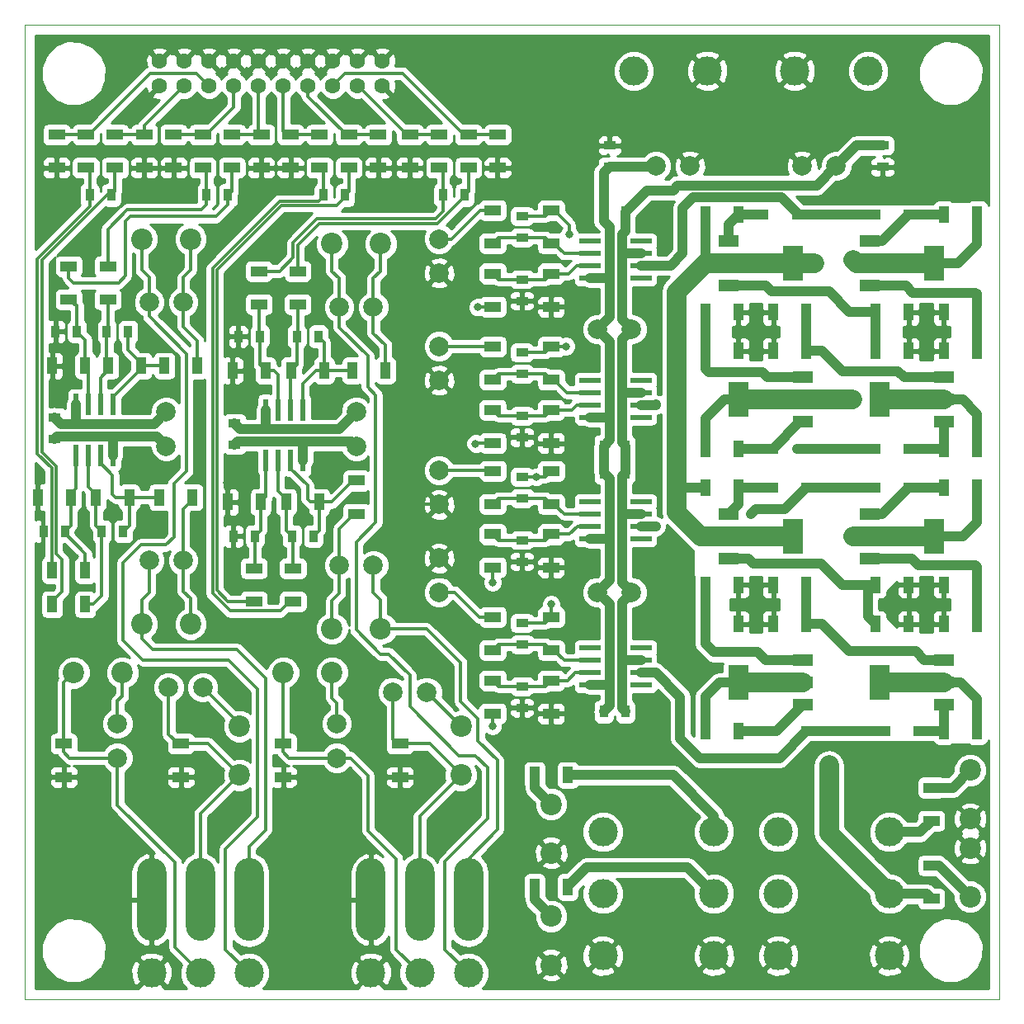
<source format=gtl>
G04 #@! TF.FileFunction,Copper,L1,Top,Signal*
%FSLAX46Y46*%
G04 Gerber Fmt 4.6, Leading zero omitted, Abs format (unit mm)*
G04 Created by KiCad (PCBNEW 4.0.5) date 03/22/17 11:59:18*
%MOMM*%
%LPD*%
G01*
G04 APERTURE LIST*
%ADD10C,0.150000*%
%ADD11C,0.100000*%
%ADD12C,3.000000*%
%ADD13R,2.000000X3.600000*%
%ADD14R,2.000000X1.200000*%
%ADD15O,3.000000X8.500000*%
%ADD16R,2.200000X0.600000*%
%ADD17R,0.600000X2.200000*%
%ADD18R,1.100000X1.700000*%
%ADD19R,1.700000X1.100000*%
%ADD20R,1.000000X1.000000*%
%ADD21C,2.000000*%
%ADD22C,2.200000*%
%ADD23R,1.300000X0.900000*%
%ADD24R,0.900000X1.300000*%
%ADD25C,1.600000*%
%ADD26C,0.800000*%
%ADD27C,0.300000*%
%ADD28C,1.000000*%
%ADD29C,2.000000*%
%ADD30C,0.254000*%
G04 APERTURE END LIST*
D10*
D11*
X0Y100000000D02*
X100000000Y100000000D01*
X15000000Y0D02*
X0Y0D01*
X100000000Y0D02*
X15000000Y0D01*
X100000000Y100000000D02*
X100000000Y0D01*
X0Y0D02*
X0Y100000000D01*
D12*
X59300000Y4450000D03*
X59300000Y10800000D03*
X59300000Y17150000D03*
X70700000Y4450000D03*
X70700000Y17150000D03*
X70700000Y10800000D03*
X77300000Y4450000D03*
X77300000Y10800000D03*
X77300000Y17150000D03*
X88700000Y4450000D03*
X88700000Y17150000D03*
X88700000Y10800000D03*
D13*
X73198000Y32500000D03*
D14*
X79802000Y32500000D03*
X79802000Y34786000D03*
X79802000Y30214000D03*
D13*
X73198000Y61500000D03*
D14*
X79802000Y61500000D03*
X79802000Y63786000D03*
X79802000Y59214000D03*
D13*
X87698000Y32500000D03*
D14*
X94302000Y32500000D03*
X94302000Y34786000D03*
X94302000Y30214000D03*
D13*
X87698000Y61500000D03*
D14*
X94302000Y61500000D03*
X94302000Y63786000D03*
X94302000Y59214000D03*
D13*
X93302000Y47500000D03*
D14*
X86698000Y47500000D03*
X86698000Y45214000D03*
X86698000Y49786000D03*
D13*
X93302000Y75500000D03*
D14*
X86698000Y75500000D03*
X86698000Y73214000D03*
X86698000Y77786000D03*
D13*
X78802000Y47500000D03*
D14*
X72198000Y47500000D03*
X72198000Y45214000D03*
X72198000Y49786000D03*
D13*
X78802000Y75500000D03*
D14*
X72198000Y75500000D03*
X72198000Y73214000D03*
X72198000Y77786000D03*
D12*
X13000000Y2700000D03*
X18000000Y2700000D03*
X23000000Y2700000D03*
D15*
X13000000Y10200000D03*
X18000000Y10200000D03*
X23000000Y10200000D03*
D12*
X35500000Y2700000D03*
X40500000Y2700000D03*
X45500000Y2700000D03*
D15*
X35500000Y10200000D03*
X40500000Y10200000D03*
X45500000Y10200000D03*
D16*
X58000000Y36040000D03*
X58000000Y34770000D03*
X58000000Y33500000D03*
X58000000Y32230000D03*
X63200000Y32230000D03*
X63200000Y33500000D03*
X63200000Y34770000D03*
X63200000Y36040000D03*
X58000000Y63520000D03*
X58000000Y62250000D03*
X58000000Y60980000D03*
X58000000Y59710000D03*
X63200000Y59710000D03*
X63200000Y60980000D03*
X63200000Y62250000D03*
X63200000Y63520000D03*
X58000000Y51040000D03*
X58000000Y49770000D03*
X58000000Y48500000D03*
X58000000Y47230000D03*
X63200000Y47230000D03*
X63200000Y48500000D03*
X63200000Y49770000D03*
X63200000Y51040000D03*
X58000000Y77790000D03*
X58000000Y76520000D03*
X58000000Y75250000D03*
X58000000Y73980000D03*
X63200000Y73980000D03*
X63200000Y75250000D03*
X63200000Y76520000D03*
X63200000Y77790000D03*
D17*
X9040000Y61000000D03*
X7770000Y61000000D03*
X6500000Y61000000D03*
X5230000Y61000000D03*
X5230000Y55800000D03*
X6500000Y55800000D03*
X7770000Y55800000D03*
X9040000Y55800000D03*
X28540000Y60450000D03*
X27270000Y60450000D03*
X26000000Y60450000D03*
X24730000Y60450000D03*
X24730000Y55250000D03*
X26000000Y55250000D03*
X27270000Y55250000D03*
X28540000Y55250000D03*
D18*
X73200000Y27500000D03*
X69800000Y27500000D03*
X73200000Y56500000D03*
X69800000Y56500000D03*
D19*
X48000000Y35800000D03*
X48000000Y39200000D03*
X48000000Y63550000D03*
X48000000Y66950000D03*
D18*
X52300000Y11500000D03*
X55700000Y11500000D03*
X69800000Y42500000D03*
X73200000Y42500000D03*
X69800000Y38500000D03*
X73200000Y38500000D03*
D19*
X93000000Y13700000D03*
X93000000Y10300000D03*
D18*
X69800000Y70500000D03*
X73200000Y70500000D03*
X69800000Y66500000D03*
X73200000Y66500000D03*
D19*
X54000000Y32700000D03*
X54000000Y29300000D03*
X54000000Y60450000D03*
X54000000Y57050000D03*
X54000000Y39200000D03*
X54000000Y35800000D03*
X54000000Y66950000D03*
X54000000Y63550000D03*
X48000000Y32700000D03*
X48000000Y29300000D03*
X48000000Y60450000D03*
X48000000Y57050000D03*
D18*
X80200000Y38500000D03*
X76800000Y38500000D03*
X80200000Y42500000D03*
X76800000Y42500000D03*
X80200000Y66500000D03*
X76800000Y66500000D03*
X80200000Y70500000D03*
X76800000Y70500000D03*
X97700000Y27500000D03*
X94300000Y27500000D03*
X97700000Y56500000D03*
X94300000Y56500000D03*
X94300000Y52500000D03*
X97700000Y52500000D03*
X94300000Y80500000D03*
X97700000Y80500000D03*
D19*
X48000000Y50800000D03*
X48000000Y54200000D03*
X48000000Y77550000D03*
X48000000Y80950000D03*
D18*
X52300000Y23000000D03*
X55700000Y23000000D03*
X97700000Y38500000D03*
X94300000Y38500000D03*
X97700000Y42500000D03*
X94300000Y42500000D03*
D19*
X93000000Y21700000D03*
X93000000Y18300000D03*
D18*
X97700000Y66500000D03*
X94300000Y66500000D03*
X97700000Y70500000D03*
X94300000Y70500000D03*
D19*
X54000000Y47700000D03*
X54000000Y44300000D03*
X54000000Y74450000D03*
X54000000Y71050000D03*
X54000000Y54200000D03*
X54000000Y50800000D03*
X54000000Y80950000D03*
X54000000Y77550000D03*
X48000000Y47700000D03*
X48000000Y44300000D03*
X48000000Y74450000D03*
X48000000Y71050000D03*
D18*
X87300000Y42500000D03*
X90700000Y42500000D03*
X87300000Y38500000D03*
X90700000Y38500000D03*
X87295262Y70500000D03*
X90695262Y70500000D03*
X87295262Y66500000D03*
X90695262Y66500000D03*
X69800000Y52500000D03*
X73200000Y52500000D03*
X69800000Y80500000D03*
X73200000Y80500000D03*
D19*
X16000000Y22800000D03*
X16000000Y26200000D03*
D18*
X10700000Y51500000D03*
X7300000Y51500000D03*
X6200000Y40500000D03*
X2800000Y40500000D03*
D19*
X9250000Y85300000D03*
X9250000Y88700000D03*
X12250000Y88700000D03*
X12250000Y85300000D03*
D18*
X17200000Y51500000D03*
X13800000Y51500000D03*
X4700000Y51500000D03*
X1300000Y51500000D03*
D19*
X3250000Y88700000D03*
X3250000Y85300000D03*
X4000000Y22800000D03*
X4000000Y26200000D03*
D18*
X6200000Y44000000D03*
X2800000Y44000000D03*
D19*
X6250000Y85300000D03*
X6250000Y88700000D03*
D18*
X11950000Y65000000D03*
X8550000Y65000000D03*
D19*
X8500000Y71800000D03*
X8500000Y75200000D03*
X18250000Y85300000D03*
X18250000Y88700000D03*
X15250000Y88700000D03*
X15250000Y85300000D03*
D18*
X17700000Y65000000D03*
X14300000Y65000000D03*
X6200000Y65000000D03*
X2800000Y65000000D03*
D19*
X24250000Y88700000D03*
X24250000Y85300000D03*
X38500000Y22800000D03*
X38500000Y26200000D03*
X4500000Y71800000D03*
X4500000Y75200000D03*
X21250000Y85300000D03*
X21250000Y88700000D03*
D18*
X30200000Y51000000D03*
X26800000Y51000000D03*
D19*
X27500000Y44200000D03*
X27500000Y40800000D03*
X30250000Y85300000D03*
X30250000Y88700000D03*
D12*
X70020000Y95250000D03*
X62480000Y95250000D03*
X86519998Y95250000D03*
X78979998Y95250000D03*
D20*
X76800000Y27500000D03*
X80200000Y27500000D03*
X76800000Y56500000D03*
X80200000Y56500000D03*
X88300000Y27500000D03*
X91700000Y27500000D03*
X87300000Y56500000D03*
X90700000Y56500000D03*
X90700000Y52500000D03*
X87300000Y52500000D03*
X90700000Y80500000D03*
X87300000Y80500000D03*
X80200000Y52500000D03*
X76800000Y52500000D03*
D21*
X42500000Y41750000D03*
X42500000Y45250000D03*
X42500000Y67000000D03*
X42500000Y63500000D03*
D22*
X54000000Y3500000D03*
X54000000Y8500000D03*
X97000000Y15500000D03*
X97000000Y10500000D03*
D23*
X51000000Y32100000D03*
X51000000Y29900000D03*
X51000000Y59850000D03*
X51000000Y57650000D03*
X51000000Y36400000D03*
X51000000Y38600000D03*
X51000000Y64150000D03*
X51000000Y66350000D03*
D24*
X59400000Y29500000D03*
X61600000Y29500000D03*
D21*
X42500000Y54250000D03*
X42500000Y50750000D03*
X42500000Y78000000D03*
X42500000Y74500000D03*
D22*
X54000000Y15000000D03*
X54000000Y20000000D03*
X97000000Y18500000D03*
X97000000Y23500000D03*
D23*
X51000000Y47100000D03*
X51000000Y44900000D03*
X51000000Y73850000D03*
X51000000Y71650000D03*
X51000000Y78150000D03*
X51000000Y80350000D03*
D24*
X59400000Y54000000D03*
X61600000Y54000000D03*
D21*
X62250000Y41750000D03*
X58750000Y41750000D03*
X62250000Y68750000D03*
X58750000Y68750000D03*
D23*
X3000000Y59700000D03*
X3000000Y57500000D03*
D21*
X14500000Y56750000D03*
X14500000Y60250000D03*
D22*
X22000000Y28000000D03*
X22000000Y23000000D03*
X12000000Y38500000D03*
X17000000Y38500000D03*
D24*
X10100000Y48000000D03*
X7900000Y48000000D03*
D21*
X18250000Y32000000D03*
X14750000Y32000000D03*
X16250000Y45000000D03*
X12750000Y45000000D03*
D24*
X4100000Y48000000D03*
X1900000Y48000000D03*
D22*
X10000000Y33500000D03*
X5000000Y33500000D03*
X12000000Y78000000D03*
X17000000Y78000000D03*
D24*
X10600000Y68500000D03*
X8400000Y68500000D03*
D21*
X9500000Y28250000D03*
X9500000Y24750000D03*
X16250000Y71500000D03*
X12750000Y71500000D03*
D24*
X5350000Y68500000D03*
X3150000Y68500000D03*
D22*
X44750000Y28000000D03*
X44750000Y23000000D03*
X36500000Y38000000D03*
X31500000Y38000000D03*
D24*
X29600000Y47500000D03*
X27400000Y47500000D03*
D21*
X41250000Y31500000D03*
X37750000Y31500000D03*
X32250000Y44500000D03*
X35750000Y44500000D03*
D24*
X23600000Y47500000D03*
X21400000Y47500000D03*
D22*
X31500000Y33500000D03*
X26500000Y33500000D03*
X31500000Y77500000D03*
X36500000Y77500000D03*
D24*
X30100000Y68000000D03*
X27900000Y68000000D03*
D21*
X32000000Y28250000D03*
X32000000Y24750000D03*
X35750000Y71000000D03*
X32250000Y71000000D03*
D24*
X24100000Y68000000D03*
X21900000Y68000000D03*
D21*
X34000000Y56750000D03*
X34000000Y60250000D03*
D23*
X60000000Y85400000D03*
X60000000Y87600000D03*
D21*
X68250000Y85500000D03*
X64750000Y85500000D03*
X83250000Y85500000D03*
X79750000Y85500000D03*
D24*
X59400000Y80750000D03*
X61600000Y80750000D03*
D23*
X88000000Y85400000D03*
X88000000Y87600000D03*
D24*
X6650000Y82500000D03*
X8850000Y82500000D03*
X20850000Y82500000D03*
X18650000Y82500000D03*
D20*
X79200000Y80500000D03*
X75800000Y80500000D03*
D19*
X27250000Y88700000D03*
X27250000Y85300000D03*
X34000000Y49800000D03*
X34000000Y53200000D03*
D18*
X24200000Y51000000D03*
X20800000Y51000000D03*
D19*
X36250000Y88700000D03*
X36250000Y85300000D03*
D18*
X24700000Y64500000D03*
X21300000Y64500000D03*
D23*
X21500000Y59100000D03*
X21500000Y56900000D03*
D24*
X42900000Y82500000D03*
X45100000Y82500000D03*
X32850000Y82500000D03*
X30650000Y82500000D03*
X59400000Y56750000D03*
X61600000Y56750000D03*
D23*
X51000000Y51400000D03*
X51000000Y53600000D03*
D19*
X26500000Y22800000D03*
X26500000Y26200000D03*
X33250000Y85300000D03*
X33250000Y88700000D03*
D18*
X30700000Y64500000D03*
X27300000Y64500000D03*
D19*
X23500000Y44200000D03*
X23500000Y40800000D03*
X45500000Y85300000D03*
X45500000Y88700000D03*
D18*
X37000000Y64500000D03*
X33600000Y64500000D03*
D19*
X28000000Y71300000D03*
X28000000Y74700000D03*
X48500000Y88700000D03*
X48500000Y85300000D03*
D25*
X36680000Y96270000D03*
X36680000Y93730000D03*
X34140000Y96270000D03*
X34140000Y93730000D03*
X31600000Y96270000D03*
X31600000Y93730000D03*
X29060000Y96270000D03*
X29060000Y93730000D03*
X26520000Y96270000D03*
X26520000Y93730000D03*
X23980000Y96270000D03*
X23980000Y93730000D03*
X21440000Y96270000D03*
X21440000Y93730000D03*
X18900000Y96270000D03*
X18900000Y93730000D03*
X16360000Y96270000D03*
X16360000Y93730000D03*
X13820000Y96270000D03*
X13820000Y93730000D03*
D19*
X39500000Y88700000D03*
X39500000Y85300000D03*
X24000000Y71300000D03*
X24000000Y74700000D03*
X42500000Y85300000D03*
X42500000Y88700000D03*
D26*
X43100000Y19500000D03*
X42500000Y15800000D03*
X64300000Y72400000D03*
X69000000Y33600000D03*
X65400000Y45000000D03*
X64400000Y66200000D03*
X64100000Y55300000D03*
X65400000Y37600000D03*
X64400000Y29400000D03*
X20906126Y78896494D03*
X26669332Y83480854D03*
X11585178Y83480854D03*
X7745217Y79975658D03*
X29250000Y1750000D03*
X27500000Y10250000D03*
X17000000Y20250000D03*
X26000000Y15750000D03*
X49750000Y25000000D03*
X50000000Y20750000D03*
X50000000Y17250000D03*
X47750000Y14750000D03*
X33750000Y15750000D03*
X39250000Y19500000D03*
X37000000Y19500000D03*
X38750000Y15750000D03*
X40750000Y95000000D03*
X10750000Y95000000D03*
X81750000Y98000000D03*
X76500000Y98000000D03*
X73000000Y98000000D03*
X66750000Y97750000D03*
X45500000Y77500000D03*
X47963045Y83540806D03*
X52638326Y87432794D03*
X14500000Y37250000D03*
X12250000Y33500000D03*
X21250000Y32500000D03*
X22250000Y31250000D03*
X29250000Y26500000D03*
X24500000Y35000000D03*
X7500000Y36250000D03*
X12500000Y27500000D03*
X38245490Y36586995D03*
X30250000Y62000000D03*
X18000000Y62250000D03*
X17750000Y58500000D03*
X39250000Y91250000D03*
X33250000Y91250000D03*
X28250000Y91250000D03*
X25250000Y91250000D03*
X22750000Y91250000D03*
X17500000Y91250000D03*
X11750000Y91250000D03*
X1750000Y90500000D03*
X4750000Y90500000D03*
X7500000Y91750000D03*
X8000000Y98250000D03*
X91000000Y98250000D03*
X91750000Y91250000D03*
X97500000Y90500000D03*
X96750000Y84250000D03*
X91750000Y82750000D03*
X54250000Y90250000D03*
X54250000Y94250000D03*
X49500000Y91250000D03*
X44500000Y91750000D03*
X43250000Y98000000D03*
X48250000Y98000000D03*
X52500000Y98000000D03*
X57250000Y98000000D03*
X57250000Y87500000D03*
X30250000Y55000000D03*
X23250000Y55000000D03*
X33750000Y78000000D03*
X14500000Y78500000D03*
X39500000Y77750000D03*
X3402213Y62050738D03*
X1750000Y78500000D03*
X5750000Y77000000D03*
X26000000Y76500000D03*
X21250000Y74250000D03*
X26000000Y66750000D03*
X26000000Y73000000D03*
X25500000Y49000000D03*
X17500000Y43000000D03*
X18000000Y53750000D03*
X17750000Y49000000D03*
X14000000Y53750000D03*
X12500000Y49500000D03*
X2250000Y36500000D03*
X8500000Y39250000D03*
X29750000Y42500000D03*
X25500000Y42500000D03*
X51000000Y49250000D03*
X51000000Y62000000D03*
X51000000Y76000000D03*
X48000000Y69000000D03*
X44500000Y70000000D03*
X39000000Y72500000D03*
X38500000Y68000000D03*
X46250000Y58750000D03*
X43000000Y58750000D03*
X39250000Y60500000D03*
X39250000Y57750000D03*
X73000000Y86250000D03*
X72000000Y86250000D03*
X73750000Y85500000D03*
X72500000Y85500000D03*
X71250000Y85500000D03*
X81750000Y92250000D03*
X79250000Y92250000D03*
X76500000Y92250000D03*
X73000000Y92250000D03*
X69750000Y92250000D03*
X66750000Y92250000D03*
X64750000Y80250000D03*
X57250000Y79500000D03*
X57000000Y81250000D03*
X9000000Y17250000D03*
X14500000Y17000000D03*
X11000000Y22000000D03*
X34500000Y35250000D03*
X28250000Y29500000D03*
X34500000Y31500000D03*
X35000000Y25750000D03*
X31750000Y22000000D03*
X33750000Y20500000D03*
X31000000Y16500000D03*
X19750000Y17500000D03*
X21750000Y20250000D03*
X31000000Y53500000D03*
X11500000Y53750000D03*
X11250000Y61750000D03*
X10000000Y70250000D03*
X6750000Y70250000D03*
X6000000Y48500000D03*
X1542584Y45910291D03*
X6500000Y22750000D03*
X7000000Y26750000D03*
X19250000Y27750000D03*
X28250000Y37750000D03*
X24500000Y37750000D03*
X20250000Y37750000D03*
X32750000Y40500000D03*
X14250000Y41750000D03*
X14500000Y74500000D03*
X33750000Y73750000D03*
X18500000Y76500000D03*
X30250000Y73500000D03*
X38000000Y41000000D03*
X37500000Y54750000D03*
X37500000Y47750000D03*
X37500000Y50750000D03*
X88000000Y84000000D03*
X60000000Y89000000D03*
X53500000Y26500000D03*
X54000000Y43000000D03*
X54000000Y55750000D03*
X54000000Y69500000D03*
X4000000Y21000000D03*
X18250000Y22750000D03*
X26500000Y20250000D03*
X40500000Y22750000D03*
X21250000Y45750000D03*
X20750000Y53000000D03*
X3250000Y70250000D03*
X1500000Y53750000D03*
X22000000Y70000000D03*
X21250000Y62500000D03*
X39500000Y83500000D03*
X24250000Y83500000D03*
X15250000Y83500000D03*
X51000000Y70000000D03*
X51000000Y56000000D03*
X51000000Y27000000D03*
X3250000Y83500000D03*
X36250000Y83500000D03*
X51000000Y43000000D03*
X59250000Y23000000D03*
X52500000Y53600000D03*
X88000000Y40500000D03*
X75000000Y68500000D03*
X82500000Y24000000D03*
X55500000Y67000000D03*
X63850000Y83000000D03*
X81000000Y75500000D03*
X91000000Y61500000D03*
X91000000Y32500000D03*
X84940800Y61518869D03*
X85001588Y75857080D03*
X85000000Y47500000D03*
X76500000Y32500000D03*
X76500000Y61500000D03*
X55863614Y78441119D03*
X94239867Y68464990D03*
X62000000Y13500000D03*
X54000000Y40500000D03*
X73000000Y40500000D03*
X74500000Y49750000D03*
X64750000Y48500000D03*
X79250000Y56500000D03*
X64750000Y61000000D03*
X46500000Y71000000D03*
X46250000Y57000000D03*
X48000000Y42750000D03*
X48000000Y28000000D03*
D27*
X64400000Y66200000D02*
X64400000Y72300000D01*
X64400000Y72300000D02*
X64300000Y72400000D01*
X65400000Y37600000D02*
X65400000Y37200000D01*
X65400000Y37200000D02*
X69000000Y33600000D01*
X53500000Y26500000D02*
X61500000Y26500000D01*
X61500000Y26500000D02*
X64400000Y29400000D01*
X18500000Y76500000D02*
X20896494Y78896494D01*
X20896494Y78896494D02*
X20906126Y78896494D01*
X27250000Y85300000D02*
X27250000Y84061522D01*
X27250000Y84061522D02*
X26669332Y83480854D01*
X11585178Y83480854D02*
X11604324Y83500000D01*
X11604324Y83500000D02*
X15250000Y83500000D01*
X12250000Y85300000D02*
X12250000Y84145676D01*
X12250000Y84145676D02*
X11585178Y83480854D01*
X7745217Y79975658D02*
X7725658Y79975658D01*
X7725658Y79975658D02*
X5750000Y78000000D01*
X5750000Y78000000D02*
X5750000Y77000000D01*
X26000000Y15750000D02*
X26000000Y11750000D01*
X26000000Y11750000D02*
X27500000Y10250000D01*
X14500000Y17000000D02*
X14500000Y17750000D01*
X14500000Y17750000D02*
X17000000Y20250000D01*
X50000000Y17250000D02*
X50000000Y20750000D01*
X52000000Y17000000D02*
X49750000Y14750000D01*
X49750000Y14750000D02*
X47750000Y14750000D01*
X54000000Y15000000D02*
X52000000Y17000000D01*
X31000000Y16500000D02*
X31750000Y15750000D01*
X31750000Y15750000D02*
X33750000Y15750000D01*
X38750000Y15750000D02*
X38750000Y17750000D01*
X38750000Y17750000D02*
X37000000Y19500000D01*
X44500000Y91750000D02*
X44000000Y91750000D01*
X44000000Y91750000D02*
X40750000Y95000000D01*
X7500000Y91750000D02*
X10750000Y95000000D01*
X81750000Y92250000D02*
X81750000Y98000000D01*
X73000000Y92250000D02*
X73000000Y98000000D01*
X47963045Y83540806D02*
X49540806Y83540806D01*
X49540806Y83540806D02*
X52638326Y86638326D01*
X52638326Y86638326D02*
X52638326Y87432794D01*
X47963045Y83540806D02*
X48172239Y83750000D01*
X48172239Y83750000D02*
X54500000Y83750000D01*
X54500000Y83750000D02*
X57000000Y81250000D01*
X48500000Y85300000D02*
X48500000Y84077761D01*
X48500000Y84077761D02*
X47963045Y83540806D01*
X14250000Y41750000D02*
X14250000Y37500000D01*
X14250000Y37500000D02*
X14500000Y37250000D01*
X22250000Y31250000D02*
X21250000Y32250000D01*
X21250000Y32250000D02*
X21250000Y32500000D01*
X28250000Y29500000D02*
X28250000Y27500000D01*
X28250000Y27500000D02*
X29250000Y26500000D01*
X28250000Y37750000D02*
X27250000Y37750000D01*
X27250000Y37750000D02*
X24500000Y35000000D01*
X2250000Y36500000D02*
X7250000Y36500000D01*
X7250000Y36500000D02*
X7500000Y36250000D01*
X17750000Y58500000D02*
X17750000Y62000000D01*
X17750000Y62000000D02*
X18000000Y62250000D01*
X18000000Y53750000D02*
X18000000Y58250000D01*
X18000000Y58250000D02*
X17750000Y58500000D01*
X7500000Y91750000D02*
X6250000Y90500000D01*
X6250000Y90500000D02*
X4750000Y90500000D01*
X13820000Y96270000D02*
X11840000Y98250000D01*
X11840000Y98250000D02*
X8000000Y98250000D01*
X91750000Y91250000D02*
X91000000Y92000000D01*
X91000000Y92000000D02*
X91000000Y98250000D01*
X96750000Y84250000D02*
X96750000Y89750000D01*
X96750000Y89750000D02*
X97500000Y90500000D01*
X88000000Y85400000D02*
X89100000Y85400000D01*
X89100000Y85400000D02*
X91750000Y82750000D01*
X52500000Y98000000D02*
X52500000Y96000000D01*
X52500000Y96000000D02*
X54250000Y94250000D01*
X43250000Y98000000D02*
X43250000Y93000000D01*
X43250000Y93000000D02*
X44500000Y91750000D01*
X52500000Y98000000D02*
X48250000Y98000000D01*
X57250000Y87500000D02*
X57250000Y98000000D01*
X31000000Y53500000D02*
X31000000Y54250000D01*
X31000000Y54250000D02*
X30250000Y55000000D01*
X20750000Y53000000D02*
X21250000Y53000000D01*
X21250000Y53000000D02*
X23250000Y55000000D01*
X33750000Y73750000D02*
X33750000Y78000000D01*
X14500000Y74500000D02*
X14500000Y78500000D01*
X39000000Y72500000D02*
X39000000Y77250000D01*
X39000000Y77250000D02*
X39500000Y77750000D01*
X3402213Y62050738D02*
X2800000Y62652951D01*
X2800000Y62652951D02*
X2800000Y65000000D01*
X3250000Y83500000D02*
X3250000Y80000000D01*
X3250000Y80000000D02*
X1750000Y78500000D01*
X22000000Y70000000D02*
X22000000Y73500000D01*
X22000000Y73500000D02*
X21250000Y74250000D01*
X30250000Y73500000D02*
X29750000Y73000000D01*
X29750000Y73000000D02*
X26000000Y73000000D01*
X11500000Y53750000D02*
X14000000Y53750000D01*
X8500000Y39250000D02*
X5750000Y36500000D01*
X5750000Y36500000D02*
X2250000Y36500000D01*
X25500000Y42500000D02*
X29750000Y42500000D01*
X44500000Y70000000D02*
X45500000Y69000000D01*
X45500000Y69000000D02*
X48000000Y69000000D01*
X39000000Y72500000D02*
X42000000Y72500000D01*
X42000000Y72500000D02*
X44500000Y70000000D01*
X39250000Y60500000D02*
X39250000Y67250000D01*
X39250000Y67250000D02*
X38500000Y68000000D01*
X43000000Y58750000D02*
X46250000Y58750000D01*
X39250000Y57750000D02*
X39250000Y60500000D01*
X71250000Y85500000D02*
X72000000Y86250000D01*
X71250000Y85500000D02*
X72500000Y85500000D01*
X79250000Y92250000D02*
X81750000Y92250000D01*
X73000000Y92250000D02*
X76500000Y92250000D01*
X66750000Y92250000D02*
X69750000Y92250000D01*
X6500000Y22750000D02*
X6500000Y19750000D01*
X6500000Y19750000D02*
X9000000Y17250000D01*
X11000000Y22000000D02*
X11000000Y20500000D01*
X11000000Y20500000D02*
X14500000Y17000000D01*
X16000000Y22800000D02*
X11800000Y22800000D01*
X11800000Y22800000D02*
X11000000Y22000000D01*
X34500000Y31500000D02*
X34500000Y35250000D01*
X35000000Y25750000D02*
X34500000Y26250000D01*
X34500000Y26250000D02*
X34500000Y31500000D01*
X31000000Y16500000D02*
X31000000Y17750000D01*
X31000000Y17750000D02*
X33750000Y20500000D01*
X21750000Y20250000D02*
X19750000Y18250000D01*
X19750000Y18250000D02*
X19750000Y17500000D01*
X1542584Y45910291D02*
X1900000Y46267707D01*
X1900000Y46267707D02*
X1900000Y48000000D01*
X4000000Y22800000D02*
X6450000Y22800000D01*
X6450000Y22800000D02*
X6500000Y22750000D01*
X20250000Y37750000D02*
X24500000Y37750000D01*
X42500000Y50750000D02*
X37500000Y50750000D01*
X15250000Y85300000D02*
X15250000Y83500000D01*
X88000000Y85400000D02*
X88000000Y84000000D01*
X60000000Y87600000D02*
X60000000Y89000000D01*
X54000000Y29300000D02*
X54000000Y27000000D01*
X54000000Y27000000D02*
X53500000Y26500000D01*
X54000000Y44300000D02*
X54000000Y43000000D01*
X54000000Y57050000D02*
X54000000Y55750000D01*
X54000000Y71050000D02*
X54000000Y69500000D01*
X4000000Y22800000D02*
X4000000Y21000000D01*
X16000000Y22800000D02*
X18200000Y22800000D01*
X18200000Y22800000D02*
X18250000Y22750000D01*
X26500000Y22800000D02*
X26500000Y20250000D01*
X38500000Y22800000D02*
X40450000Y22800000D01*
X40450000Y22800000D02*
X40500000Y22750000D01*
X21400000Y47500000D02*
X21400000Y45900000D01*
X21400000Y45900000D02*
X21250000Y45750000D01*
X20800000Y51000000D02*
X20800000Y52950000D01*
X20800000Y52950000D02*
X20750000Y53000000D01*
X3150000Y68500000D02*
X3150000Y70150000D01*
X3150000Y70150000D02*
X3250000Y70250000D01*
X1300000Y51500000D02*
X1300000Y53550000D01*
X1300000Y53550000D02*
X1500000Y53750000D01*
X21900000Y69900000D02*
X22000000Y70000000D01*
X21300000Y64500000D02*
X21300000Y62550000D01*
X39500000Y85300000D02*
X39500000Y83500000D01*
X3250000Y85300000D02*
X3250000Y83500000D01*
X51000000Y71650000D02*
X51000000Y70000000D01*
X21900000Y68000000D02*
X21900000Y69900000D01*
X51000000Y57650000D02*
X51000000Y56000000D01*
X36250000Y85300000D02*
X36250000Y83500000D01*
X24250000Y85300000D02*
X24250000Y83500000D01*
X51000000Y44900000D02*
X51000000Y43000000D01*
X21300000Y62550000D02*
X21250000Y62500000D01*
X51000000Y29900000D02*
X51000000Y27000000D01*
X38100000Y14400000D02*
X38100000Y5100000D01*
X38100000Y5100000D02*
X40500000Y2700000D01*
X38100000Y14400000D02*
X35207781Y17292219D01*
X35207781Y17292219D02*
X35207781Y22946907D01*
X35207781Y22946907D02*
X33404688Y24750000D01*
X33404688Y24750000D02*
X32000000Y24750000D01*
X26500000Y26200000D02*
X26500000Y33500000D01*
X32000000Y24750000D02*
X27100000Y24750000D01*
X27100000Y24750000D02*
X26500000Y25350000D01*
X26500000Y25350000D02*
X26500000Y26200000D01*
X40500000Y18750000D02*
X40500000Y10200000D01*
X38500000Y26200000D02*
X41543328Y26200000D01*
X41543328Y26200000D02*
X44743328Y23000000D01*
X44743328Y23000000D02*
X44750000Y23000000D01*
X40500000Y18750000D02*
X44750000Y23000000D01*
X37750000Y31500000D02*
X37750000Y26673023D01*
X37750000Y26673023D02*
X38223023Y26200000D01*
X38223023Y26200000D02*
X38500000Y26200000D01*
X15400000Y14000000D02*
X15400000Y5300000D01*
X15400000Y5300000D02*
X18000000Y2700000D01*
X4000000Y26200000D02*
X4000000Y32500000D01*
X4000000Y32500000D02*
X5000000Y33500000D01*
X9500000Y24750000D02*
X4600000Y24750000D01*
X4600000Y24750000D02*
X4000000Y25350000D01*
X4000000Y25350000D02*
X4000000Y26200000D01*
X15400000Y14000000D02*
X9500000Y19900000D01*
X9500000Y19900000D02*
X9500000Y24750000D01*
X18000000Y19000000D02*
X18000000Y10200000D01*
X14750000Y32000000D02*
X14750000Y27150000D01*
X14750000Y27150000D02*
X15700000Y26200000D01*
X15700000Y26200000D02*
X16000000Y26200000D01*
X22000000Y23000000D02*
X18800000Y26200000D01*
X18800000Y26200000D02*
X16000000Y26200000D01*
X18000000Y19000000D02*
X22000000Y23000000D01*
X51000000Y51400000D02*
X48600000Y51400000D01*
X48600000Y51400000D02*
X48000000Y50800000D01*
X51000000Y51400000D02*
X53400000Y51400000D01*
X53400000Y51400000D02*
X54000000Y50800000D01*
X55330000Y49770000D02*
X54300000Y50800000D01*
X54300000Y50800000D02*
X54000000Y50800000D01*
X58000000Y49770000D02*
X55330000Y49770000D01*
D28*
X70700000Y17150000D02*
X70700000Y18821320D01*
X66521320Y23000000D02*
X59250000Y23000000D01*
X59250000Y23000000D02*
X57250000Y23000000D01*
D27*
X52500000Y53600000D02*
X53400000Y53600000D01*
X51000000Y53600000D02*
X52500000Y53600000D01*
X53400000Y53600000D02*
X54000000Y54200000D01*
D28*
X70700000Y18821320D02*
X66521320Y23000000D01*
X57250000Y23000000D02*
X55700000Y23000000D01*
D27*
X43750000Y78000000D02*
X46700000Y80950000D01*
X46700000Y80950000D02*
X48000000Y80950000D01*
X42500000Y78000000D02*
X43750000Y78000000D01*
D28*
X88700000Y10800000D02*
X92500000Y10800000D01*
X92500000Y10800000D02*
X93000000Y10300000D01*
D29*
X82500000Y18200000D02*
X82500000Y24000000D01*
X88700000Y10800000D02*
X82500000Y17000000D01*
X82500000Y17000000D02*
X82500000Y18200000D01*
D27*
X54000000Y66950000D02*
X55450000Y66950000D01*
X55450000Y66950000D02*
X55500000Y67000000D01*
X51000000Y66350000D02*
X53400000Y66350000D01*
X53400000Y66350000D02*
X54000000Y66950000D01*
D28*
X92950000Y10350000D02*
X93000000Y10300000D01*
D27*
X42500000Y67000000D02*
X47950000Y67000000D01*
X47950000Y67000000D02*
X48000000Y66950000D01*
X42500000Y41750000D02*
X44080839Y41750000D01*
X44080839Y41750000D02*
X46630839Y39200000D01*
X46630839Y39200000D02*
X48000000Y39200000D01*
X39500000Y88700000D02*
X39185731Y88700000D01*
X39185731Y88700000D02*
X34155731Y93730000D01*
X34155731Y93730000D02*
X34140000Y93730000D01*
X42500000Y88700000D02*
X39500000Y88700000D01*
X38750000Y95000000D02*
X45050000Y88700000D01*
X45050000Y88700000D02*
X45500000Y88700000D01*
X32870000Y95000000D02*
X38750000Y95000000D01*
X31600000Y93730000D02*
X32870000Y95000000D01*
X48500000Y88700000D02*
X45500000Y88700000D01*
X33250000Y88700000D02*
X32969918Y88700000D01*
X32969918Y88700000D02*
X29060000Y92609918D01*
X29060000Y92609918D02*
X29060000Y93730000D01*
X33250000Y88700000D02*
X36250000Y88700000D01*
X26520000Y93730000D02*
X26520000Y89028269D01*
X26520000Y89028269D02*
X26848269Y88700000D01*
X26848269Y88700000D02*
X27250000Y88700000D01*
X30250000Y88700000D02*
X27250000Y88700000D01*
X23980000Y93730000D02*
X23980000Y88970000D01*
X23980000Y88970000D02*
X24250000Y88700000D01*
X21250000Y88700000D02*
X22400000Y88700000D01*
X22400000Y88700000D02*
X24250000Y88700000D01*
X21440000Y93730000D02*
X21440000Y91552822D01*
X21440000Y91552822D02*
X18587178Y88700000D01*
X18587178Y88700000D02*
X18250000Y88700000D01*
X15250000Y88700000D02*
X16400000Y88700000D01*
X16400000Y88700000D02*
X18250000Y88700000D01*
X18900000Y93730000D02*
X17630000Y95000000D01*
X17630000Y95000000D02*
X12850000Y95000000D01*
X12850000Y95000000D02*
X6550000Y88700000D01*
X6550000Y88700000D02*
X6250000Y88700000D01*
X6250000Y88700000D02*
X3250000Y88700000D01*
X12250000Y88700000D02*
X11100000Y88700000D01*
X11100000Y88700000D02*
X9250000Y88700000D01*
X16360000Y93730000D02*
X12250000Y89620000D01*
X12250000Y89620000D02*
X12250000Y88700000D01*
D28*
X97700000Y42500000D02*
X97700000Y38500000D01*
X86698000Y45214000D02*
X90986000Y45214000D01*
X90986000Y45214000D02*
X91700000Y44500000D01*
X91700000Y44500000D02*
X97550000Y44500000D01*
X97550000Y44500000D02*
X97700000Y44350000D01*
X97700000Y44350000D02*
X97700000Y42500000D01*
X61600000Y80750000D02*
X63850000Y83000000D01*
X63850000Y83000000D02*
X66500000Y83000000D01*
X66500000Y83000000D02*
X67000000Y83500000D01*
X67000000Y83500000D02*
X81250000Y83500000D01*
X81250000Y83500000D02*
X83250000Y85500000D01*
X88000000Y87600000D02*
X85350000Y87600000D01*
X85350000Y87600000D02*
X83250000Y85500000D01*
X3250000Y57750000D02*
X9250000Y57750000D01*
X3000000Y57500000D02*
X3250000Y57750000D01*
X97700000Y30800000D02*
X96000000Y32500000D01*
X96000000Y32500000D02*
X94302000Y32500000D01*
X97700000Y27500000D02*
X97700000Y30800000D01*
D29*
X66853962Y72557405D02*
X66853962Y52250000D01*
X66853962Y52250000D02*
X66853962Y49949694D01*
D28*
X69800000Y52500000D02*
X67103962Y52500000D01*
X67103962Y52500000D02*
X66853962Y52250000D01*
D29*
X78802000Y75500000D02*
X81000000Y75500000D01*
D28*
X97700000Y60050000D02*
X96250000Y61500000D01*
X96250000Y61500000D02*
X94302000Y61500000D01*
X97700000Y56500000D02*
X97700000Y60050000D01*
D29*
X70500000Y75500000D02*
X69796557Y75500000D01*
X69796557Y75500000D02*
X66853962Y72557405D01*
X66853962Y49949694D02*
X69303656Y47500000D01*
X69303656Y47500000D02*
X72198000Y47500000D01*
D28*
X69800000Y80500000D02*
X69800000Y76200000D01*
X69800000Y76200000D02*
X70500000Y75500000D01*
X61250000Y40750000D02*
X61250000Y35000000D01*
X61250000Y35000000D02*
X61250000Y29850000D01*
X63200000Y34770000D02*
X61480000Y34770000D01*
X61480000Y34770000D02*
X61250000Y35000000D01*
X61250000Y29850000D02*
X61600000Y29500000D01*
X62250000Y41750000D02*
X61250000Y40750000D01*
X61250000Y53650000D02*
X61250000Y50000000D01*
X61250000Y50000000D02*
X61250000Y42750000D01*
X63200000Y49770000D02*
X61480000Y49770000D01*
X61480000Y49770000D02*
X61250000Y50000000D01*
X61250000Y42750000D02*
X62250000Y41750000D01*
X61600000Y54000000D02*
X61250000Y53650000D01*
X61600000Y56750000D02*
X61600000Y54000000D01*
X61250000Y67750000D02*
X61250000Y62500000D01*
X63200000Y62250000D02*
X61500000Y62250000D01*
X61250000Y62500000D02*
X61250000Y57100000D01*
X61500000Y62250000D02*
X61250000Y62500000D01*
X61250000Y57100000D02*
X61600000Y56750000D01*
X62250000Y68750000D02*
X61250000Y67750000D01*
X61250000Y78500000D02*
X61250000Y76500000D01*
X61250000Y76500000D02*
X61250000Y69750000D01*
X63200000Y76520000D02*
X61270000Y76520000D01*
X61270000Y76520000D02*
X61250000Y76500000D01*
X61250000Y69750000D02*
X62250000Y68750000D01*
X61600000Y78850000D02*
X61250000Y78500000D01*
X61600000Y80750000D02*
X61600000Y78850000D01*
D29*
X72198000Y75500000D02*
X70500000Y75500000D01*
D28*
X21850000Y57250000D02*
X28500000Y57250000D01*
X28500000Y57250000D02*
X33500000Y57250000D01*
X28540000Y55250000D02*
X28540000Y57210000D01*
X28540000Y57210000D02*
X28500000Y57250000D01*
X33500000Y57250000D02*
X34000000Y56750000D01*
X21500000Y56900000D02*
X21850000Y57250000D01*
X9250000Y57750000D02*
X13500000Y57750000D01*
X9040000Y55800000D02*
X9040000Y57540000D01*
X9040000Y57540000D02*
X9250000Y57750000D01*
X13500000Y57750000D02*
X14500000Y56750000D01*
D29*
X94302000Y32500000D02*
X91000000Y32500000D01*
X78802000Y47500000D02*
X72198000Y47500000D01*
X78802000Y75500000D02*
X72198000Y75500000D01*
X91000000Y61500000D02*
X94302000Y61500000D01*
X87698000Y61500000D02*
X91000000Y61500000D01*
X87698000Y32500000D02*
X91000000Y32500000D01*
X84940800Y61518869D02*
X84921931Y61500000D01*
X84921931Y61500000D02*
X79802000Y61500000D01*
X85001588Y75857080D02*
X85358668Y75500000D01*
X85358668Y75500000D02*
X86698000Y75500000D01*
D28*
X60000000Y85400000D02*
X64650000Y85400000D01*
X64650000Y85400000D02*
X64750000Y85500000D01*
X59400000Y80750000D02*
X59400000Y84800000D01*
X59400000Y84800000D02*
X60000000Y85400000D01*
X5750000Y59000000D02*
X13250000Y59000000D01*
X5250000Y59000000D02*
X5750000Y59000000D01*
X5750000Y59000000D02*
X3700000Y59000000D01*
X3700000Y59000000D02*
X3000000Y59700000D01*
X96250000Y47500000D02*
X97700000Y48950000D01*
X97700000Y48950000D02*
X97700000Y52500000D01*
X93302000Y47500000D02*
X96250000Y47500000D01*
X69800000Y31050000D02*
X71250000Y32500000D01*
X71250000Y32500000D02*
X73198000Y32500000D01*
X69800000Y27500000D02*
X69800000Y31050000D01*
X69800000Y59550000D02*
X71750000Y61500000D01*
X71750000Y61500000D02*
X73198000Y61500000D01*
X69800000Y56500000D02*
X69800000Y59550000D01*
X95750000Y75500000D02*
X97700000Y77450000D01*
X97700000Y77450000D02*
X97700000Y80500000D01*
X93302000Y75500000D02*
X95750000Y75500000D01*
X60000000Y40500000D02*
X60000000Y32000000D01*
X60000000Y32000000D02*
X60000000Y30100000D01*
X58000000Y32230000D02*
X59770000Y32230000D01*
X59770000Y32230000D02*
X60000000Y32000000D01*
X60000000Y30100000D02*
X59400000Y29500000D01*
X58750000Y41750000D02*
X60000000Y40500000D01*
X60000000Y53400000D02*
X60000000Y47250000D01*
X60000000Y47250000D02*
X60000000Y43000000D01*
X58000000Y47230000D02*
X59980000Y47230000D01*
X59980000Y47230000D02*
X60000000Y47250000D01*
X60000000Y43000000D02*
X58750000Y41750000D01*
X59400000Y54000000D02*
X60000000Y53400000D01*
X59400000Y56750000D02*
X59400000Y54000000D01*
X60000000Y67500000D02*
X60000000Y59750000D01*
X60000000Y59750000D02*
X60000000Y57350000D01*
X59960000Y59710000D02*
X60000000Y59750000D01*
X58000000Y59710000D02*
X59960000Y59710000D01*
X60000000Y57350000D02*
X59400000Y56750000D01*
X58750000Y68750000D02*
X60000000Y67500000D01*
X60000000Y79250000D02*
X60000000Y74000000D01*
X60000000Y74000000D02*
X60000000Y70000000D01*
X58000000Y73980000D02*
X59980000Y73980000D01*
X59980000Y73980000D02*
X60000000Y74000000D01*
X60000000Y70000000D02*
X58750000Y68750000D01*
X59400000Y79850000D02*
X60000000Y79250000D01*
X59400000Y80750000D02*
X59400000Y79850000D01*
X22100000Y58500000D02*
X24750000Y58500000D01*
X24750000Y58500000D02*
X32250000Y58500000D01*
X24730000Y60450000D02*
X24730000Y58520000D01*
X24730000Y58520000D02*
X24750000Y58500000D01*
X5230000Y61000000D02*
X5230000Y59020000D01*
X5230000Y59020000D02*
X5250000Y59000000D01*
X13250000Y59000000D02*
X14500000Y60250000D01*
X32250000Y58500000D02*
X34000000Y60250000D01*
X21500000Y59100000D02*
X22100000Y58500000D01*
D29*
X79802000Y32500000D02*
X76500000Y32500000D01*
X86698000Y75500000D02*
X93302000Y75500000D01*
X79802000Y61500000D02*
X76500000Y61500000D01*
X86698000Y47500000D02*
X93302000Y47500000D01*
X86698000Y47500000D02*
X85000000Y47500000D01*
X76500000Y32500000D02*
X73198000Y32500000D01*
X73198000Y61500000D02*
X76500000Y61500000D01*
D27*
X26000000Y60450000D02*
X26000000Y64050000D01*
X25550000Y64500000D02*
X24700000Y64500000D01*
X26000000Y64050000D02*
X25550000Y64500000D01*
X24100000Y68000000D02*
X24100000Y65100000D01*
X24100000Y65100000D02*
X24700000Y64500000D01*
X24000000Y71300000D02*
X24000000Y68100000D01*
X24000000Y68100000D02*
X24100000Y68000000D01*
X35750000Y68350000D02*
X37000000Y67100000D01*
X37000000Y67100000D02*
X37000000Y64500000D01*
X35750000Y71000000D02*
X35750000Y68350000D01*
X36500000Y74700000D02*
X35750000Y73950000D01*
X35750000Y73950000D02*
X35750000Y71000000D01*
X36500000Y77500000D02*
X36500000Y74700000D01*
X32250000Y71000000D02*
X32250000Y68927651D01*
X32250000Y68927651D02*
X35177651Y66000000D01*
X35177651Y66000000D02*
X35177651Y62822349D01*
X35177651Y62822349D02*
X36000000Y62000000D01*
X36000000Y48900000D02*
X34000000Y46900000D01*
X36000000Y62000000D02*
X36000000Y48900000D01*
X34000000Y46900000D02*
X34000000Y37900000D01*
X34000000Y37900000D02*
X36490844Y35409156D01*
X36490844Y35409156D02*
X37340844Y35409156D01*
X39500000Y30042703D02*
X44542703Y25000000D01*
X39500000Y33250000D02*
X39500000Y30042703D01*
X37340844Y35409156D02*
X39500000Y33250000D01*
X44542703Y25000000D02*
X46250000Y25000000D01*
X46250000Y25000000D02*
X47500000Y23750000D01*
X47500000Y23750000D02*
X47500000Y18503415D01*
X47500000Y18503415D02*
X43100000Y14103415D01*
X43100000Y14103415D02*
X43100000Y5100000D01*
X43100000Y5100000D02*
X45500000Y2700000D01*
X31500000Y77500000D02*
X31500000Y74693736D01*
X31500000Y74693736D02*
X32250000Y73943736D01*
X32250000Y73943736D02*
X32250000Y71000000D01*
X42900000Y82500000D02*
X42900000Y80842287D01*
X42900000Y80842287D02*
X42157713Y80100000D01*
X27521060Y77621060D02*
X27521060Y76083200D01*
X27521060Y76083200D02*
X26137860Y74700000D01*
X42157713Y80100000D02*
X30000000Y80100000D01*
X30000000Y80100000D02*
X27521060Y77621060D01*
X26137860Y74700000D02*
X24000000Y74700000D01*
X42900000Y82500000D02*
X42900000Y84900000D01*
X42900000Y84900000D02*
X42500000Y85300000D01*
X28000000Y74700000D02*
X28000000Y77400000D01*
X28000000Y77400000D02*
X30200000Y79600000D01*
X45100000Y82371836D02*
X45100000Y82500000D01*
X30200000Y79600000D02*
X42328164Y79600000D01*
X42328164Y79600000D02*
X45100000Y82371836D01*
X45500000Y85300000D02*
X45500000Y82900000D01*
X45500000Y82900000D02*
X45100000Y82500000D01*
X33600000Y64500000D02*
X30700000Y64500000D01*
X28540000Y60450000D02*
X28540000Y63190000D01*
X28540000Y63190000D02*
X29850000Y64500000D01*
X29850000Y64500000D02*
X30700000Y64500000D01*
X30700000Y64500000D02*
X30700000Y67400000D01*
X30700000Y67400000D02*
X30100000Y68000000D01*
X28000000Y71300000D02*
X28000000Y68100000D01*
X28000000Y68100000D02*
X27900000Y68000000D01*
X27900000Y68000000D02*
X27900000Y65100000D01*
X27900000Y65100000D02*
X27300000Y64500000D01*
X27270000Y60450000D02*
X27270000Y64470000D01*
X27270000Y64470000D02*
X27300000Y64500000D01*
X23600000Y47500000D02*
X23600000Y44300000D01*
X23600000Y44300000D02*
X23500000Y44200000D01*
X24200000Y51000000D02*
X24200000Y48100000D01*
X24200000Y48100000D02*
X23600000Y47500000D01*
X24730000Y55250000D02*
X24730000Y51530000D01*
X24730000Y51530000D02*
X24200000Y51000000D01*
X32250000Y44500000D02*
X32250000Y41646852D01*
X32250000Y41646852D02*
X31500000Y40896852D01*
X31500000Y40896852D02*
X31500000Y38000000D01*
X33800000Y49800000D02*
X32250000Y48250000D01*
X32250000Y48250000D02*
X32250000Y44500000D01*
X34000000Y49800000D02*
X33800000Y49800000D01*
X36500000Y38000000D02*
X41200000Y38000000D01*
X41200000Y38000000D02*
X44700000Y34500000D01*
X44700000Y34500000D02*
X44700000Y30550000D01*
X44700000Y30550000D02*
X46500000Y28750000D01*
X46500000Y28750000D02*
X46500000Y26500000D01*
X46500000Y26500000D02*
X48500000Y24500000D01*
X48500000Y24500000D02*
X48500000Y17393030D01*
X48500000Y17393030D02*
X45500000Y14393030D01*
X45500000Y14393030D02*
X45500000Y10200000D01*
X36500000Y41000000D02*
X35750000Y41750000D01*
X35750000Y41750000D02*
X35750000Y44500000D01*
X36500000Y38000000D02*
X36500000Y41000000D01*
X32850000Y82500000D02*
X32850000Y82300000D01*
X32850000Y82300000D02*
X31978496Y81428496D01*
X31978496Y81428496D02*
X26328496Y81428496D01*
X26328496Y81428496D02*
X19700000Y74800000D01*
X19700000Y74800000D02*
X19700000Y41940202D01*
X19700000Y41940202D02*
X20840202Y40800000D01*
X20840202Y40800000D02*
X23500000Y40800000D01*
X33250000Y85300000D02*
X33250000Y82900000D01*
X33250000Y82900000D02*
X32850000Y82500000D01*
X27500000Y40800000D02*
X27200000Y40800000D01*
X27200000Y40800000D02*
X26228344Y39828344D01*
X21036717Y39828344D02*
X19249989Y41615072D01*
X26228344Y39828344D02*
X21036717Y39828344D01*
X19249989Y41615072D02*
X19249989Y74986400D01*
X19249989Y74986400D02*
X26142096Y81878507D01*
X26142096Y81878507D02*
X30136925Y81878507D01*
X30136925Y81878507D02*
X30650000Y82391582D01*
X30650000Y82391582D02*
X30650000Y82500000D01*
X30650000Y82500000D02*
X30650000Y84900000D01*
X30650000Y84900000D02*
X30250000Y85300000D01*
X31500000Y51000000D02*
X33700000Y53200000D01*
X33700000Y53200000D02*
X34000000Y53200000D01*
X30200000Y51000000D02*
X31500000Y51000000D01*
X29000000Y51300000D02*
X29300000Y51000000D01*
X29300000Y51000000D02*
X30200000Y51000000D01*
X29000000Y52720000D02*
X29000000Y51300000D01*
X27270000Y55250000D02*
X27270000Y54450000D01*
X27270000Y54450000D02*
X29000000Y52720000D01*
X30200000Y51000000D02*
X30200000Y48100000D01*
X30200000Y48100000D02*
X29600000Y47500000D01*
X26000000Y52100000D02*
X26800000Y51300000D01*
X26800000Y51300000D02*
X26800000Y51000000D01*
X26000000Y55250000D02*
X26000000Y52100000D01*
X26800000Y51000000D02*
X26800000Y48100000D01*
X26800000Y48100000D02*
X27400000Y47500000D01*
X27500000Y44200000D02*
X27500000Y47400000D01*
X27500000Y47400000D02*
X27400000Y47500000D01*
X6500000Y61000000D02*
X6500000Y64700000D01*
X6500000Y64700000D02*
X6200000Y65000000D01*
X6200000Y65000000D02*
X6200000Y67650000D01*
X6200000Y67650000D02*
X5350000Y68500000D01*
X5250000Y71250000D02*
X5350000Y71150000D01*
X5350000Y71150000D02*
X5350000Y68500000D01*
X5050000Y71250000D02*
X5250000Y71250000D01*
X4500000Y71800000D02*
X5050000Y71250000D01*
X17700000Y67550000D02*
X16250000Y69000000D01*
X16250000Y69000000D02*
X16250000Y71500000D01*
X17700000Y65000000D02*
X17700000Y67550000D01*
X17000000Y74800000D02*
X16250000Y74050000D01*
X16250000Y74050000D02*
X16250000Y71500000D01*
X17000000Y78000000D02*
X17000000Y74800000D01*
X20600000Y15400000D02*
X20600000Y5100000D01*
X20600000Y5100000D02*
X23000000Y2700000D01*
X12750000Y71500000D02*
X12750000Y70085787D01*
X12750000Y70085787D02*
X16600000Y66235787D01*
X16600000Y66235787D02*
X16600000Y54200000D01*
X16600000Y54200000D02*
X15300000Y52900000D01*
X15300000Y52900000D02*
X15300000Y47400000D01*
X15300000Y47400000D02*
X14500000Y46600000D01*
X14500000Y46600000D02*
X11900000Y46600000D01*
X11900000Y46600000D02*
X10100000Y44800000D01*
X10100000Y44800000D02*
X10100000Y36800000D01*
X10100000Y36800000D02*
X12100000Y34800000D01*
X12100000Y34800000D02*
X20900000Y34800000D01*
X20900000Y34800000D02*
X23900000Y31800000D01*
X23900000Y31800000D02*
X23900000Y18700000D01*
X23900000Y18700000D02*
X20600000Y15400000D01*
X12000000Y74800000D02*
X12750000Y74050000D01*
X12750000Y74050000D02*
X12750000Y71500000D01*
X12000000Y78000000D02*
X12000000Y74800000D01*
X5000000Y73500000D02*
X4500000Y74000000D01*
X4500000Y74000000D02*
X4500000Y75200000D01*
X9600000Y73500000D02*
X5000000Y73500000D01*
X10300000Y74200000D02*
X9600000Y73500000D01*
X10300000Y79800000D02*
X10300000Y74200000D01*
X10800000Y80300000D02*
X10300000Y79800000D01*
X19600000Y80300000D02*
X10800000Y80300000D01*
X20850000Y82500000D02*
X20850000Y81550000D01*
X20850000Y81550000D02*
X19600000Y80300000D01*
X21250000Y85300000D02*
X21250000Y82900000D01*
X21250000Y82900000D02*
X20850000Y82500000D01*
X10500000Y81000000D02*
X8500000Y79000000D01*
X8500000Y79000000D02*
X8500000Y75200000D01*
X18100000Y81000000D02*
X10500000Y81000000D01*
X18650000Y82500000D02*
X18650000Y81550000D01*
X18650000Y81550000D02*
X18100000Y81000000D01*
X18650000Y82500000D02*
X18650000Y84900000D01*
X18650000Y84900000D02*
X18250000Y85300000D01*
X11950000Y65000000D02*
X14300000Y65000000D01*
X9040000Y61790000D02*
X11950000Y64700000D01*
X11950000Y64700000D02*
X11950000Y65000000D01*
X9040000Y61000000D02*
X9040000Y61790000D01*
X10600000Y66650000D02*
X11950000Y65300000D01*
X11950000Y65300000D02*
X11950000Y65000000D01*
X10600000Y68500000D02*
X10600000Y66650000D01*
X8400000Y68500000D02*
X8400000Y65150000D01*
X8400000Y65150000D02*
X8550000Y65000000D01*
X7770000Y63770000D02*
X8550000Y64550000D01*
X8550000Y64550000D02*
X8550000Y65000000D01*
X7770000Y61000000D02*
X7770000Y63770000D01*
X8500000Y71800000D02*
X8500000Y68600000D01*
X8500000Y68600000D02*
X8400000Y68500000D01*
X5230000Y55800000D02*
X5230000Y52399633D01*
X5230000Y52399633D02*
X4700000Y51869633D01*
X4700000Y51869633D02*
X4700000Y51500000D01*
X4100000Y48000000D02*
X4100000Y47800000D01*
X6200000Y45700000D02*
X6200000Y44000000D01*
X4100000Y47800000D02*
X6200000Y45700000D01*
X4700000Y51500000D02*
X4700000Y48600000D01*
X4700000Y48600000D02*
X4100000Y48000000D01*
X17000000Y38500000D02*
X17000000Y41100000D01*
X16250000Y41850000D02*
X16250000Y45000000D01*
X17000000Y41100000D02*
X16250000Y41850000D01*
X16250000Y45000000D02*
X16250000Y50250000D01*
X16250000Y50250000D02*
X17200000Y51200000D01*
X17200000Y51200000D02*
X17200000Y51500000D01*
X12000000Y38500000D02*
X12000000Y36944366D01*
X12000000Y36944366D02*
X13100000Y35844366D01*
X13100000Y35844366D02*
X21755634Y35844366D01*
X21755634Y35844366D02*
X24700000Y32900000D01*
X24700000Y32900000D02*
X24700000Y17356810D01*
X24700000Y17356810D02*
X23000000Y15656810D01*
X23000000Y15656810D02*
X23000000Y10200000D01*
X12000000Y41000000D02*
X12750000Y41750000D01*
X12750000Y41750000D02*
X12750000Y45000000D01*
X12000000Y38500000D02*
X12000000Y41000000D01*
X23000000Y12750000D02*
X23000000Y10000000D01*
X2800000Y44000000D02*
X2800000Y45150000D01*
X6650000Y81367499D02*
X6650000Y82500000D01*
X2800000Y45150000D02*
X2749988Y45200012D01*
X2749988Y45200012D02*
X2749988Y54473598D01*
X2749988Y54473598D02*
X1242102Y55981484D01*
X1242102Y55981484D02*
X1242102Y75959601D01*
X1242102Y75959601D02*
X6650000Y81367499D01*
X6650000Y82500000D02*
X6650000Y84900000D01*
X6650000Y84900000D02*
X6250000Y85300000D01*
X8850000Y82500000D02*
X8426399Y82500000D01*
X8426399Y82500000D02*
X1740632Y75814233D01*
X1740632Y75814233D02*
X1740632Y56119365D01*
X1740632Y56119365D02*
X3199999Y54659998D01*
X3199999Y54659998D02*
X3199999Y45716387D01*
X3199999Y45716387D02*
X3828888Y45087498D01*
X3828888Y45087498D02*
X3828888Y41828888D01*
X3828888Y41828888D02*
X2800000Y40800000D01*
X2800000Y40800000D02*
X2800000Y40500000D01*
X9250000Y85300000D02*
X9250000Y82900000D01*
X9250000Y82900000D02*
X8850000Y82500000D01*
X10700000Y51500000D02*
X11550000Y51500000D01*
X11550000Y51500000D02*
X13800000Y51500000D01*
X10700000Y51500000D02*
X10700000Y48600000D01*
X10700000Y48600000D02*
X10100000Y48000000D01*
X9000000Y51800000D02*
X9300000Y51500000D01*
X9300000Y51500000D02*
X10700000Y51500000D01*
X9000000Y53770000D02*
X9000000Y51800000D01*
X7770000Y55800000D02*
X7770000Y55000000D01*
X7770000Y55000000D02*
X9000000Y53770000D01*
X7300000Y51500000D02*
X7300000Y48600000D01*
X7300000Y48600000D02*
X7900000Y48000000D01*
X6500000Y52600000D02*
X7300000Y51800000D01*
X7300000Y51800000D02*
X7300000Y51500000D01*
X6500000Y55800000D02*
X6500000Y52600000D01*
X6200000Y40500000D02*
X7050000Y40500000D01*
X7050000Y40500000D02*
X7900000Y41350000D01*
X7900000Y41350000D02*
X7900000Y48000000D01*
X51000000Y78150000D02*
X48600000Y78150000D01*
X48600000Y78150000D02*
X48000000Y77550000D01*
X51000000Y78150000D02*
X53400000Y78150000D01*
X53400000Y78150000D02*
X54000000Y77550000D01*
X58000000Y76520000D02*
X55330000Y76520000D01*
X55330000Y76520000D02*
X54300000Y77550000D01*
X54300000Y77550000D02*
X54000000Y77550000D01*
D28*
X88700000Y17150000D02*
X91850000Y17150000D01*
X91850000Y17150000D02*
X93000000Y18300000D01*
D27*
X55863614Y78441119D02*
X55863614Y79427226D01*
X55863614Y79427226D02*
X54340840Y80950000D01*
X54340840Y80950000D02*
X54000000Y80950000D01*
X51000000Y80350000D02*
X53400000Y80350000D01*
X53400000Y80350000D02*
X54000000Y80950000D01*
X51000000Y73850000D02*
X48600000Y73850000D01*
X48600000Y73850000D02*
X48000000Y74450000D01*
X51000000Y73850000D02*
X53400000Y73850000D01*
X53400000Y73850000D02*
X54000000Y74450000D01*
X56600000Y75250000D02*
X55800000Y74450000D01*
X55800000Y74450000D02*
X54000000Y74450000D01*
X58000000Y75250000D02*
X56600000Y75250000D01*
X51000000Y47100000D02*
X48600000Y47100000D01*
X48600000Y47100000D02*
X48000000Y47700000D01*
X51000000Y47100000D02*
X53400000Y47100000D01*
X53400000Y47100000D02*
X54000000Y47700000D01*
X56700000Y48500000D02*
X55900000Y47700000D01*
X55900000Y47700000D02*
X54000000Y47700000D01*
X58000000Y48500000D02*
X56700000Y48500000D01*
D28*
X93000000Y21700000D02*
X95200000Y21700000D01*
X95200000Y21700000D02*
X97000000Y23500000D01*
X52300000Y23000000D02*
X52300000Y21700000D01*
X52300000Y21700000D02*
X54000000Y20000000D01*
D27*
X42500000Y54250000D02*
X47950000Y54250000D01*
X47950000Y54250000D02*
X48000000Y54200000D01*
X51000000Y64150000D02*
X53400000Y64150000D01*
X53400000Y64150000D02*
X54000000Y63550000D01*
X51000000Y64150000D02*
X48600000Y64150000D01*
X48600000Y64150000D02*
X48000000Y63550000D01*
X58000000Y62250000D02*
X55600000Y62250000D01*
X55600000Y62250000D02*
X54300000Y63550000D01*
X54300000Y63550000D02*
X54000000Y63550000D01*
X51000000Y36400000D02*
X48600000Y36400000D01*
X48600000Y36400000D02*
X48000000Y35800000D01*
X51000000Y36400000D02*
X53400000Y36400000D01*
X53400000Y36400000D02*
X54000000Y35800000D01*
X55330000Y34770000D02*
X54300000Y35800000D01*
X54300000Y35800000D02*
X54000000Y35800000D01*
X58000000Y34770000D02*
X55330000Y34770000D01*
D28*
X62000000Y13500000D02*
X68000000Y13500000D01*
X68000000Y13500000D02*
X70700000Y10800000D01*
X62000000Y13500000D02*
X57652532Y13500000D01*
D27*
X54000000Y39200000D02*
X54000000Y40500000D01*
X51000000Y38600000D02*
X53400000Y38600000D01*
X53400000Y38600000D02*
X54000000Y39200000D01*
D28*
X57652532Y13500000D02*
X55700000Y11547468D01*
X55700000Y11547468D02*
X55700000Y11500000D01*
D27*
X51000000Y59850000D02*
X48600000Y59850000D01*
X48600000Y59850000D02*
X48000000Y60450000D01*
X51000000Y59850000D02*
X53400000Y59850000D01*
X53400000Y59850000D02*
X54000000Y60450000D01*
X56630000Y60980000D02*
X56100000Y60450000D01*
X56100000Y60450000D02*
X54000000Y60450000D01*
X58000000Y60980000D02*
X56630000Y60980000D01*
X51000000Y32100000D02*
X48600000Y32100000D01*
X48600000Y32100000D02*
X48000000Y32700000D01*
X51000000Y32100000D02*
X53400000Y32100000D01*
X53400000Y32100000D02*
X54000000Y32700000D01*
X56500000Y33500000D02*
X55700000Y32700000D01*
X55700000Y32700000D02*
X54000000Y32700000D01*
X58000000Y33500000D02*
X56500000Y33500000D01*
D28*
X93000000Y13700000D02*
X93800000Y13700000D01*
X93800000Y13700000D02*
X97000000Y10500000D01*
X52300000Y11500000D02*
X52300000Y10200000D01*
X52300000Y10200000D02*
X54000000Y8500000D01*
X63200000Y75250000D02*
X66250002Y75250000D01*
X66250002Y75250000D02*
X67500000Y76499998D01*
X67500000Y76499998D02*
X67500000Y81200000D01*
X67500000Y81200000D02*
X68563713Y82263713D01*
X68563713Y82263713D02*
X77639993Y82263713D01*
X77639993Y82263713D02*
X79200000Y80703706D01*
X79200000Y80703706D02*
X79200000Y80500000D01*
X79200000Y80500000D02*
X87300000Y80500000D01*
X73200000Y80500000D02*
X75800000Y80500000D01*
X72198000Y77786000D02*
X72198000Y79498000D01*
X72198000Y79498000D02*
X73200000Y80500000D01*
X75000000Y50250000D02*
X77950000Y50250000D01*
X77950000Y50250000D02*
X80200000Y52500000D01*
X74500000Y49750000D02*
X75000000Y50250000D01*
X63200000Y48500000D02*
X64750000Y48500000D01*
X87300000Y52500000D02*
X80200000Y52500000D01*
X73200000Y52500000D02*
X73200000Y50788000D01*
X73200000Y50788000D02*
X72198000Y49786000D01*
X76800000Y52500000D02*
X73200000Y52500000D01*
X90700000Y80500000D02*
X94300000Y80500000D01*
X86698000Y77786000D02*
X87986000Y77786000D01*
X87986000Y77786000D02*
X90700000Y80500000D01*
X86698000Y49786000D02*
X87986000Y49786000D01*
X87986000Y49786000D02*
X90700000Y52500000D01*
X90700000Y52500000D02*
X94300000Y52500000D01*
X80200000Y56500000D02*
X79250000Y56500000D01*
X80200000Y56500000D02*
X81500000Y56500000D01*
X81500000Y56500000D02*
X87300000Y56500000D01*
X63200000Y60980000D02*
X64730000Y60980000D01*
X64730000Y60980000D02*
X64750000Y61000000D01*
X94300000Y56500000D02*
X94300000Y59212000D01*
X94300000Y59212000D02*
X94302000Y59214000D01*
X90700000Y56500000D02*
X94300000Y56500000D01*
X69250000Y24750000D02*
X77450000Y24750000D01*
X77450000Y24750000D02*
X80200000Y27500000D01*
X67250000Y26750000D02*
X69250000Y24750000D01*
X67250000Y31000000D02*
X67250000Y26750000D01*
X64750000Y33500000D02*
X67250000Y31000000D01*
X63200000Y33500000D02*
X64750000Y33500000D01*
X80200000Y27500000D02*
X88300000Y27500000D01*
X94302000Y30214000D02*
X94302000Y27502000D01*
X94302000Y27502000D02*
X94300000Y27500000D01*
X91700000Y27500000D02*
X94300000Y27500000D01*
X76800000Y56500000D02*
X73200000Y56500000D01*
X79802000Y59214000D02*
X79514000Y59214000D01*
X79514000Y59214000D02*
X76800000Y56500000D01*
X76800000Y27500000D02*
X73200000Y27500000D01*
X76800000Y27500000D02*
X77088000Y27500000D01*
X77088000Y27500000D02*
X79802000Y30214000D01*
X87295262Y70500000D02*
X87295262Y66500000D01*
X82500000Y72600000D02*
X84600000Y70500000D01*
X84600000Y70500000D02*
X87295262Y70500000D01*
X76600000Y72600000D02*
X82500000Y72600000D01*
X75986000Y73214000D02*
X76600000Y72600000D01*
X72198000Y73214000D02*
X75986000Y73214000D01*
X83900000Y42500000D02*
X86500000Y42500000D01*
X86500000Y42500000D02*
X87300000Y42500000D01*
X87250000Y38500000D02*
X86500000Y39250000D01*
X86500000Y39250000D02*
X86500000Y42500000D01*
X87300000Y38500000D02*
X87250000Y38500000D01*
X81700000Y44700000D02*
X83900000Y42500000D01*
X74712000Y44700000D02*
X81700000Y44700000D01*
X72198000Y45214000D02*
X74198000Y45214000D01*
X74198000Y45214000D02*
X74712000Y44700000D01*
X97700000Y70500000D02*
X97700000Y66500000D01*
X86698000Y73214000D02*
X90386000Y73214000D01*
X90386000Y73214000D02*
X91100000Y72500000D01*
X91100000Y72500000D02*
X97550000Y72500000D01*
X97550000Y72500000D02*
X97700000Y72350000D01*
X97700000Y72350000D02*
X97700000Y70500000D01*
X89600000Y64400000D02*
X83850000Y64400000D01*
X83850000Y64400000D02*
X81750000Y66500000D01*
X81750000Y66500000D02*
X80200000Y66500000D01*
X90214000Y63786000D02*
X89600000Y64400000D01*
X94302000Y63786000D02*
X90214000Y63786000D01*
X80200000Y66500000D02*
X80200000Y70500000D01*
X80200000Y38500000D02*
X80200000Y42500000D01*
X91388000Y35700000D02*
X84550000Y35700000D01*
X84550000Y35700000D02*
X81750000Y38500000D01*
X81750000Y38500000D02*
X80200000Y38500000D01*
X94302000Y34786000D02*
X92302000Y34786000D01*
X92302000Y34786000D02*
X91388000Y35700000D01*
X69800000Y70500000D02*
X69800000Y66500000D01*
X79802000Y63786000D02*
X76214000Y63786000D01*
X76214000Y63786000D02*
X75700000Y64300000D01*
X75700000Y64300000D02*
X70150000Y64300000D01*
X70150000Y64300000D02*
X69800000Y64650000D01*
X69800000Y64650000D02*
X69800000Y66500000D01*
X69800000Y42500000D02*
X69800000Y38500000D01*
X70700000Y35600000D02*
X69800000Y36500000D01*
X69800000Y36500000D02*
X69800000Y38500000D01*
X75200000Y35600000D02*
X70700000Y35600000D01*
X76014000Y34786000D02*
X75200000Y35600000D01*
X79802000Y34786000D02*
X76014000Y34786000D01*
D27*
X48000000Y71050000D02*
X46550000Y71050000D01*
X46550000Y71050000D02*
X46500000Y71000000D01*
X32000000Y30400000D02*
X31500000Y30900000D01*
X31500000Y30900000D02*
X31500000Y33500000D01*
X32000000Y28250000D02*
X32000000Y30400000D01*
X48000000Y57050000D02*
X46300000Y57050000D01*
X46300000Y57050000D02*
X46250000Y57000000D01*
X41250000Y31500000D02*
X44750000Y28000000D01*
X48000000Y44300000D02*
X48000000Y42750000D01*
X10000000Y31100000D02*
X9500000Y30600000D01*
X9500000Y30600000D02*
X9500000Y28250000D01*
X10000000Y33500000D02*
X10000000Y31100000D01*
X48000000Y29300000D02*
X48000000Y28000000D01*
X18250000Y32000000D02*
X22000000Y28250000D01*
X22000000Y28250000D02*
X22000000Y28000000D01*
D30*
G36*
X75615000Y42785750D02*
X75773750Y42627000D01*
X76673000Y42627000D01*
X76673000Y42647000D01*
X76927000Y42647000D01*
X76927000Y42627000D01*
X76947000Y42627000D01*
X76947000Y42373000D01*
X76927000Y42373000D01*
X76927000Y41173750D01*
X77085750Y41015000D01*
X77373000Y41015000D01*
X77373000Y39985000D01*
X77085750Y39985000D01*
X76927000Y39826250D01*
X76927000Y38627000D01*
X76947000Y38627000D01*
X76947000Y38373000D01*
X76927000Y38373000D01*
X76927000Y38353000D01*
X76673000Y38353000D01*
X76673000Y38373000D01*
X75773750Y38373000D01*
X75615000Y38214250D01*
X75615000Y37627000D01*
X74385000Y37627000D01*
X74385000Y38214250D01*
X74226250Y38373000D01*
X73327000Y38373000D01*
X73327000Y38353000D01*
X73073000Y38353000D01*
X73073000Y38373000D01*
X73053000Y38373000D01*
X73053000Y38627000D01*
X73073000Y38627000D01*
X73073000Y39826250D01*
X73327000Y39826250D01*
X73327000Y38627000D01*
X74226250Y38627000D01*
X74385000Y38785750D01*
X74385000Y39476310D01*
X75615000Y39476310D01*
X75615000Y38785750D01*
X75773750Y38627000D01*
X76673000Y38627000D01*
X76673000Y39826250D01*
X76514250Y39985000D01*
X76123691Y39985000D01*
X75890302Y39888327D01*
X75711673Y39709699D01*
X75615000Y39476310D01*
X74385000Y39476310D01*
X74288327Y39709699D01*
X74109698Y39888327D01*
X73876309Y39985000D01*
X73485750Y39985000D01*
X73327000Y39826250D01*
X73073000Y39826250D01*
X72914250Y39985000D01*
X72523691Y39985000D01*
X72377000Y39924239D01*
X72377000Y41075761D01*
X72523691Y41015000D01*
X72914250Y41015000D01*
X73073000Y41173750D01*
X73073000Y42373000D01*
X73327000Y42373000D01*
X73327000Y41173750D01*
X73485750Y41015000D01*
X73876309Y41015000D01*
X74109698Y41111673D01*
X74288327Y41290301D01*
X74385000Y41523690D01*
X74385000Y42214250D01*
X75615000Y42214250D01*
X75615000Y41523690D01*
X75711673Y41290301D01*
X75890302Y41111673D01*
X76123691Y41015000D01*
X76514250Y41015000D01*
X76673000Y41173750D01*
X76673000Y42373000D01*
X75773750Y42373000D01*
X75615000Y42214250D01*
X74385000Y42214250D01*
X74226250Y42373000D01*
X73327000Y42373000D01*
X73073000Y42373000D01*
X73053000Y42373000D01*
X73053000Y42627000D01*
X73073000Y42627000D01*
X73073000Y42647000D01*
X73327000Y42647000D01*
X73327000Y42627000D01*
X74226250Y42627000D01*
X74385000Y42785750D01*
X74385000Y43373000D01*
X75615000Y43373000D01*
X75615000Y42785750D01*
X75615000Y42785750D01*
G37*
X75615000Y42785750D02*
X75773750Y42627000D01*
X76673000Y42627000D01*
X76673000Y42647000D01*
X76927000Y42647000D01*
X76927000Y42627000D01*
X76947000Y42627000D01*
X76947000Y42373000D01*
X76927000Y42373000D01*
X76927000Y41173750D01*
X77085750Y41015000D01*
X77373000Y41015000D01*
X77373000Y39985000D01*
X77085750Y39985000D01*
X76927000Y39826250D01*
X76927000Y38627000D01*
X76947000Y38627000D01*
X76947000Y38373000D01*
X76927000Y38373000D01*
X76927000Y38353000D01*
X76673000Y38353000D01*
X76673000Y38373000D01*
X75773750Y38373000D01*
X75615000Y38214250D01*
X75615000Y37627000D01*
X74385000Y37627000D01*
X74385000Y38214250D01*
X74226250Y38373000D01*
X73327000Y38373000D01*
X73327000Y38353000D01*
X73073000Y38353000D01*
X73073000Y38373000D01*
X73053000Y38373000D01*
X73053000Y38627000D01*
X73073000Y38627000D01*
X73073000Y39826250D01*
X73327000Y39826250D01*
X73327000Y38627000D01*
X74226250Y38627000D01*
X74385000Y38785750D01*
X74385000Y39476310D01*
X75615000Y39476310D01*
X75615000Y38785750D01*
X75773750Y38627000D01*
X76673000Y38627000D01*
X76673000Y39826250D01*
X76514250Y39985000D01*
X76123691Y39985000D01*
X75890302Y39888327D01*
X75711673Y39709699D01*
X75615000Y39476310D01*
X74385000Y39476310D01*
X74288327Y39709699D01*
X74109698Y39888327D01*
X73876309Y39985000D01*
X73485750Y39985000D01*
X73327000Y39826250D01*
X73073000Y39826250D01*
X72914250Y39985000D01*
X72523691Y39985000D01*
X72377000Y39924239D01*
X72377000Y41075761D01*
X72523691Y41015000D01*
X72914250Y41015000D01*
X73073000Y41173750D01*
X73073000Y42373000D01*
X73327000Y42373000D01*
X73327000Y41173750D01*
X73485750Y41015000D01*
X73876309Y41015000D01*
X74109698Y41111673D01*
X74288327Y41290301D01*
X74385000Y41523690D01*
X74385000Y42214250D01*
X75615000Y42214250D01*
X75615000Y41523690D01*
X75711673Y41290301D01*
X75890302Y41111673D01*
X76123691Y41015000D01*
X76514250Y41015000D01*
X76673000Y41173750D01*
X76673000Y42373000D01*
X75773750Y42373000D01*
X75615000Y42214250D01*
X74385000Y42214250D01*
X74226250Y42373000D01*
X73327000Y42373000D01*
X73073000Y42373000D01*
X73053000Y42373000D01*
X73053000Y42627000D01*
X73073000Y42627000D01*
X73073000Y42647000D01*
X73327000Y42647000D01*
X73327000Y42627000D01*
X74226250Y42627000D01*
X74385000Y42785750D01*
X74385000Y43373000D01*
X75615000Y43373000D01*
X75615000Y42785750D01*
G36*
X93115000Y42785750D02*
X93273750Y42627000D01*
X94173000Y42627000D01*
X94173000Y42647000D01*
X94427000Y42647000D01*
X94427000Y42627000D01*
X94447000Y42627000D01*
X94447000Y42373000D01*
X94427000Y42373000D01*
X94427000Y41173750D01*
X94585750Y41015000D01*
X94873000Y41015000D01*
X94873000Y39985000D01*
X94585750Y39985000D01*
X94427000Y39826250D01*
X94427000Y38627000D01*
X94447000Y38627000D01*
X94447000Y38373000D01*
X94427000Y38373000D01*
X94427000Y38353000D01*
X94173000Y38353000D01*
X94173000Y38373000D01*
X93273750Y38373000D01*
X93115000Y38214250D01*
X93115000Y37627000D01*
X91885000Y37627000D01*
X91885000Y38214250D01*
X91726250Y38373000D01*
X90827000Y38373000D01*
X90827000Y38353000D01*
X90573000Y38353000D01*
X90573000Y38373000D01*
X89673750Y38373000D01*
X89515000Y38214250D01*
X89515000Y38164606D01*
X88489283Y39190323D01*
X88489283Y39350000D01*
X88465517Y39476310D01*
X89515000Y39476310D01*
X89515000Y38785750D01*
X89673750Y38627000D01*
X90573000Y38627000D01*
X90573000Y39826250D01*
X90827000Y39826250D01*
X90827000Y38627000D01*
X91726250Y38627000D01*
X91885000Y38785750D01*
X91885000Y39476310D01*
X93115000Y39476310D01*
X93115000Y38785750D01*
X93273750Y38627000D01*
X94173000Y38627000D01*
X94173000Y39826250D01*
X94014250Y39985000D01*
X93623691Y39985000D01*
X93390302Y39888327D01*
X93211673Y39709699D01*
X93115000Y39476310D01*
X91885000Y39476310D01*
X91788327Y39709699D01*
X91609698Y39888327D01*
X91376309Y39985000D01*
X90985750Y39985000D01*
X90827000Y39826250D01*
X90573000Y39826250D01*
X90414250Y39985000D01*
X90023691Y39985000D01*
X89790302Y39888327D01*
X89611673Y39709699D01*
X89515000Y39476310D01*
X88465517Y39476310D01*
X88445563Y39582352D01*
X88308243Y39795753D01*
X88098717Y39938917D01*
X87850000Y39989283D01*
X87690323Y39989283D01*
X87627000Y40052606D01*
X87627000Y40947394D01*
X87690323Y41010717D01*
X87850000Y41010717D01*
X88082352Y41054437D01*
X88295753Y41191757D01*
X88438917Y41401283D01*
X88489283Y41650000D01*
X88489283Y41809677D01*
X88893856Y42214250D01*
X89515000Y42214250D01*
X89515000Y41523690D01*
X89611673Y41290301D01*
X89790302Y41111673D01*
X90023691Y41015000D01*
X90414250Y41015000D01*
X90573000Y41173750D01*
X90573000Y42373000D01*
X90827000Y42373000D01*
X90827000Y41173750D01*
X90985750Y41015000D01*
X91376309Y41015000D01*
X91609698Y41111673D01*
X91788327Y41290301D01*
X91885000Y41523690D01*
X91885000Y42214250D01*
X93115000Y42214250D01*
X93115000Y41523690D01*
X93211673Y41290301D01*
X93390302Y41111673D01*
X93623691Y41015000D01*
X94014250Y41015000D01*
X94173000Y41173750D01*
X94173000Y42373000D01*
X93273750Y42373000D01*
X93115000Y42214250D01*
X91885000Y42214250D01*
X91726250Y42373000D01*
X90827000Y42373000D01*
X90573000Y42373000D01*
X89673750Y42373000D01*
X89515000Y42214250D01*
X88893856Y42214250D01*
X89515000Y42835394D01*
X89515000Y42785750D01*
X89673750Y42627000D01*
X90573000Y42627000D01*
X90573000Y42647000D01*
X90827000Y42647000D01*
X90827000Y42627000D01*
X91726250Y42627000D01*
X91885000Y42785750D01*
X91885000Y43373000D01*
X93115000Y43373000D01*
X93115000Y42785750D01*
X93115000Y42785750D01*
G37*
X93115000Y42785750D02*
X93273750Y42627000D01*
X94173000Y42627000D01*
X94173000Y42647000D01*
X94427000Y42647000D01*
X94427000Y42627000D01*
X94447000Y42627000D01*
X94447000Y42373000D01*
X94427000Y42373000D01*
X94427000Y41173750D01*
X94585750Y41015000D01*
X94873000Y41015000D01*
X94873000Y39985000D01*
X94585750Y39985000D01*
X94427000Y39826250D01*
X94427000Y38627000D01*
X94447000Y38627000D01*
X94447000Y38373000D01*
X94427000Y38373000D01*
X94427000Y38353000D01*
X94173000Y38353000D01*
X94173000Y38373000D01*
X93273750Y38373000D01*
X93115000Y38214250D01*
X93115000Y37627000D01*
X91885000Y37627000D01*
X91885000Y38214250D01*
X91726250Y38373000D01*
X90827000Y38373000D01*
X90827000Y38353000D01*
X90573000Y38353000D01*
X90573000Y38373000D01*
X89673750Y38373000D01*
X89515000Y38214250D01*
X89515000Y38164606D01*
X88489283Y39190323D01*
X88489283Y39350000D01*
X88465517Y39476310D01*
X89515000Y39476310D01*
X89515000Y38785750D01*
X89673750Y38627000D01*
X90573000Y38627000D01*
X90573000Y39826250D01*
X90827000Y39826250D01*
X90827000Y38627000D01*
X91726250Y38627000D01*
X91885000Y38785750D01*
X91885000Y39476310D01*
X93115000Y39476310D01*
X93115000Y38785750D01*
X93273750Y38627000D01*
X94173000Y38627000D01*
X94173000Y39826250D01*
X94014250Y39985000D01*
X93623691Y39985000D01*
X93390302Y39888327D01*
X93211673Y39709699D01*
X93115000Y39476310D01*
X91885000Y39476310D01*
X91788327Y39709699D01*
X91609698Y39888327D01*
X91376309Y39985000D01*
X90985750Y39985000D01*
X90827000Y39826250D01*
X90573000Y39826250D01*
X90414250Y39985000D01*
X90023691Y39985000D01*
X89790302Y39888327D01*
X89611673Y39709699D01*
X89515000Y39476310D01*
X88465517Y39476310D01*
X88445563Y39582352D01*
X88308243Y39795753D01*
X88098717Y39938917D01*
X87850000Y39989283D01*
X87690323Y39989283D01*
X87627000Y40052606D01*
X87627000Y40947394D01*
X87690323Y41010717D01*
X87850000Y41010717D01*
X88082352Y41054437D01*
X88295753Y41191757D01*
X88438917Y41401283D01*
X88489283Y41650000D01*
X88489283Y41809677D01*
X88893856Y42214250D01*
X89515000Y42214250D01*
X89515000Y41523690D01*
X89611673Y41290301D01*
X89790302Y41111673D01*
X90023691Y41015000D01*
X90414250Y41015000D01*
X90573000Y41173750D01*
X90573000Y42373000D01*
X90827000Y42373000D01*
X90827000Y41173750D01*
X90985750Y41015000D01*
X91376309Y41015000D01*
X91609698Y41111673D01*
X91788327Y41290301D01*
X91885000Y41523690D01*
X91885000Y42214250D01*
X93115000Y42214250D01*
X93115000Y41523690D01*
X93211673Y41290301D01*
X93390302Y41111673D01*
X93623691Y41015000D01*
X94014250Y41015000D01*
X94173000Y41173750D01*
X94173000Y42373000D01*
X93273750Y42373000D01*
X93115000Y42214250D01*
X91885000Y42214250D01*
X91726250Y42373000D01*
X90827000Y42373000D01*
X90573000Y42373000D01*
X89673750Y42373000D01*
X89515000Y42214250D01*
X88893856Y42214250D01*
X89515000Y42835394D01*
X89515000Y42785750D01*
X89673750Y42627000D01*
X90573000Y42627000D01*
X90573000Y42647000D01*
X90827000Y42647000D01*
X90827000Y42627000D01*
X91726250Y42627000D01*
X91885000Y42785750D01*
X91885000Y43373000D01*
X93115000Y43373000D01*
X93115000Y42785750D01*
G36*
X93115000Y70785750D02*
X93273750Y70627000D01*
X94173000Y70627000D01*
X94173000Y70647000D01*
X94427000Y70647000D01*
X94427000Y70627000D01*
X94447000Y70627000D01*
X94447000Y70373000D01*
X94427000Y70373000D01*
X94427000Y69173750D01*
X94585750Y69015000D01*
X94873000Y69015000D01*
X94873000Y67985000D01*
X94585750Y67985000D01*
X94427000Y67826250D01*
X94427000Y66627000D01*
X94447000Y66627000D01*
X94447000Y66373000D01*
X94427000Y66373000D01*
X94427000Y66353000D01*
X94173000Y66353000D01*
X94173000Y66373000D01*
X93273750Y66373000D01*
X93115000Y66214250D01*
X93115000Y65627000D01*
X91880262Y65627000D01*
X91880262Y66214250D01*
X91721512Y66373000D01*
X90822262Y66373000D01*
X90822262Y66353000D01*
X90568262Y66353000D01*
X90568262Y66373000D01*
X90548262Y66373000D01*
X90548262Y66627000D01*
X90568262Y66627000D01*
X90568262Y67826250D01*
X90822262Y67826250D01*
X90822262Y66627000D01*
X91721512Y66627000D01*
X91880262Y66785750D01*
X91880262Y67476310D01*
X93115000Y67476310D01*
X93115000Y66785750D01*
X93273750Y66627000D01*
X94173000Y66627000D01*
X94173000Y67826250D01*
X94014250Y67985000D01*
X93623691Y67985000D01*
X93390302Y67888327D01*
X93211673Y67709699D01*
X93115000Y67476310D01*
X91880262Y67476310D01*
X91783589Y67709699D01*
X91604960Y67888327D01*
X91371571Y67985000D01*
X90981012Y67985000D01*
X90822262Y67826250D01*
X90568262Y67826250D01*
X90409512Y67985000D01*
X90127000Y67985000D01*
X90127000Y69015000D01*
X90409512Y69015000D01*
X90568262Y69173750D01*
X90568262Y70373000D01*
X90822262Y70373000D01*
X90822262Y69173750D01*
X90981012Y69015000D01*
X91371571Y69015000D01*
X91604960Y69111673D01*
X91783589Y69290301D01*
X91880262Y69523690D01*
X91880262Y70214250D01*
X93115000Y70214250D01*
X93115000Y69523690D01*
X93211673Y69290301D01*
X93390302Y69111673D01*
X93623691Y69015000D01*
X94014250Y69015000D01*
X94173000Y69173750D01*
X94173000Y70373000D01*
X93273750Y70373000D01*
X93115000Y70214250D01*
X91880262Y70214250D01*
X91721512Y70373000D01*
X90822262Y70373000D01*
X90568262Y70373000D01*
X90548262Y70373000D01*
X90548262Y70627000D01*
X90568262Y70627000D01*
X90568262Y70647000D01*
X90822262Y70647000D01*
X90822262Y70627000D01*
X91721512Y70627000D01*
X91880262Y70785750D01*
X91880262Y71373000D01*
X93115000Y71373000D01*
X93115000Y70785750D01*
X93115000Y70785750D01*
G37*
X93115000Y70785750D02*
X93273750Y70627000D01*
X94173000Y70627000D01*
X94173000Y70647000D01*
X94427000Y70647000D01*
X94427000Y70627000D01*
X94447000Y70627000D01*
X94447000Y70373000D01*
X94427000Y70373000D01*
X94427000Y69173750D01*
X94585750Y69015000D01*
X94873000Y69015000D01*
X94873000Y67985000D01*
X94585750Y67985000D01*
X94427000Y67826250D01*
X94427000Y66627000D01*
X94447000Y66627000D01*
X94447000Y66373000D01*
X94427000Y66373000D01*
X94427000Y66353000D01*
X94173000Y66353000D01*
X94173000Y66373000D01*
X93273750Y66373000D01*
X93115000Y66214250D01*
X93115000Y65627000D01*
X91880262Y65627000D01*
X91880262Y66214250D01*
X91721512Y66373000D01*
X90822262Y66373000D01*
X90822262Y66353000D01*
X90568262Y66353000D01*
X90568262Y66373000D01*
X90548262Y66373000D01*
X90548262Y66627000D01*
X90568262Y66627000D01*
X90568262Y67826250D01*
X90822262Y67826250D01*
X90822262Y66627000D01*
X91721512Y66627000D01*
X91880262Y66785750D01*
X91880262Y67476310D01*
X93115000Y67476310D01*
X93115000Y66785750D01*
X93273750Y66627000D01*
X94173000Y66627000D01*
X94173000Y67826250D01*
X94014250Y67985000D01*
X93623691Y67985000D01*
X93390302Y67888327D01*
X93211673Y67709699D01*
X93115000Y67476310D01*
X91880262Y67476310D01*
X91783589Y67709699D01*
X91604960Y67888327D01*
X91371571Y67985000D01*
X90981012Y67985000D01*
X90822262Y67826250D01*
X90568262Y67826250D01*
X90409512Y67985000D01*
X90127000Y67985000D01*
X90127000Y69015000D01*
X90409512Y69015000D01*
X90568262Y69173750D01*
X90568262Y70373000D01*
X90822262Y70373000D01*
X90822262Y69173750D01*
X90981012Y69015000D01*
X91371571Y69015000D01*
X91604960Y69111673D01*
X91783589Y69290301D01*
X91880262Y69523690D01*
X91880262Y70214250D01*
X93115000Y70214250D01*
X93115000Y69523690D01*
X93211673Y69290301D01*
X93390302Y69111673D01*
X93623691Y69015000D01*
X94014250Y69015000D01*
X94173000Y69173750D01*
X94173000Y70373000D01*
X93273750Y70373000D01*
X93115000Y70214250D01*
X91880262Y70214250D01*
X91721512Y70373000D01*
X90822262Y70373000D01*
X90568262Y70373000D01*
X90548262Y70373000D01*
X90548262Y70627000D01*
X90568262Y70627000D01*
X90568262Y70647000D01*
X90822262Y70647000D01*
X90822262Y70627000D01*
X91721512Y70627000D01*
X91880262Y70785750D01*
X91880262Y71373000D01*
X93115000Y71373000D01*
X93115000Y70785750D01*
G36*
X75615000Y70785750D02*
X75773750Y70627000D01*
X76673000Y70627000D01*
X76673000Y70647000D01*
X76927000Y70647000D01*
X76927000Y70627000D01*
X76947000Y70627000D01*
X76947000Y70373000D01*
X76927000Y70373000D01*
X76927000Y69173750D01*
X77085750Y69015000D01*
X77373000Y69015000D01*
X77373000Y67985000D01*
X77085750Y67985000D01*
X76927000Y67826250D01*
X76927000Y66627000D01*
X76947000Y66627000D01*
X76947000Y66373000D01*
X76927000Y66373000D01*
X76927000Y66353000D01*
X76673000Y66353000D01*
X76673000Y66373000D01*
X75773750Y66373000D01*
X75615000Y66214250D01*
X75615000Y65627000D01*
X74385000Y65627000D01*
X74385000Y66214250D01*
X74226250Y66373000D01*
X73327000Y66373000D01*
X73327000Y66353000D01*
X73073000Y66353000D01*
X73073000Y66373000D01*
X73053000Y66373000D01*
X73053000Y66627000D01*
X73073000Y66627000D01*
X73073000Y67826250D01*
X73327000Y67826250D01*
X73327000Y66627000D01*
X74226250Y66627000D01*
X74385000Y66785750D01*
X74385000Y67476310D01*
X75615000Y67476310D01*
X75615000Y66785750D01*
X75773750Y66627000D01*
X76673000Y66627000D01*
X76673000Y67826250D01*
X76514250Y67985000D01*
X76123691Y67985000D01*
X75890302Y67888327D01*
X75711673Y67709699D01*
X75615000Y67476310D01*
X74385000Y67476310D01*
X74288327Y67709699D01*
X74109698Y67888327D01*
X73876309Y67985000D01*
X73485750Y67985000D01*
X73327000Y67826250D01*
X73073000Y67826250D01*
X72914250Y67985000D01*
X72627000Y67985000D01*
X72627000Y69015000D01*
X72914250Y69015000D01*
X73073000Y69173750D01*
X73073000Y70373000D01*
X73327000Y70373000D01*
X73327000Y69173750D01*
X73485750Y69015000D01*
X73876309Y69015000D01*
X74109698Y69111673D01*
X74288327Y69290301D01*
X74385000Y69523690D01*
X74385000Y70214250D01*
X75615000Y70214250D01*
X75615000Y69523690D01*
X75711673Y69290301D01*
X75890302Y69111673D01*
X76123691Y69015000D01*
X76514250Y69015000D01*
X76673000Y69173750D01*
X76673000Y70373000D01*
X75773750Y70373000D01*
X75615000Y70214250D01*
X74385000Y70214250D01*
X74226250Y70373000D01*
X73327000Y70373000D01*
X73073000Y70373000D01*
X73053000Y70373000D01*
X73053000Y70627000D01*
X73073000Y70627000D01*
X73073000Y70647000D01*
X73327000Y70647000D01*
X73327000Y70627000D01*
X74226250Y70627000D01*
X74385000Y70785750D01*
X74385000Y71373000D01*
X75615000Y71373000D01*
X75615000Y70785750D01*
X75615000Y70785750D01*
G37*
X75615000Y70785750D02*
X75773750Y70627000D01*
X76673000Y70627000D01*
X76673000Y70647000D01*
X76927000Y70647000D01*
X76927000Y70627000D01*
X76947000Y70627000D01*
X76947000Y70373000D01*
X76927000Y70373000D01*
X76927000Y69173750D01*
X77085750Y69015000D01*
X77373000Y69015000D01*
X77373000Y67985000D01*
X77085750Y67985000D01*
X76927000Y67826250D01*
X76927000Y66627000D01*
X76947000Y66627000D01*
X76947000Y66373000D01*
X76927000Y66373000D01*
X76927000Y66353000D01*
X76673000Y66353000D01*
X76673000Y66373000D01*
X75773750Y66373000D01*
X75615000Y66214250D01*
X75615000Y65627000D01*
X74385000Y65627000D01*
X74385000Y66214250D01*
X74226250Y66373000D01*
X73327000Y66373000D01*
X73327000Y66353000D01*
X73073000Y66353000D01*
X73073000Y66373000D01*
X73053000Y66373000D01*
X73053000Y66627000D01*
X73073000Y66627000D01*
X73073000Y67826250D01*
X73327000Y67826250D01*
X73327000Y66627000D01*
X74226250Y66627000D01*
X74385000Y66785750D01*
X74385000Y67476310D01*
X75615000Y67476310D01*
X75615000Y66785750D01*
X75773750Y66627000D01*
X76673000Y66627000D01*
X76673000Y67826250D01*
X76514250Y67985000D01*
X76123691Y67985000D01*
X75890302Y67888327D01*
X75711673Y67709699D01*
X75615000Y67476310D01*
X74385000Y67476310D01*
X74288327Y67709699D01*
X74109698Y67888327D01*
X73876309Y67985000D01*
X73485750Y67985000D01*
X73327000Y67826250D01*
X73073000Y67826250D01*
X72914250Y67985000D01*
X72627000Y67985000D01*
X72627000Y69015000D01*
X72914250Y69015000D01*
X73073000Y69173750D01*
X73073000Y70373000D01*
X73327000Y70373000D01*
X73327000Y69173750D01*
X73485750Y69015000D01*
X73876309Y69015000D01*
X74109698Y69111673D01*
X74288327Y69290301D01*
X74385000Y69523690D01*
X74385000Y70214250D01*
X75615000Y70214250D01*
X75615000Y69523690D01*
X75711673Y69290301D01*
X75890302Y69111673D01*
X76123691Y69015000D01*
X76514250Y69015000D01*
X76673000Y69173750D01*
X76673000Y70373000D01*
X75773750Y70373000D01*
X75615000Y70214250D01*
X74385000Y70214250D01*
X74226250Y70373000D01*
X73327000Y70373000D01*
X73073000Y70373000D01*
X73053000Y70373000D01*
X73053000Y70627000D01*
X73073000Y70627000D01*
X73073000Y70647000D01*
X73327000Y70647000D01*
X73327000Y70627000D01*
X74226250Y70627000D01*
X74385000Y70785750D01*
X74385000Y71373000D01*
X75615000Y71373000D01*
X75615000Y70785750D01*
G36*
X1972988Y54151754D02*
X1972988Y52985000D01*
X1585750Y52985000D01*
X1427000Y52826250D01*
X1427000Y51627000D01*
X1447000Y51627000D01*
X1447000Y51373000D01*
X1427000Y51373000D01*
X1427000Y50173750D01*
X1585750Y50015000D01*
X1972988Y50015000D01*
X1972988Y45416825D01*
X1804247Y45308243D01*
X1661083Y45098717D01*
X1610717Y44850000D01*
X1610717Y43150000D01*
X1654437Y42917648D01*
X1791757Y42704247D01*
X2001283Y42561083D01*
X2250000Y42510717D01*
X3051888Y42510717D01*
X3051888Y42150732D01*
X2890439Y41989283D01*
X2250000Y41989283D01*
X2017648Y41945563D01*
X1804247Y41808243D01*
X1661083Y41598717D01*
X1610717Y41350000D01*
X1610717Y39650000D01*
X1654437Y39417648D01*
X1791757Y39204247D01*
X2001283Y39061083D01*
X2250000Y39010717D01*
X3350000Y39010717D01*
X3582352Y39054437D01*
X3795753Y39191757D01*
X3938917Y39401283D01*
X3989283Y39650000D01*
X3989283Y40890439D01*
X4378310Y41279466D01*
X4546742Y41531543D01*
X4605888Y41828888D01*
X4605888Y45087498D01*
X4546742Y45384843D01*
X4378310Y45636920D01*
X3976999Y46038231D01*
X3976999Y46710717D01*
X4090439Y46710717D01*
X5379890Y45421266D01*
X5204247Y45308243D01*
X5061083Y45098717D01*
X5010717Y44850000D01*
X5010717Y43150000D01*
X5054437Y42917648D01*
X5191757Y42704247D01*
X5401283Y42561083D01*
X5650000Y42510717D01*
X6750000Y42510717D01*
X6982352Y42554437D01*
X7123000Y42644942D01*
X7123000Y41853997D01*
X6998717Y41938917D01*
X6750000Y41989283D01*
X5650000Y41989283D01*
X5417648Y41945563D01*
X5204247Y41808243D01*
X5061083Y41598717D01*
X5010717Y41350000D01*
X5010717Y39650000D01*
X5054437Y39417648D01*
X5191757Y39204247D01*
X5401283Y39061083D01*
X5650000Y39010717D01*
X6750000Y39010717D01*
X6982352Y39054437D01*
X7195753Y39191757D01*
X7338917Y39401283D01*
X7389283Y39650000D01*
X7389283Y39810168D01*
X7599422Y39950578D01*
X8449422Y40800578D01*
X8513750Y40896852D01*
X8617854Y41052655D01*
X8677000Y41350000D01*
X8677000Y46815341D01*
X8795753Y46891757D01*
X8938917Y47101283D01*
X8989283Y47350000D01*
X8989283Y48650000D01*
X8945563Y48882352D01*
X8808243Y49095753D01*
X8598717Y49238917D01*
X8350000Y49289283D01*
X8077000Y49289283D01*
X8077000Y50053430D01*
X8082352Y50054437D01*
X8295753Y50191757D01*
X8438917Y50401283D01*
X8489283Y50650000D01*
X8489283Y51211873D01*
X8750578Y50950578D01*
X9002655Y50782146D01*
X9300000Y50723000D01*
X9510717Y50723000D01*
X9510717Y50650000D01*
X9554437Y50417648D01*
X9691757Y50204247D01*
X9901283Y50061083D01*
X9923000Y50056685D01*
X9923000Y49289283D01*
X9650000Y49289283D01*
X9417648Y49245563D01*
X9204247Y49108243D01*
X9061083Y48898717D01*
X9010717Y48650000D01*
X9010717Y47350000D01*
X9054437Y47117648D01*
X9191757Y46904247D01*
X9401283Y46761083D01*
X9650000Y46710717D01*
X10550000Y46710717D01*
X10782352Y46754437D01*
X10995753Y46891757D01*
X11138917Y47101283D01*
X11189283Y47350000D01*
X11189283Y47990439D01*
X11249422Y48050578D01*
X11417854Y48302655D01*
X11477000Y48600000D01*
X11477000Y50053430D01*
X11482352Y50054437D01*
X11695753Y50191757D01*
X11838917Y50401283D01*
X11889283Y50650000D01*
X11889283Y50723000D01*
X12610717Y50723000D01*
X12610717Y50650000D01*
X12654437Y50417648D01*
X12791757Y50204247D01*
X13001283Y50061083D01*
X13250000Y50010717D01*
X14350000Y50010717D01*
X14523000Y50043269D01*
X14523000Y47721844D01*
X14178156Y47377000D01*
X11900000Y47377000D01*
X11602655Y47317854D01*
X11350578Y47149422D01*
X9550578Y45349422D01*
X9382146Y45097345D01*
X9323000Y44800000D01*
X9323000Y36800000D01*
X9382146Y36502655D01*
X9550578Y36250578D01*
X10737371Y35063785D01*
X10345029Y35226700D01*
X9657986Y35227299D01*
X9023011Y34964933D01*
X8536774Y34479544D01*
X8273300Y33845029D01*
X8272701Y33157986D01*
X8535067Y32523011D01*
X9020456Y32036774D01*
X9223000Y31952670D01*
X9223000Y31421844D01*
X8950578Y31149422D01*
X8782146Y30897345D01*
X8723000Y30600000D01*
X8723000Y29689367D01*
X8579582Y29630108D01*
X8121501Y29172825D01*
X7873283Y28575050D01*
X7872718Y27927789D01*
X8119892Y27329582D01*
X8577175Y26871501D01*
X9174950Y26623283D01*
X9822211Y26622718D01*
X10420418Y26869892D01*
X10878499Y27327175D01*
X11126717Y27924950D01*
X11127282Y28572211D01*
X10880108Y29170418D01*
X10422825Y29628499D01*
X10277000Y29689051D01*
X10277000Y30278156D01*
X10549422Y30550578D01*
X10717854Y30802655D01*
X10777000Y31100000D01*
X10777000Y31952433D01*
X10976989Y32035067D01*
X11463226Y32520456D01*
X11726700Y33154971D01*
X11727299Y33842014D01*
X11561499Y34243281D01*
X11802655Y34082146D01*
X12100000Y34023000D01*
X20578156Y34023000D01*
X23123000Y31478156D01*
X23123000Y29319519D01*
X22979544Y29463226D01*
X22345029Y29726700D01*
X21657986Y29727299D01*
X21632200Y29716644D01*
X19817208Y31531636D01*
X19876717Y31674950D01*
X19877282Y32322211D01*
X19630108Y32920418D01*
X19172825Y33378499D01*
X18575050Y33626717D01*
X17927789Y33627282D01*
X17329582Y33380108D01*
X16871501Y32922825D01*
X16623283Y32325050D01*
X16622718Y31677789D01*
X16869892Y31079582D01*
X17327175Y30621501D01*
X17924950Y30373283D01*
X18572211Y30372718D01*
X18718141Y30433015D01*
X20429634Y28721522D01*
X20273300Y28345029D01*
X20272701Y27657986D01*
X20535067Y27023011D01*
X21020456Y26536774D01*
X21654971Y26273300D01*
X22342014Y26272701D01*
X22976989Y26535067D01*
X23123000Y26680823D01*
X23123000Y24319519D01*
X22979544Y24463226D01*
X22345029Y24726700D01*
X21657986Y24727299D01*
X21455295Y24643549D01*
X19349422Y26749422D01*
X19097345Y26917854D01*
X18800000Y26977000D01*
X17446570Y26977000D01*
X17445563Y26982352D01*
X17308243Y27195753D01*
X17098717Y27338917D01*
X16850000Y27389283D01*
X15609561Y27389283D01*
X15527000Y27471844D01*
X15527000Y30560633D01*
X15670418Y30619892D01*
X16128499Y31077175D01*
X16376717Y31674950D01*
X16377282Y32322211D01*
X16130108Y32920418D01*
X15672825Y33378499D01*
X15075050Y33626717D01*
X14427789Y33627282D01*
X13829582Y33380108D01*
X13371501Y32922825D01*
X13123283Y32325050D01*
X13122718Y31677789D01*
X13369892Y31079582D01*
X13827175Y30621501D01*
X13973000Y30560949D01*
X13973000Y27150000D01*
X14032146Y26852655D01*
X14200578Y26600578D01*
X14510717Y26290439D01*
X14510717Y25650000D01*
X14554437Y25417648D01*
X14691757Y25204247D01*
X14901283Y25061083D01*
X15150000Y25010717D01*
X16850000Y25010717D01*
X17082352Y25054437D01*
X17295753Y25191757D01*
X17438917Y25401283D01*
X17443315Y25423000D01*
X18478156Y25423000D01*
X20356283Y23544873D01*
X20273300Y23345029D01*
X20272701Y22657986D01*
X20356451Y22455295D01*
X17450578Y19549422D01*
X17282146Y19297345D01*
X17223000Y19000000D01*
X17223000Y15017991D01*
X17186032Y15010638D01*
X16495984Y14549562D01*
X16165938Y14055614D01*
X16117854Y14297345D01*
X15949422Y14549422D01*
X10277000Y20221844D01*
X10277000Y22514250D01*
X14515000Y22514250D01*
X14515000Y22123691D01*
X14611673Y21890302D01*
X14790301Y21711673D01*
X15023690Y21615000D01*
X15714250Y21615000D01*
X15873000Y21773750D01*
X15873000Y22673000D01*
X16127000Y22673000D01*
X16127000Y21773750D01*
X16285750Y21615000D01*
X16976310Y21615000D01*
X17209699Y21711673D01*
X17388327Y21890302D01*
X17485000Y22123691D01*
X17485000Y22514250D01*
X17326250Y22673000D01*
X16127000Y22673000D01*
X15873000Y22673000D01*
X14673750Y22673000D01*
X14515000Y22514250D01*
X10277000Y22514250D01*
X10277000Y23310633D01*
X10420418Y23369892D01*
X10527020Y23476309D01*
X14515000Y23476309D01*
X14515000Y23085750D01*
X14673750Y22927000D01*
X15873000Y22927000D01*
X15873000Y23826250D01*
X16127000Y23826250D01*
X16127000Y22927000D01*
X17326250Y22927000D01*
X17485000Y23085750D01*
X17485000Y23476309D01*
X17388327Y23709698D01*
X17209699Y23888327D01*
X16976310Y23985000D01*
X16285750Y23985000D01*
X16127000Y23826250D01*
X15873000Y23826250D01*
X15714250Y23985000D01*
X15023690Y23985000D01*
X14790301Y23888327D01*
X14611673Y23709698D01*
X14515000Y23476309D01*
X10527020Y23476309D01*
X10878499Y23827175D01*
X11126717Y24424950D01*
X11127282Y25072211D01*
X10880108Y25670418D01*
X10422825Y26128499D01*
X9825050Y26376717D01*
X9177789Y26377282D01*
X8579582Y26130108D01*
X8121501Y25672825D01*
X8060949Y25527000D01*
X5464375Y25527000D01*
X5489283Y25650000D01*
X5489283Y26750000D01*
X5445563Y26982352D01*
X5308243Y27195753D01*
X5098717Y27338917D01*
X4850000Y27389283D01*
X4777000Y27389283D01*
X4777000Y31773194D01*
X5342014Y31772701D01*
X5976989Y32035067D01*
X6463226Y32520456D01*
X6726700Y33154971D01*
X6727299Y33842014D01*
X6464933Y34476989D01*
X5979544Y34963226D01*
X5345029Y35226700D01*
X4657986Y35227299D01*
X4023011Y34964933D01*
X3536774Y34479544D01*
X3273300Y33845029D01*
X3272701Y33157986D01*
X3368385Y32926412D01*
X3282146Y32797345D01*
X3223000Y32500000D01*
X3223000Y27389283D01*
X3150000Y27389283D01*
X2917648Y27345563D01*
X2704247Y27208243D01*
X2561083Y26998717D01*
X2510717Y26750000D01*
X2510717Y25650000D01*
X2554437Y25417648D01*
X2691757Y25204247D01*
X2901283Y25061083D01*
X3150000Y25010717D01*
X3310168Y25010717D01*
X3450578Y24800578D01*
X4050578Y24200578D01*
X4302655Y24032146D01*
X4539672Y23985000D01*
X4285750Y23985000D01*
X4127000Y23826250D01*
X4127000Y22927000D01*
X5326250Y22927000D01*
X5485000Y23085750D01*
X5485000Y23476309D01*
X5388327Y23709698D01*
X5209699Y23888327D01*
X5005281Y23973000D01*
X8060633Y23973000D01*
X8119892Y23829582D01*
X8577175Y23371501D01*
X8723000Y23310949D01*
X8723000Y19900000D01*
X8782146Y19602655D01*
X8950578Y19350578D01*
X13315000Y14986156D01*
X13127000Y14922165D01*
X13127000Y10327000D01*
X13147000Y10327000D01*
X13147000Y10073000D01*
X13127000Y10073000D01*
X13127000Y5477835D01*
X13458833Y5364887D01*
X13699696Y5428916D01*
X14419870Y5850524D01*
X14623000Y6118582D01*
X14623000Y5300000D01*
X14682146Y5002655D01*
X14850578Y4750578D01*
X16050247Y3550909D01*
X15873370Y3124943D01*
X15872632Y2278770D01*
X16195766Y1496726D01*
X16564847Y1127000D01*
X14304776Y1127000D01*
X14334365Y1186030D01*
X13000000Y2520395D01*
X11665635Y1186030D01*
X11695224Y1127000D01*
X1127000Y1127000D01*
X1127000Y4341122D01*
X1672424Y4341122D01*
X2177862Y3117868D01*
X3112945Y2181151D01*
X4335315Y1673579D01*
X5658878Y1672424D01*
X6882132Y2177862D01*
X7789666Y3083813D01*
X10857277Y3083813D01*
X10873503Y2234613D01*
X11167261Y1525418D01*
X11486030Y1365635D01*
X12820395Y2700000D01*
X13179605Y2700000D01*
X14513970Y1365635D01*
X14832739Y1525418D01*
X15142723Y2316187D01*
X15126497Y3165387D01*
X14832739Y3874582D01*
X14513970Y4034365D01*
X13179605Y2700000D01*
X12820395Y2700000D01*
X11486030Y4034365D01*
X11167261Y3874582D01*
X10857277Y3083813D01*
X7789666Y3083813D01*
X7818849Y3112945D01*
X8276034Y4213970D01*
X11665635Y4213970D01*
X13000000Y2879605D01*
X14334365Y4213970D01*
X14174582Y4532739D01*
X13383813Y4842723D01*
X12534613Y4826497D01*
X11825418Y4532739D01*
X11665635Y4213970D01*
X8276034Y4213970D01*
X8326421Y4335315D01*
X8327576Y5658878D01*
X7822138Y6882132D01*
X6887055Y7818849D01*
X5664685Y8326421D01*
X4341122Y8327576D01*
X3117868Y7822138D01*
X2181151Y6887055D01*
X1673579Y5664685D01*
X1672424Y4341122D01*
X1127000Y4341122D01*
X1127000Y10073000D01*
X10865000Y10073000D01*
X10865000Y7323000D01*
X11076118Y6515638D01*
X11580130Y5850524D01*
X12300304Y5428916D01*
X12541167Y5364887D01*
X12873000Y5477835D01*
X12873000Y10073000D01*
X10865000Y10073000D01*
X1127000Y10073000D01*
X1127000Y13077000D01*
X10865000Y13077000D01*
X10865000Y10327000D01*
X12873000Y10327000D01*
X12873000Y14922165D01*
X12541167Y15035113D01*
X12300304Y14971084D01*
X11580130Y14549476D01*
X11076118Y13884362D01*
X10865000Y13077000D01*
X1127000Y13077000D01*
X1127000Y22514250D01*
X2515000Y22514250D01*
X2515000Y22123691D01*
X2611673Y21890302D01*
X2790301Y21711673D01*
X3023690Y21615000D01*
X3714250Y21615000D01*
X3873000Y21773750D01*
X3873000Y22673000D01*
X4127000Y22673000D01*
X4127000Y21773750D01*
X4285750Y21615000D01*
X4976310Y21615000D01*
X5209699Y21711673D01*
X5388327Y21890302D01*
X5485000Y22123691D01*
X5485000Y22514250D01*
X5326250Y22673000D01*
X4127000Y22673000D01*
X3873000Y22673000D01*
X2673750Y22673000D01*
X2515000Y22514250D01*
X1127000Y22514250D01*
X1127000Y23476309D01*
X2515000Y23476309D01*
X2515000Y23085750D01*
X2673750Y22927000D01*
X3873000Y22927000D01*
X3873000Y23826250D01*
X3714250Y23985000D01*
X3023690Y23985000D01*
X2790301Y23888327D01*
X2611673Y23709698D01*
X2515000Y23476309D01*
X1127000Y23476309D01*
X1127000Y46796472D01*
X1323691Y46715000D01*
X1614250Y46715000D01*
X1773000Y46873750D01*
X1773000Y47873000D01*
X1753000Y47873000D01*
X1753000Y48127000D01*
X1773000Y48127000D01*
X1773000Y49126250D01*
X1614250Y49285000D01*
X1323691Y49285000D01*
X1127000Y49203528D01*
X1127000Y50127750D01*
X1173000Y50173750D01*
X1173000Y51373000D01*
X1153000Y51373000D01*
X1153000Y51627000D01*
X1173000Y51627000D01*
X1173000Y52826250D01*
X1127000Y52872250D01*
X1127000Y54997742D01*
X1972988Y54151754D01*
X1972988Y54151754D01*
G37*
X1972988Y54151754D02*
X1972988Y52985000D01*
X1585750Y52985000D01*
X1427000Y52826250D01*
X1427000Y51627000D01*
X1447000Y51627000D01*
X1447000Y51373000D01*
X1427000Y51373000D01*
X1427000Y50173750D01*
X1585750Y50015000D01*
X1972988Y50015000D01*
X1972988Y45416825D01*
X1804247Y45308243D01*
X1661083Y45098717D01*
X1610717Y44850000D01*
X1610717Y43150000D01*
X1654437Y42917648D01*
X1791757Y42704247D01*
X2001283Y42561083D01*
X2250000Y42510717D01*
X3051888Y42510717D01*
X3051888Y42150732D01*
X2890439Y41989283D01*
X2250000Y41989283D01*
X2017648Y41945563D01*
X1804247Y41808243D01*
X1661083Y41598717D01*
X1610717Y41350000D01*
X1610717Y39650000D01*
X1654437Y39417648D01*
X1791757Y39204247D01*
X2001283Y39061083D01*
X2250000Y39010717D01*
X3350000Y39010717D01*
X3582352Y39054437D01*
X3795753Y39191757D01*
X3938917Y39401283D01*
X3989283Y39650000D01*
X3989283Y40890439D01*
X4378310Y41279466D01*
X4546742Y41531543D01*
X4605888Y41828888D01*
X4605888Y45087498D01*
X4546742Y45384843D01*
X4378310Y45636920D01*
X3976999Y46038231D01*
X3976999Y46710717D01*
X4090439Y46710717D01*
X5379890Y45421266D01*
X5204247Y45308243D01*
X5061083Y45098717D01*
X5010717Y44850000D01*
X5010717Y43150000D01*
X5054437Y42917648D01*
X5191757Y42704247D01*
X5401283Y42561083D01*
X5650000Y42510717D01*
X6750000Y42510717D01*
X6982352Y42554437D01*
X7123000Y42644942D01*
X7123000Y41853997D01*
X6998717Y41938917D01*
X6750000Y41989283D01*
X5650000Y41989283D01*
X5417648Y41945563D01*
X5204247Y41808243D01*
X5061083Y41598717D01*
X5010717Y41350000D01*
X5010717Y39650000D01*
X5054437Y39417648D01*
X5191757Y39204247D01*
X5401283Y39061083D01*
X5650000Y39010717D01*
X6750000Y39010717D01*
X6982352Y39054437D01*
X7195753Y39191757D01*
X7338917Y39401283D01*
X7389283Y39650000D01*
X7389283Y39810168D01*
X7599422Y39950578D01*
X8449422Y40800578D01*
X8513750Y40896852D01*
X8617854Y41052655D01*
X8677000Y41350000D01*
X8677000Y46815341D01*
X8795753Y46891757D01*
X8938917Y47101283D01*
X8989283Y47350000D01*
X8989283Y48650000D01*
X8945563Y48882352D01*
X8808243Y49095753D01*
X8598717Y49238917D01*
X8350000Y49289283D01*
X8077000Y49289283D01*
X8077000Y50053430D01*
X8082352Y50054437D01*
X8295753Y50191757D01*
X8438917Y50401283D01*
X8489283Y50650000D01*
X8489283Y51211873D01*
X8750578Y50950578D01*
X9002655Y50782146D01*
X9300000Y50723000D01*
X9510717Y50723000D01*
X9510717Y50650000D01*
X9554437Y50417648D01*
X9691757Y50204247D01*
X9901283Y50061083D01*
X9923000Y50056685D01*
X9923000Y49289283D01*
X9650000Y49289283D01*
X9417648Y49245563D01*
X9204247Y49108243D01*
X9061083Y48898717D01*
X9010717Y48650000D01*
X9010717Y47350000D01*
X9054437Y47117648D01*
X9191757Y46904247D01*
X9401283Y46761083D01*
X9650000Y46710717D01*
X10550000Y46710717D01*
X10782352Y46754437D01*
X10995753Y46891757D01*
X11138917Y47101283D01*
X11189283Y47350000D01*
X11189283Y47990439D01*
X11249422Y48050578D01*
X11417854Y48302655D01*
X11477000Y48600000D01*
X11477000Y50053430D01*
X11482352Y50054437D01*
X11695753Y50191757D01*
X11838917Y50401283D01*
X11889283Y50650000D01*
X11889283Y50723000D01*
X12610717Y50723000D01*
X12610717Y50650000D01*
X12654437Y50417648D01*
X12791757Y50204247D01*
X13001283Y50061083D01*
X13250000Y50010717D01*
X14350000Y50010717D01*
X14523000Y50043269D01*
X14523000Y47721844D01*
X14178156Y47377000D01*
X11900000Y47377000D01*
X11602655Y47317854D01*
X11350578Y47149422D01*
X9550578Y45349422D01*
X9382146Y45097345D01*
X9323000Y44800000D01*
X9323000Y36800000D01*
X9382146Y36502655D01*
X9550578Y36250578D01*
X10737371Y35063785D01*
X10345029Y35226700D01*
X9657986Y35227299D01*
X9023011Y34964933D01*
X8536774Y34479544D01*
X8273300Y33845029D01*
X8272701Y33157986D01*
X8535067Y32523011D01*
X9020456Y32036774D01*
X9223000Y31952670D01*
X9223000Y31421844D01*
X8950578Y31149422D01*
X8782146Y30897345D01*
X8723000Y30600000D01*
X8723000Y29689367D01*
X8579582Y29630108D01*
X8121501Y29172825D01*
X7873283Y28575050D01*
X7872718Y27927789D01*
X8119892Y27329582D01*
X8577175Y26871501D01*
X9174950Y26623283D01*
X9822211Y26622718D01*
X10420418Y26869892D01*
X10878499Y27327175D01*
X11126717Y27924950D01*
X11127282Y28572211D01*
X10880108Y29170418D01*
X10422825Y29628499D01*
X10277000Y29689051D01*
X10277000Y30278156D01*
X10549422Y30550578D01*
X10717854Y30802655D01*
X10777000Y31100000D01*
X10777000Y31952433D01*
X10976989Y32035067D01*
X11463226Y32520456D01*
X11726700Y33154971D01*
X11727299Y33842014D01*
X11561499Y34243281D01*
X11802655Y34082146D01*
X12100000Y34023000D01*
X20578156Y34023000D01*
X23123000Y31478156D01*
X23123000Y29319519D01*
X22979544Y29463226D01*
X22345029Y29726700D01*
X21657986Y29727299D01*
X21632200Y29716644D01*
X19817208Y31531636D01*
X19876717Y31674950D01*
X19877282Y32322211D01*
X19630108Y32920418D01*
X19172825Y33378499D01*
X18575050Y33626717D01*
X17927789Y33627282D01*
X17329582Y33380108D01*
X16871501Y32922825D01*
X16623283Y32325050D01*
X16622718Y31677789D01*
X16869892Y31079582D01*
X17327175Y30621501D01*
X17924950Y30373283D01*
X18572211Y30372718D01*
X18718141Y30433015D01*
X20429634Y28721522D01*
X20273300Y28345029D01*
X20272701Y27657986D01*
X20535067Y27023011D01*
X21020456Y26536774D01*
X21654971Y26273300D01*
X22342014Y26272701D01*
X22976989Y26535067D01*
X23123000Y26680823D01*
X23123000Y24319519D01*
X22979544Y24463226D01*
X22345029Y24726700D01*
X21657986Y24727299D01*
X21455295Y24643549D01*
X19349422Y26749422D01*
X19097345Y26917854D01*
X18800000Y26977000D01*
X17446570Y26977000D01*
X17445563Y26982352D01*
X17308243Y27195753D01*
X17098717Y27338917D01*
X16850000Y27389283D01*
X15609561Y27389283D01*
X15527000Y27471844D01*
X15527000Y30560633D01*
X15670418Y30619892D01*
X16128499Y31077175D01*
X16376717Y31674950D01*
X16377282Y32322211D01*
X16130108Y32920418D01*
X15672825Y33378499D01*
X15075050Y33626717D01*
X14427789Y33627282D01*
X13829582Y33380108D01*
X13371501Y32922825D01*
X13123283Y32325050D01*
X13122718Y31677789D01*
X13369892Y31079582D01*
X13827175Y30621501D01*
X13973000Y30560949D01*
X13973000Y27150000D01*
X14032146Y26852655D01*
X14200578Y26600578D01*
X14510717Y26290439D01*
X14510717Y25650000D01*
X14554437Y25417648D01*
X14691757Y25204247D01*
X14901283Y25061083D01*
X15150000Y25010717D01*
X16850000Y25010717D01*
X17082352Y25054437D01*
X17295753Y25191757D01*
X17438917Y25401283D01*
X17443315Y25423000D01*
X18478156Y25423000D01*
X20356283Y23544873D01*
X20273300Y23345029D01*
X20272701Y22657986D01*
X20356451Y22455295D01*
X17450578Y19549422D01*
X17282146Y19297345D01*
X17223000Y19000000D01*
X17223000Y15017991D01*
X17186032Y15010638D01*
X16495984Y14549562D01*
X16165938Y14055614D01*
X16117854Y14297345D01*
X15949422Y14549422D01*
X10277000Y20221844D01*
X10277000Y22514250D01*
X14515000Y22514250D01*
X14515000Y22123691D01*
X14611673Y21890302D01*
X14790301Y21711673D01*
X15023690Y21615000D01*
X15714250Y21615000D01*
X15873000Y21773750D01*
X15873000Y22673000D01*
X16127000Y22673000D01*
X16127000Y21773750D01*
X16285750Y21615000D01*
X16976310Y21615000D01*
X17209699Y21711673D01*
X17388327Y21890302D01*
X17485000Y22123691D01*
X17485000Y22514250D01*
X17326250Y22673000D01*
X16127000Y22673000D01*
X15873000Y22673000D01*
X14673750Y22673000D01*
X14515000Y22514250D01*
X10277000Y22514250D01*
X10277000Y23310633D01*
X10420418Y23369892D01*
X10527020Y23476309D01*
X14515000Y23476309D01*
X14515000Y23085750D01*
X14673750Y22927000D01*
X15873000Y22927000D01*
X15873000Y23826250D01*
X16127000Y23826250D01*
X16127000Y22927000D01*
X17326250Y22927000D01*
X17485000Y23085750D01*
X17485000Y23476309D01*
X17388327Y23709698D01*
X17209699Y23888327D01*
X16976310Y23985000D01*
X16285750Y23985000D01*
X16127000Y23826250D01*
X15873000Y23826250D01*
X15714250Y23985000D01*
X15023690Y23985000D01*
X14790301Y23888327D01*
X14611673Y23709698D01*
X14515000Y23476309D01*
X10527020Y23476309D01*
X10878499Y23827175D01*
X11126717Y24424950D01*
X11127282Y25072211D01*
X10880108Y25670418D01*
X10422825Y26128499D01*
X9825050Y26376717D01*
X9177789Y26377282D01*
X8579582Y26130108D01*
X8121501Y25672825D01*
X8060949Y25527000D01*
X5464375Y25527000D01*
X5489283Y25650000D01*
X5489283Y26750000D01*
X5445563Y26982352D01*
X5308243Y27195753D01*
X5098717Y27338917D01*
X4850000Y27389283D01*
X4777000Y27389283D01*
X4777000Y31773194D01*
X5342014Y31772701D01*
X5976989Y32035067D01*
X6463226Y32520456D01*
X6726700Y33154971D01*
X6727299Y33842014D01*
X6464933Y34476989D01*
X5979544Y34963226D01*
X5345029Y35226700D01*
X4657986Y35227299D01*
X4023011Y34964933D01*
X3536774Y34479544D01*
X3273300Y33845029D01*
X3272701Y33157986D01*
X3368385Y32926412D01*
X3282146Y32797345D01*
X3223000Y32500000D01*
X3223000Y27389283D01*
X3150000Y27389283D01*
X2917648Y27345563D01*
X2704247Y27208243D01*
X2561083Y26998717D01*
X2510717Y26750000D01*
X2510717Y25650000D01*
X2554437Y25417648D01*
X2691757Y25204247D01*
X2901283Y25061083D01*
X3150000Y25010717D01*
X3310168Y25010717D01*
X3450578Y24800578D01*
X4050578Y24200578D01*
X4302655Y24032146D01*
X4539672Y23985000D01*
X4285750Y23985000D01*
X4127000Y23826250D01*
X4127000Y22927000D01*
X5326250Y22927000D01*
X5485000Y23085750D01*
X5485000Y23476309D01*
X5388327Y23709698D01*
X5209699Y23888327D01*
X5005281Y23973000D01*
X8060633Y23973000D01*
X8119892Y23829582D01*
X8577175Y23371501D01*
X8723000Y23310949D01*
X8723000Y19900000D01*
X8782146Y19602655D01*
X8950578Y19350578D01*
X13315000Y14986156D01*
X13127000Y14922165D01*
X13127000Y10327000D01*
X13147000Y10327000D01*
X13147000Y10073000D01*
X13127000Y10073000D01*
X13127000Y5477835D01*
X13458833Y5364887D01*
X13699696Y5428916D01*
X14419870Y5850524D01*
X14623000Y6118582D01*
X14623000Y5300000D01*
X14682146Y5002655D01*
X14850578Y4750578D01*
X16050247Y3550909D01*
X15873370Y3124943D01*
X15872632Y2278770D01*
X16195766Y1496726D01*
X16564847Y1127000D01*
X14304776Y1127000D01*
X14334365Y1186030D01*
X13000000Y2520395D01*
X11665635Y1186030D01*
X11695224Y1127000D01*
X1127000Y1127000D01*
X1127000Y4341122D01*
X1672424Y4341122D01*
X2177862Y3117868D01*
X3112945Y2181151D01*
X4335315Y1673579D01*
X5658878Y1672424D01*
X6882132Y2177862D01*
X7789666Y3083813D01*
X10857277Y3083813D01*
X10873503Y2234613D01*
X11167261Y1525418D01*
X11486030Y1365635D01*
X12820395Y2700000D01*
X13179605Y2700000D01*
X14513970Y1365635D01*
X14832739Y1525418D01*
X15142723Y2316187D01*
X15126497Y3165387D01*
X14832739Y3874582D01*
X14513970Y4034365D01*
X13179605Y2700000D01*
X12820395Y2700000D01*
X11486030Y4034365D01*
X11167261Y3874582D01*
X10857277Y3083813D01*
X7789666Y3083813D01*
X7818849Y3112945D01*
X8276034Y4213970D01*
X11665635Y4213970D01*
X13000000Y2879605D01*
X14334365Y4213970D01*
X14174582Y4532739D01*
X13383813Y4842723D01*
X12534613Y4826497D01*
X11825418Y4532739D01*
X11665635Y4213970D01*
X8276034Y4213970D01*
X8326421Y4335315D01*
X8327576Y5658878D01*
X7822138Y6882132D01*
X6887055Y7818849D01*
X5664685Y8326421D01*
X4341122Y8327576D01*
X3117868Y7822138D01*
X2181151Y6887055D01*
X1673579Y5664685D01*
X1672424Y4341122D01*
X1127000Y4341122D01*
X1127000Y10073000D01*
X10865000Y10073000D01*
X10865000Y7323000D01*
X11076118Y6515638D01*
X11580130Y5850524D01*
X12300304Y5428916D01*
X12541167Y5364887D01*
X12873000Y5477835D01*
X12873000Y10073000D01*
X10865000Y10073000D01*
X1127000Y10073000D01*
X1127000Y13077000D01*
X10865000Y13077000D01*
X10865000Y10327000D01*
X12873000Y10327000D01*
X12873000Y14922165D01*
X12541167Y15035113D01*
X12300304Y14971084D01*
X11580130Y14549476D01*
X11076118Y13884362D01*
X10865000Y13077000D01*
X1127000Y13077000D01*
X1127000Y22514250D01*
X2515000Y22514250D01*
X2515000Y22123691D01*
X2611673Y21890302D01*
X2790301Y21711673D01*
X3023690Y21615000D01*
X3714250Y21615000D01*
X3873000Y21773750D01*
X3873000Y22673000D01*
X4127000Y22673000D01*
X4127000Y21773750D01*
X4285750Y21615000D01*
X4976310Y21615000D01*
X5209699Y21711673D01*
X5388327Y21890302D01*
X5485000Y22123691D01*
X5485000Y22514250D01*
X5326250Y22673000D01*
X4127000Y22673000D01*
X3873000Y22673000D01*
X2673750Y22673000D01*
X2515000Y22514250D01*
X1127000Y22514250D01*
X1127000Y23476309D01*
X2515000Y23476309D01*
X2515000Y23085750D01*
X2673750Y22927000D01*
X3873000Y22927000D01*
X3873000Y23826250D01*
X3714250Y23985000D01*
X3023690Y23985000D01*
X2790301Y23888327D01*
X2611673Y23709698D01*
X2515000Y23476309D01*
X1127000Y23476309D01*
X1127000Y46796472D01*
X1323691Y46715000D01*
X1614250Y46715000D01*
X1773000Y46873750D01*
X1773000Y47873000D01*
X1753000Y47873000D01*
X1753000Y48127000D01*
X1773000Y48127000D01*
X1773000Y49126250D01*
X1614250Y49285000D01*
X1323691Y49285000D01*
X1127000Y49203528D01*
X1127000Y50127750D01*
X1173000Y50173750D01*
X1173000Y51373000D01*
X1153000Y51373000D01*
X1153000Y51627000D01*
X1173000Y51627000D01*
X1173000Y52826250D01*
X1127000Y52872250D01*
X1127000Y54997742D01*
X1972988Y54151754D01*
G36*
X98873000Y81436537D02*
X98845563Y81582352D01*
X98708243Y81795753D01*
X98498717Y81938917D01*
X98250000Y81989283D01*
X97150000Y81989283D01*
X96917648Y81945563D01*
X96811098Y81877000D01*
X95189335Y81877000D01*
X95098717Y81938917D01*
X94850000Y81989283D01*
X93750000Y81989283D01*
X93517648Y81945563D01*
X93304247Y81808243D01*
X93180408Y81627000D01*
X91260656Y81627000D01*
X91200000Y81639283D01*
X90200000Y81639283D01*
X90134721Y81627000D01*
X87860656Y81627000D01*
X87800000Y81639283D01*
X86800000Y81639283D01*
X86734721Y81627000D01*
X79870524Y81627000D01*
X79124524Y82373000D01*
X81250000Y82373000D01*
X81681284Y82458788D01*
X82046909Y82703091D01*
X83216846Y83873028D01*
X83572211Y83872718D01*
X84170418Y84119892D01*
X84628499Y84577175D01*
X84851512Y85114250D01*
X86715000Y85114250D01*
X86715000Y84823691D01*
X86811673Y84590302D01*
X86990301Y84411673D01*
X87223690Y84315000D01*
X87714250Y84315000D01*
X87873000Y84473750D01*
X87873000Y85273000D01*
X88127000Y85273000D01*
X88127000Y84473750D01*
X88285750Y84315000D01*
X88776310Y84315000D01*
X89009699Y84411673D01*
X89188327Y84590302D01*
X89285000Y84823691D01*
X89285000Y85114250D01*
X89126250Y85273000D01*
X88127000Y85273000D01*
X87873000Y85273000D01*
X86873750Y85273000D01*
X86715000Y85114250D01*
X84851512Y85114250D01*
X84876717Y85174950D01*
X84877030Y85533211D01*
X85816819Y86473000D01*
X87194719Y86473000D01*
X86990301Y86388327D01*
X86811673Y86209698D01*
X86715000Y85976309D01*
X86715000Y85685750D01*
X86873750Y85527000D01*
X87873000Y85527000D01*
X87873000Y85547000D01*
X88127000Y85547000D01*
X88127000Y85527000D01*
X89126250Y85527000D01*
X89285000Y85685750D01*
X89285000Y85976309D01*
X89188327Y86209698D01*
X89009699Y86388327D01*
X88776310Y86485000D01*
X88285750Y86485000D01*
X88127002Y86326252D01*
X88127002Y86485000D01*
X88060328Y86485000D01*
X88189616Y86510717D01*
X88650000Y86510717D01*
X88882352Y86554437D01*
X89095753Y86691757D01*
X89238917Y86901283D01*
X89289283Y87150000D01*
X89289283Y88050000D01*
X89245563Y88282352D01*
X89108243Y88495753D01*
X88898717Y88638917D01*
X88650000Y88689283D01*
X88189616Y88689283D01*
X88000000Y88727000D01*
X85350000Y88727000D01*
X84990270Y88655445D01*
X84918715Y88641212D01*
X84553090Y88396909D01*
X83283153Y87126972D01*
X82927789Y87127282D01*
X82329582Y86880108D01*
X81871501Y86422825D01*
X81623283Y85825050D01*
X81622970Y85466788D01*
X81395756Y85239574D01*
X81371856Y85885460D01*
X81169387Y86374264D01*
X80902532Y86472927D01*
X79929605Y85500000D01*
X79943748Y85485857D01*
X79764143Y85306252D01*
X79750000Y85320395D01*
X79735858Y85306252D01*
X79556253Y85485857D01*
X79570395Y85500000D01*
X78597468Y86472927D01*
X78330613Y86374264D01*
X78104092Y85764539D01*
X78128144Y85114540D01*
X78330089Y84627000D01*
X69669857Y84627000D01*
X69895908Y85235461D01*
X69871856Y85885460D01*
X69669387Y86374264D01*
X69402532Y86472927D01*
X68429605Y85500000D01*
X68443748Y85485857D01*
X68264143Y85306252D01*
X68250000Y85320395D01*
X68235858Y85306252D01*
X68056253Y85485857D01*
X68070395Y85500000D01*
X67097468Y86472927D01*
X66830613Y86374264D01*
X66604092Y85764539D01*
X66628144Y85114540D01*
X66830613Y84625736D01*
X66887643Y84604651D01*
X66568716Y84541212D01*
X66203091Y84296909D01*
X66033182Y84127000D01*
X65677538Y84127000D01*
X66128499Y84577175D01*
X66376717Y85174950D01*
X66377282Y85822211D01*
X66130108Y86420418D01*
X65898399Y86652532D01*
X67277073Y86652532D01*
X68250000Y85679605D01*
X69222927Y86652532D01*
X78777073Y86652532D01*
X79750000Y85679605D01*
X80722927Y86652532D01*
X80624264Y86919387D01*
X80014539Y87145908D01*
X79364540Y87121856D01*
X78875736Y86919387D01*
X78777073Y86652532D01*
X69222927Y86652532D01*
X69124264Y86919387D01*
X68514539Y87145908D01*
X67864540Y87121856D01*
X67375736Y86919387D01*
X67277073Y86652532D01*
X65898399Y86652532D01*
X65672825Y86878499D01*
X65075050Y87126717D01*
X64427789Y87127282D01*
X63829582Y86880108D01*
X63475858Y86527000D01*
X60805281Y86527000D01*
X61009699Y86611673D01*
X61188327Y86790302D01*
X61285000Y87023691D01*
X61285000Y87314250D01*
X61126250Y87473000D01*
X60127000Y87473000D01*
X60127000Y87453000D01*
X59873000Y87453000D01*
X59873000Y87473000D01*
X58873750Y87473000D01*
X58715000Y87314250D01*
X58715000Y87023691D01*
X58811673Y86790302D01*
X58990301Y86611673D01*
X59223690Y86515000D01*
X59714250Y86515000D01*
X59872998Y86673748D01*
X59872998Y86515000D01*
X59939672Y86515000D01*
X59810384Y86489283D01*
X59350000Y86489283D01*
X59117648Y86445563D01*
X58904247Y86308243D01*
X58761083Y86098717D01*
X58710717Y85850000D01*
X58710717Y85704535D01*
X58603091Y85596909D01*
X58358788Y85231284D01*
X58273000Y84800000D01*
X58273000Y79850000D01*
X58358788Y79418716D01*
X58603091Y79053091D01*
X58873000Y78783182D01*
X58873000Y78729283D01*
X56900000Y78729283D01*
X56858954Y78721560D01*
X56734770Y79022108D01*
X56640614Y79116428D01*
X56640614Y79427226D01*
X56581468Y79724571D01*
X56413036Y79976648D01*
X55489283Y80900401D01*
X55489283Y81500000D01*
X55445563Y81732352D01*
X55308243Y81945753D01*
X55098717Y82088917D01*
X54850000Y82139283D01*
X53150000Y82139283D01*
X52917648Y82095563D01*
X52704247Y81958243D01*
X52561083Y81748717D01*
X52510717Y81500000D01*
X52510717Y81127000D01*
X52184659Y81127000D01*
X52108243Y81245753D01*
X51898717Y81388917D01*
X51650000Y81439283D01*
X50350000Y81439283D01*
X50117648Y81395563D01*
X49904247Y81258243D01*
X49761083Y81048717D01*
X49710717Y80800000D01*
X49710717Y79900000D01*
X49754437Y79667648D01*
X49891757Y79454247D01*
X50101283Y79311083D01*
X50350000Y79260717D01*
X51650000Y79260717D01*
X51882352Y79304437D01*
X52095753Y79441757D01*
X52185428Y79573000D01*
X53400000Y79573000D01*
X53697345Y79632146D01*
X53889766Y79760717D01*
X54431279Y79760717D01*
X55080998Y79110998D01*
X54993474Y79023627D01*
X54873433Y78734538D01*
X54850000Y78739283D01*
X53889766Y78739283D01*
X53697345Y78867854D01*
X53400000Y78927000D01*
X52184659Y78927000D01*
X52108243Y79045753D01*
X51898717Y79188917D01*
X51650000Y79239283D01*
X50350000Y79239283D01*
X50117648Y79195563D01*
X49904247Y79058243D01*
X49814572Y78927000D01*
X48600000Y78927000D01*
X48302655Y78867854D01*
X48110234Y78739283D01*
X47150000Y78739283D01*
X46917648Y78695563D01*
X46704247Y78558243D01*
X46561083Y78348717D01*
X46510717Y78100000D01*
X46510717Y77000000D01*
X46554437Y76767648D01*
X46691757Y76554247D01*
X46901283Y76411083D01*
X47150000Y76360717D01*
X48850000Y76360717D01*
X49082352Y76404437D01*
X49295753Y76541757D01*
X49438917Y76751283D01*
X49489283Y77000000D01*
X49489283Y77373000D01*
X49815341Y77373000D01*
X49891757Y77254247D01*
X50101283Y77111083D01*
X50350000Y77060717D01*
X51650000Y77060717D01*
X51882352Y77104437D01*
X52095753Y77241757D01*
X52185428Y77373000D01*
X52510717Y77373000D01*
X52510717Y77000000D01*
X52554437Y76767648D01*
X52691757Y76554247D01*
X52901283Y76411083D01*
X53150000Y76360717D01*
X54390439Y76360717D01*
X54780578Y75970578D01*
X55032655Y75802146D01*
X55330000Y75743000D01*
X55994156Y75743000D01*
X55478156Y75227000D01*
X55446570Y75227000D01*
X55445563Y75232352D01*
X55308243Y75445753D01*
X55098717Y75588917D01*
X54850000Y75639283D01*
X53150000Y75639283D01*
X52917648Y75595563D01*
X52704247Y75458243D01*
X52561083Y75248717D01*
X52510717Y75000000D01*
X52510717Y74627000D01*
X52184659Y74627000D01*
X52108243Y74745753D01*
X51898717Y74888917D01*
X51650000Y74939283D01*
X50350000Y74939283D01*
X50117648Y74895563D01*
X49904247Y74758243D01*
X49814572Y74627000D01*
X49489283Y74627000D01*
X49489283Y75000000D01*
X49445563Y75232352D01*
X49308243Y75445753D01*
X49098717Y75588917D01*
X48850000Y75639283D01*
X47150000Y75639283D01*
X46917648Y75595563D01*
X46704247Y75458243D01*
X46561083Y75248717D01*
X46510717Y75000000D01*
X46510717Y73900000D01*
X46554437Y73667648D01*
X46691757Y73454247D01*
X46901283Y73311083D01*
X47150000Y73260717D01*
X48110234Y73260717D01*
X48302655Y73132146D01*
X48600000Y73073000D01*
X49815341Y73073000D01*
X49891757Y72954247D01*
X50101283Y72811083D01*
X50350000Y72760717D01*
X51650000Y72760717D01*
X51882352Y72804437D01*
X52095753Y72941757D01*
X52185428Y73073000D01*
X53400000Y73073000D01*
X53697345Y73132146D01*
X53889766Y73260717D01*
X54850000Y73260717D01*
X55082352Y73304437D01*
X55295753Y73441757D01*
X55438917Y73651283D01*
X55443315Y73673000D01*
X55800000Y73673000D01*
X56097345Y73732146D01*
X56260717Y73841307D01*
X56260717Y73680000D01*
X56304437Y73447648D01*
X56441757Y73234247D01*
X56651283Y73091083D01*
X56900000Y73040717D01*
X57416169Y73040717D01*
X57568716Y72938788D01*
X58000000Y72853000D01*
X58873000Y72853000D01*
X58873000Y70466818D01*
X58783154Y70376972D01*
X58427789Y70377282D01*
X57829582Y70130108D01*
X57371501Y69672825D01*
X57123283Y69075050D01*
X57122718Y68427789D01*
X57369892Y67829582D01*
X57827175Y67371501D01*
X58424950Y67123283D01*
X58783212Y67122970D01*
X58873000Y67033182D01*
X58873000Y64459283D01*
X56900000Y64459283D01*
X56667648Y64415563D01*
X56454247Y64278243D01*
X56311083Y64068717D01*
X56260717Y63820000D01*
X56260717Y63220000D01*
X56297032Y63027000D01*
X55921844Y63027000D01*
X55489283Y63459561D01*
X55489283Y64100000D01*
X55445563Y64332352D01*
X55308243Y64545753D01*
X55098717Y64688917D01*
X54850000Y64739283D01*
X53889766Y64739283D01*
X53697345Y64867854D01*
X53400000Y64927000D01*
X52184659Y64927000D01*
X52108243Y65045753D01*
X51898717Y65188917D01*
X51650000Y65239283D01*
X50350000Y65239283D01*
X50117648Y65195563D01*
X49904247Y65058243D01*
X49814572Y64927000D01*
X48600000Y64927000D01*
X48302655Y64867854D01*
X48110234Y64739283D01*
X47150000Y64739283D01*
X46917648Y64695563D01*
X46704247Y64558243D01*
X46561083Y64348717D01*
X46510717Y64100000D01*
X46510717Y63000000D01*
X46554437Y62767648D01*
X46691757Y62554247D01*
X46901283Y62411083D01*
X47150000Y62360717D01*
X48850000Y62360717D01*
X49082352Y62404437D01*
X49295753Y62541757D01*
X49438917Y62751283D01*
X49489283Y63000000D01*
X49489283Y63373000D01*
X49815341Y63373000D01*
X49891757Y63254247D01*
X50101283Y63111083D01*
X50350000Y63060717D01*
X51650000Y63060717D01*
X51882352Y63104437D01*
X52095753Y63241757D01*
X52185428Y63373000D01*
X52510717Y63373000D01*
X52510717Y63000000D01*
X52554437Y62767648D01*
X52691757Y62554247D01*
X52901283Y62411083D01*
X53150000Y62360717D01*
X54390439Y62360717D01*
X55050578Y61700578D01*
X55302655Y61532146D01*
X55600000Y61473000D01*
X56024156Y61473000D01*
X55778156Y61227000D01*
X55446570Y61227000D01*
X55445563Y61232352D01*
X55308243Y61445753D01*
X55098717Y61588917D01*
X54850000Y61639283D01*
X53150000Y61639283D01*
X52917648Y61595563D01*
X52704247Y61458243D01*
X52561083Y61248717D01*
X52510717Y61000000D01*
X52510717Y60627000D01*
X52184659Y60627000D01*
X52108243Y60745753D01*
X51898717Y60888917D01*
X51650000Y60939283D01*
X50350000Y60939283D01*
X50117648Y60895563D01*
X49904247Y60758243D01*
X49814572Y60627000D01*
X49489283Y60627000D01*
X49489283Y61000000D01*
X49445563Y61232352D01*
X49308243Y61445753D01*
X49098717Y61588917D01*
X48850000Y61639283D01*
X47150000Y61639283D01*
X46917648Y61595563D01*
X46704247Y61458243D01*
X46561083Y61248717D01*
X46510717Y61000000D01*
X46510717Y59900000D01*
X46554437Y59667648D01*
X46691757Y59454247D01*
X46901283Y59311083D01*
X47150000Y59260717D01*
X48110234Y59260717D01*
X48302655Y59132146D01*
X48600000Y59073000D01*
X49815341Y59073000D01*
X49891757Y58954247D01*
X50101283Y58811083D01*
X50350000Y58760717D01*
X51650000Y58760717D01*
X51882352Y58804437D01*
X52095753Y58941757D01*
X52185428Y59073000D01*
X53400000Y59073000D01*
X53697345Y59132146D01*
X53889766Y59260717D01*
X54850000Y59260717D01*
X55082352Y59304437D01*
X55295753Y59441757D01*
X55438917Y59651283D01*
X55443315Y59673000D01*
X56100000Y59673000D01*
X56260717Y59704969D01*
X56260717Y59410000D01*
X56304437Y59177648D01*
X56441757Y58964247D01*
X56651283Y58821083D01*
X56900000Y58770717D01*
X57416169Y58770717D01*
X57568716Y58668788D01*
X58000000Y58583000D01*
X58873000Y58583000D01*
X58873000Y58024794D01*
X58717648Y57995563D01*
X58504247Y57858243D01*
X58361083Y57648717D01*
X58310717Y57400000D01*
X58310717Y56939616D01*
X58273000Y56750000D01*
X58273000Y54000000D01*
X58310717Y53810384D01*
X58310717Y53350000D01*
X58354437Y53117648D01*
X58491757Y52904247D01*
X58701283Y52761083D01*
X58873000Y52726310D01*
X58873000Y51979283D01*
X56900000Y51979283D01*
X56667648Y51935563D01*
X56454247Y51798243D01*
X56311083Y51588717D01*
X56260717Y51340000D01*
X56260717Y50740000D01*
X56297032Y50547000D01*
X55651844Y50547000D01*
X55489283Y50709561D01*
X55489283Y51350000D01*
X55445563Y51582352D01*
X55308243Y51795753D01*
X55098717Y51938917D01*
X54850000Y51989283D01*
X53889766Y51989283D01*
X53697345Y52117854D01*
X53400000Y52177000D01*
X52184659Y52177000D01*
X52108243Y52295753D01*
X51898717Y52438917D01*
X51650000Y52489283D01*
X50350000Y52489283D01*
X50117648Y52445563D01*
X49904247Y52308243D01*
X49814572Y52177000D01*
X48600000Y52177000D01*
X48302655Y52117854D01*
X48110234Y51989283D01*
X47150000Y51989283D01*
X46917648Y51945563D01*
X46704247Y51808243D01*
X46561083Y51598717D01*
X46510717Y51350000D01*
X46510717Y50250000D01*
X46554437Y50017648D01*
X46691757Y49804247D01*
X46901283Y49661083D01*
X47150000Y49610717D01*
X48850000Y49610717D01*
X49082352Y49654437D01*
X49295753Y49791757D01*
X49438917Y50001283D01*
X49489283Y50250000D01*
X49489283Y50623000D01*
X49815341Y50623000D01*
X49891757Y50504247D01*
X50101283Y50361083D01*
X50350000Y50310717D01*
X51650000Y50310717D01*
X51882352Y50354437D01*
X52095753Y50491757D01*
X52185428Y50623000D01*
X52510717Y50623000D01*
X52510717Y50250000D01*
X52554437Y50017648D01*
X52691757Y49804247D01*
X52901283Y49661083D01*
X53150000Y49610717D01*
X54390439Y49610717D01*
X54780578Y49220578D01*
X55032655Y49052146D01*
X55330000Y48993000D01*
X56094156Y48993000D01*
X55578156Y48477000D01*
X55446570Y48477000D01*
X55445563Y48482352D01*
X55308243Y48695753D01*
X55098717Y48838917D01*
X54850000Y48889283D01*
X53150000Y48889283D01*
X52917648Y48845563D01*
X52704247Y48708243D01*
X52561083Y48498717D01*
X52510717Y48250000D01*
X52510717Y47877000D01*
X52184659Y47877000D01*
X52108243Y47995753D01*
X51898717Y48138917D01*
X51650000Y48189283D01*
X50350000Y48189283D01*
X50117648Y48145563D01*
X49904247Y48008243D01*
X49814572Y47877000D01*
X49489283Y47877000D01*
X49489283Y48250000D01*
X49445563Y48482352D01*
X49308243Y48695753D01*
X49098717Y48838917D01*
X48850000Y48889283D01*
X47150000Y48889283D01*
X46917648Y48845563D01*
X46704247Y48708243D01*
X46561083Y48498717D01*
X46510717Y48250000D01*
X46510717Y47150000D01*
X46554437Y46917648D01*
X46691757Y46704247D01*
X46901283Y46561083D01*
X47150000Y46510717D01*
X48110234Y46510717D01*
X48302655Y46382146D01*
X48600000Y46323000D01*
X49815341Y46323000D01*
X49891757Y46204247D01*
X50101283Y46061083D01*
X50350000Y46010717D01*
X51650000Y46010717D01*
X51882352Y46054437D01*
X52095753Y46191757D01*
X52185428Y46323000D01*
X53400000Y46323000D01*
X53697345Y46382146D01*
X53889766Y46510717D01*
X54850000Y46510717D01*
X55082352Y46554437D01*
X55295753Y46691757D01*
X55438917Y46901283D01*
X55443315Y46923000D01*
X55900000Y46923000D01*
X56197345Y46982146D01*
X56260717Y47024490D01*
X56260717Y46930000D01*
X56304437Y46697648D01*
X56441757Y46484247D01*
X56651283Y46341083D01*
X56900000Y46290717D01*
X57416169Y46290717D01*
X57568716Y46188788D01*
X58000000Y46103000D01*
X58873000Y46103000D01*
X58873000Y43466818D01*
X58783154Y43376972D01*
X58427789Y43377282D01*
X57829582Y43130108D01*
X57371501Y42672825D01*
X57123283Y42075050D01*
X57122718Y41427789D01*
X57369892Y40829582D01*
X57827175Y40371501D01*
X58424950Y40123283D01*
X58783212Y40122970D01*
X58873000Y40033182D01*
X58873000Y36979283D01*
X56900000Y36979283D01*
X56667648Y36935563D01*
X56454247Y36798243D01*
X56311083Y36588717D01*
X56260717Y36340000D01*
X56260717Y35740000D01*
X56297032Y35547000D01*
X55651844Y35547000D01*
X55489283Y35709561D01*
X55489283Y36350000D01*
X55445563Y36582352D01*
X55308243Y36795753D01*
X55098717Y36938917D01*
X54850000Y36989283D01*
X53889766Y36989283D01*
X53697345Y37117854D01*
X53400000Y37177000D01*
X52184659Y37177000D01*
X52108243Y37295753D01*
X51898717Y37438917D01*
X51650000Y37489283D01*
X50350000Y37489283D01*
X50117648Y37445563D01*
X49904247Y37308243D01*
X49814572Y37177000D01*
X48600000Y37177000D01*
X48302655Y37117854D01*
X48110234Y36989283D01*
X47150000Y36989283D01*
X46917648Y36945563D01*
X46704247Y36808243D01*
X46561083Y36598717D01*
X46510717Y36350000D01*
X46510717Y35250000D01*
X46554437Y35017648D01*
X46691757Y34804247D01*
X46901283Y34661083D01*
X47150000Y34610717D01*
X48850000Y34610717D01*
X49082352Y34654437D01*
X49295753Y34791757D01*
X49438917Y35001283D01*
X49489283Y35250000D01*
X49489283Y35623000D01*
X49815341Y35623000D01*
X49891757Y35504247D01*
X50101283Y35361083D01*
X50350000Y35310717D01*
X51650000Y35310717D01*
X51882352Y35354437D01*
X52095753Y35491757D01*
X52185428Y35623000D01*
X52510717Y35623000D01*
X52510717Y35250000D01*
X52554437Y35017648D01*
X52691757Y34804247D01*
X52901283Y34661083D01*
X53150000Y34610717D01*
X54390439Y34610717D01*
X54780578Y34220578D01*
X55032655Y34052146D01*
X55330000Y33993000D01*
X55894156Y33993000D01*
X55421266Y33520110D01*
X55308243Y33695753D01*
X55098717Y33838917D01*
X54850000Y33889283D01*
X53150000Y33889283D01*
X52917648Y33845563D01*
X52704247Y33708243D01*
X52561083Y33498717D01*
X52510717Y33250000D01*
X52510717Y32877000D01*
X52184659Y32877000D01*
X52108243Y32995753D01*
X51898717Y33138917D01*
X51650000Y33189283D01*
X50350000Y33189283D01*
X50117648Y33145563D01*
X49904247Y33008243D01*
X49814572Y32877000D01*
X49489283Y32877000D01*
X49489283Y33250000D01*
X49445563Y33482352D01*
X49308243Y33695753D01*
X49098717Y33838917D01*
X48850000Y33889283D01*
X47150000Y33889283D01*
X46917648Y33845563D01*
X46704247Y33708243D01*
X46561083Y33498717D01*
X46510717Y33250000D01*
X46510717Y32150000D01*
X46554437Y31917648D01*
X46691757Y31704247D01*
X46901283Y31561083D01*
X47150000Y31510717D01*
X48110234Y31510717D01*
X48302655Y31382146D01*
X48600000Y31323000D01*
X49815341Y31323000D01*
X49891757Y31204247D01*
X50101283Y31061083D01*
X50350000Y31010717D01*
X51650000Y31010717D01*
X51882352Y31054437D01*
X52095753Y31191757D01*
X52185428Y31323000D01*
X53400000Y31323000D01*
X53697345Y31382146D01*
X53889766Y31510717D01*
X54850000Y31510717D01*
X55082352Y31554437D01*
X55295753Y31691757D01*
X55438917Y31901283D01*
X55443315Y31923000D01*
X55700000Y31923000D01*
X55997345Y31982146D01*
X56249422Y32150578D01*
X56260717Y32161873D01*
X56260717Y31930000D01*
X56304437Y31697648D01*
X56441757Y31484247D01*
X56651283Y31341083D01*
X56900000Y31290717D01*
X57416169Y31290717D01*
X57568716Y31188788D01*
X58000000Y31103000D01*
X58873000Y31103000D01*
X58873000Y30774794D01*
X58717648Y30745563D01*
X58504247Y30608243D01*
X58361083Y30398717D01*
X58310717Y30150000D01*
X58310717Y29689616D01*
X58273000Y29500000D01*
X58310717Y29310384D01*
X58310717Y28850000D01*
X58354437Y28617648D01*
X58491757Y28404247D01*
X58701283Y28261083D01*
X58950000Y28210717D01*
X59850000Y28210717D01*
X60082352Y28254437D01*
X60295753Y28391757D01*
X60438917Y28601283D01*
X60489283Y28850000D01*
X60489283Y28995465D01*
X60500000Y29006182D01*
X60510717Y28995465D01*
X60510717Y28850000D01*
X60554437Y28617648D01*
X60691757Y28404247D01*
X60901283Y28261083D01*
X61150000Y28210717D01*
X62050000Y28210717D01*
X62282352Y28254437D01*
X62495753Y28391757D01*
X62638917Y28601283D01*
X62689283Y28850000D01*
X62689283Y29310384D01*
X62727000Y29500000D01*
X62689283Y29689616D01*
X62689283Y30150000D01*
X62645563Y30382352D01*
X62508243Y30595753D01*
X62377000Y30685428D01*
X62377000Y31290717D01*
X64300000Y31290717D01*
X64532352Y31334437D01*
X64745753Y31471757D01*
X64888917Y31681283D01*
X64903396Y31752786D01*
X66123000Y30533182D01*
X66123000Y26750000D01*
X66208788Y26318716D01*
X66453091Y25953091D01*
X68453091Y23953091D01*
X68818716Y23708788D01*
X69250000Y23623000D01*
X77450000Y23623000D01*
X77881284Y23708788D01*
X78246909Y23953091D01*
X78293818Y24000000D01*
X80873000Y24000000D01*
X80873000Y17000000D01*
X80996848Y16377374D01*
X81349537Y15849537D01*
X86572848Y10626226D01*
X86572632Y10378770D01*
X86895766Y9596726D01*
X87493578Y8997869D01*
X88275057Y8673370D01*
X89121230Y8672632D01*
X89903274Y8995766D01*
X90502131Y9593578D01*
X90535110Y9673000D01*
X91525206Y9673000D01*
X91554437Y9517648D01*
X91691757Y9304247D01*
X91901283Y9161083D01*
X92150000Y9110717D01*
X93850000Y9110717D01*
X94082352Y9154437D01*
X94295753Y9291757D01*
X94438917Y9501283D01*
X94489283Y9750000D01*
X94489283Y10850000D01*
X94445563Y11082352D01*
X94308243Y11295753D01*
X94098717Y11438917D01*
X93850000Y11489283D01*
X93404535Y11489283D01*
X93296909Y11596909D01*
X92931284Y11841212D01*
X92500000Y11927000D01*
X90535750Y11927000D01*
X90504234Y12003274D01*
X89906422Y12602131D01*
X89124943Y12926630D01*
X88874077Y12926849D01*
X87550926Y14250000D01*
X91510717Y14250000D01*
X91510717Y13150000D01*
X91554437Y12917648D01*
X91691757Y12704247D01*
X91901283Y12561083D01*
X92150000Y12510717D01*
X93395465Y12510717D01*
X95273115Y10633066D01*
X95272701Y10157986D01*
X95535067Y9523011D01*
X96020456Y9036774D01*
X96654971Y8773300D01*
X97342014Y8772701D01*
X97976989Y9035067D01*
X98463226Y9520456D01*
X98726700Y10154971D01*
X98727299Y10842014D01*
X98464933Y11476989D01*
X97979544Y11963226D01*
X97345029Y12226700D01*
X96866702Y12227117D01*
X94818687Y14275132D01*
X95954737Y14275132D01*
X96065641Y13997901D01*
X96711593Y13754677D01*
X97401453Y13777164D01*
X97934359Y13997901D01*
X98045263Y14275132D01*
X97000000Y15320395D01*
X95954737Y14275132D01*
X94818687Y14275132D01*
X94596909Y14496909D01*
X94314975Y14685292D01*
X94308243Y14695753D01*
X94098717Y14838917D01*
X93850000Y14889283D01*
X92150000Y14889283D01*
X91917648Y14845563D01*
X91704247Y14708243D01*
X91561083Y14498717D01*
X91510717Y14250000D01*
X87550926Y14250000D01*
X85072156Y16728770D01*
X86572632Y16728770D01*
X86895766Y15946726D01*
X87493578Y15347869D01*
X88275057Y15023370D01*
X89121230Y15022632D01*
X89903274Y15345766D01*
X90346688Y15788407D01*
X95254677Y15788407D01*
X95277164Y15098547D01*
X95497901Y14565641D01*
X95775132Y14454737D01*
X96820395Y15500000D01*
X97179605Y15500000D01*
X98224868Y14454737D01*
X98502099Y14565641D01*
X98745323Y15211593D01*
X98722836Y15901453D01*
X98502099Y16434359D01*
X98224868Y16545263D01*
X97179605Y15500000D01*
X96820395Y15500000D01*
X95775132Y16545263D01*
X95497901Y16434359D01*
X95254677Y15788407D01*
X90346688Y15788407D01*
X90502131Y15943578D01*
X90535110Y16023000D01*
X91850000Y16023000D01*
X92281284Y16108788D01*
X92646909Y16353091D01*
X93404536Y17110717D01*
X93850000Y17110717D01*
X94082352Y17154437D01*
X94269917Y17275132D01*
X95954737Y17275132D01*
X96064801Y17000000D01*
X95954737Y16724868D01*
X97000000Y15679605D01*
X98045263Y16724868D01*
X97935199Y17000000D01*
X98045263Y17275132D01*
X97000000Y18320395D01*
X95954737Y17275132D01*
X94269917Y17275132D01*
X94295753Y17291757D01*
X94438917Y17501283D01*
X94489283Y17750000D01*
X94489283Y18788407D01*
X95254677Y18788407D01*
X95277164Y18098547D01*
X95497901Y17565641D01*
X95775132Y17454737D01*
X96820395Y18500000D01*
X97179605Y18500000D01*
X98224868Y17454737D01*
X98502099Y17565641D01*
X98745323Y18211593D01*
X98722836Y18901453D01*
X98502099Y19434359D01*
X98224868Y19545263D01*
X97179605Y18500000D01*
X96820395Y18500000D01*
X95775132Y19545263D01*
X95497901Y19434359D01*
X95254677Y18788407D01*
X94489283Y18788407D01*
X94489283Y18850000D01*
X94445563Y19082352D01*
X94308243Y19295753D01*
X94098717Y19438917D01*
X93850000Y19489283D01*
X92150000Y19489283D01*
X91917648Y19445563D01*
X91704247Y19308243D01*
X91561083Y19098717D01*
X91510717Y18850000D01*
X91510717Y18404535D01*
X91383182Y18277000D01*
X90535750Y18277000D01*
X90504234Y18353274D01*
X89906422Y18952131D01*
X89124943Y19276630D01*
X88278770Y19277368D01*
X87496726Y18954234D01*
X86897869Y18356422D01*
X86573370Y17574943D01*
X86572632Y16728770D01*
X85072156Y16728770D01*
X84127000Y17673926D01*
X84127000Y19724868D01*
X95954737Y19724868D01*
X97000000Y18679605D01*
X98045263Y19724868D01*
X97934359Y20002099D01*
X97288407Y20245323D01*
X96598547Y20222836D01*
X96065641Y20002099D01*
X95954737Y19724868D01*
X84127000Y19724868D01*
X84127000Y22250000D01*
X91510717Y22250000D01*
X91510717Y21150000D01*
X91554437Y20917648D01*
X91691757Y20704247D01*
X91901283Y20561083D01*
X92150000Y20510717D01*
X93850000Y20510717D01*
X94082352Y20554437D01*
X94111200Y20573000D01*
X95200000Y20573000D01*
X95631284Y20658788D01*
X95996909Y20903091D01*
X96866934Y21773115D01*
X97342014Y21772701D01*
X97976989Y22035067D01*
X98463226Y22520456D01*
X98726700Y23154971D01*
X98727299Y23842014D01*
X98464933Y24476989D01*
X97979544Y24963226D01*
X97345029Y25226700D01*
X96657986Y25227299D01*
X96023011Y24964933D01*
X95536774Y24479544D01*
X95273300Y23845029D01*
X95272883Y23366701D01*
X94733182Y22827000D01*
X94116158Y22827000D01*
X94098717Y22838917D01*
X93850000Y22889283D01*
X92150000Y22889283D01*
X91917648Y22845563D01*
X91704247Y22708243D01*
X91561083Y22498717D01*
X91510717Y22250000D01*
X84127000Y22250000D01*
X84127000Y24000000D01*
X84003152Y24622626D01*
X83650463Y25150463D01*
X83122626Y25503152D01*
X82500000Y25627000D01*
X81877374Y25503152D01*
X81349537Y25150463D01*
X80996848Y24622626D01*
X80873000Y24000000D01*
X78293818Y24000000D01*
X80654536Y26360717D01*
X80700000Y26360717D01*
X80765279Y26373000D01*
X87739344Y26373000D01*
X87800000Y26360717D01*
X88800000Y26360717D01*
X88865279Y26373000D01*
X91139344Y26373000D01*
X91200000Y26360717D01*
X92200000Y26360717D01*
X92265279Y26373000D01*
X93183167Y26373000D01*
X93291757Y26204247D01*
X93501283Y26061083D01*
X93750000Y26010717D01*
X94850000Y26010717D01*
X95082352Y26054437D01*
X95188902Y26123000D01*
X96810665Y26123000D01*
X96901283Y26061083D01*
X97150000Y26010717D01*
X98250000Y26010717D01*
X98482352Y26054437D01*
X98695753Y26191757D01*
X98838917Y26401283D01*
X98873000Y26569591D01*
X98873000Y1127000D01*
X46934912Y1127000D01*
X47302131Y1493578D01*
X47626630Y2275057D01*
X47626630Y2275132D01*
X52954737Y2275132D01*
X53065641Y1997901D01*
X53711593Y1754677D01*
X54401453Y1777164D01*
X54934359Y1997901D01*
X55045263Y2275132D01*
X54000000Y3320395D01*
X52954737Y2275132D01*
X47626630Y2275132D01*
X47627368Y3121230D01*
X47351697Y3788407D01*
X52254677Y3788407D01*
X52277164Y3098547D01*
X52497901Y2565641D01*
X52775132Y2454737D01*
X53820395Y3500000D01*
X54179605Y3500000D01*
X55224868Y2454737D01*
X55502099Y2565641D01*
X55641563Y2936030D01*
X57965635Y2936030D01*
X58125418Y2617261D01*
X58916187Y2307277D01*
X59765387Y2323503D01*
X60474582Y2617261D01*
X60634365Y2936030D01*
X69365635Y2936030D01*
X69525418Y2617261D01*
X70316187Y2307277D01*
X71165387Y2323503D01*
X71874582Y2617261D01*
X72034365Y2936030D01*
X75965635Y2936030D01*
X76125418Y2617261D01*
X76916187Y2307277D01*
X77765387Y2323503D01*
X78474582Y2617261D01*
X78634365Y2936030D01*
X87365635Y2936030D01*
X87525418Y2617261D01*
X88316187Y2307277D01*
X89165387Y2323503D01*
X89874582Y2617261D01*
X90034365Y2936030D01*
X88700000Y4270395D01*
X87365635Y2936030D01*
X78634365Y2936030D01*
X77300000Y4270395D01*
X75965635Y2936030D01*
X72034365Y2936030D01*
X70700000Y4270395D01*
X69365635Y2936030D01*
X60634365Y2936030D01*
X59300000Y4270395D01*
X57965635Y2936030D01*
X55641563Y2936030D01*
X55745323Y3211593D01*
X55722836Y3901453D01*
X55502099Y4434359D01*
X55224868Y4545263D01*
X54179605Y3500000D01*
X53820395Y3500000D01*
X52775132Y4545263D01*
X52497901Y4434359D01*
X52254677Y3788407D01*
X47351697Y3788407D01*
X47304234Y3903274D01*
X46706422Y4502131D01*
X46170013Y4724868D01*
X52954737Y4724868D01*
X54000000Y3679605D01*
X55045263Y4724868D01*
X55001681Y4833813D01*
X57157277Y4833813D01*
X57173503Y3984613D01*
X57467261Y3275418D01*
X57786030Y3115635D01*
X59120395Y4450000D01*
X59479605Y4450000D01*
X60813970Y3115635D01*
X61132739Y3275418D01*
X61442723Y4066187D01*
X61428056Y4833813D01*
X68557277Y4833813D01*
X68573503Y3984613D01*
X68867261Y3275418D01*
X69186030Y3115635D01*
X70520395Y4450000D01*
X70879605Y4450000D01*
X72213970Y3115635D01*
X72532739Y3275418D01*
X72842723Y4066187D01*
X72828056Y4833813D01*
X75157277Y4833813D01*
X75173503Y3984613D01*
X75467261Y3275418D01*
X75786030Y3115635D01*
X77120395Y4450000D01*
X77479605Y4450000D01*
X78813970Y3115635D01*
X79132739Y3275418D01*
X79442723Y4066187D01*
X79428056Y4833813D01*
X86557277Y4833813D01*
X86573503Y3984613D01*
X86867261Y3275418D01*
X87186030Y3115635D01*
X88520395Y4450000D01*
X88879605Y4450000D01*
X90213970Y3115635D01*
X90532739Y3275418D01*
X90842723Y4066187D01*
X90837470Y4341122D01*
X91672424Y4341122D01*
X92177862Y3117868D01*
X93112945Y2181151D01*
X94335315Y1673579D01*
X95658878Y1672424D01*
X96882132Y2177862D01*
X97818849Y3112945D01*
X98326421Y4335315D01*
X98327576Y5658878D01*
X97822138Y6882132D01*
X96887055Y7818849D01*
X95664685Y8326421D01*
X94341122Y8327576D01*
X93117868Y7822138D01*
X92181151Y6887055D01*
X91673579Y5664685D01*
X91672424Y4341122D01*
X90837470Y4341122D01*
X90826497Y4915387D01*
X90532739Y5624582D01*
X90213970Y5784365D01*
X88879605Y4450000D01*
X88520395Y4450000D01*
X87186030Y5784365D01*
X86867261Y5624582D01*
X86557277Y4833813D01*
X79428056Y4833813D01*
X79426497Y4915387D01*
X79132739Y5624582D01*
X78813970Y5784365D01*
X77479605Y4450000D01*
X77120395Y4450000D01*
X75786030Y5784365D01*
X75467261Y5624582D01*
X75157277Y4833813D01*
X72828056Y4833813D01*
X72826497Y4915387D01*
X72532739Y5624582D01*
X72213970Y5784365D01*
X70879605Y4450000D01*
X70520395Y4450000D01*
X69186030Y5784365D01*
X68867261Y5624582D01*
X68557277Y4833813D01*
X61428056Y4833813D01*
X61426497Y4915387D01*
X61132739Y5624582D01*
X60813970Y5784365D01*
X59479605Y4450000D01*
X59120395Y4450000D01*
X57786030Y5784365D01*
X57467261Y5624582D01*
X57157277Y4833813D01*
X55001681Y4833813D01*
X54934359Y5002099D01*
X54288407Y5245323D01*
X53598547Y5222836D01*
X53065641Y5002099D01*
X52954737Y4724868D01*
X46170013Y4724868D01*
X45924943Y4826630D01*
X45078770Y4827368D01*
X44649038Y4649806D01*
X43877000Y5421844D01*
X43877000Y6028510D01*
X43995984Y5850438D01*
X44686032Y5389362D01*
X45500000Y5227454D01*
X46313968Y5389362D01*
X47004016Y5850438D01*
X47079875Y5963970D01*
X57965635Y5963970D01*
X59300000Y4629605D01*
X60634365Y5963970D01*
X69365635Y5963970D01*
X70700000Y4629605D01*
X72034365Y5963970D01*
X75965635Y5963970D01*
X77300000Y4629605D01*
X78634365Y5963970D01*
X87365635Y5963970D01*
X88700000Y4629605D01*
X90034365Y5963970D01*
X89874582Y6282739D01*
X89083813Y6592723D01*
X88234613Y6576497D01*
X87525418Y6282739D01*
X87365635Y5963970D01*
X78634365Y5963970D01*
X78474582Y6282739D01*
X77683813Y6592723D01*
X76834613Y6576497D01*
X76125418Y6282739D01*
X75965635Y5963970D01*
X72034365Y5963970D01*
X71874582Y6282739D01*
X71083813Y6592723D01*
X70234613Y6576497D01*
X69525418Y6282739D01*
X69365635Y5963970D01*
X60634365Y5963970D01*
X60474582Y6282739D01*
X59683813Y6592723D01*
X58834613Y6576497D01*
X58125418Y6282739D01*
X57965635Y5963970D01*
X47079875Y5963970D01*
X47465092Y6540486D01*
X47627000Y7354454D01*
X47627000Y12350000D01*
X51110717Y12350000D01*
X51110717Y10650000D01*
X51154437Y10417648D01*
X51173000Y10388800D01*
X51173000Y10200000D01*
X51258788Y9768716D01*
X51503091Y9403091D01*
X52273115Y8633067D01*
X52272701Y8157986D01*
X52535067Y7523011D01*
X53020456Y7036774D01*
X53654971Y6773300D01*
X54342014Y6772701D01*
X54976989Y7035067D01*
X55463226Y7520456D01*
X55726700Y8154971D01*
X55727299Y8842014D01*
X55464933Y9476989D01*
X54979544Y9963226D01*
X54345029Y10226700D01*
X53866701Y10227117D01*
X53481627Y10612191D01*
X53489283Y10650000D01*
X53489283Y12350000D01*
X54510717Y12350000D01*
X54510717Y10650000D01*
X54554437Y10417648D01*
X54691757Y10204247D01*
X54901283Y10061083D01*
X55150000Y10010717D01*
X56250000Y10010717D01*
X56482352Y10054437D01*
X56695753Y10191757D01*
X56838917Y10401283D01*
X56889283Y10650000D01*
X56889283Y11142933D01*
X57316863Y11570513D01*
X57173370Y11224943D01*
X57172632Y10378770D01*
X57495766Y9596726D01*
X58093578Y8997869D01*
X58875057Y8673370D01*
X59721230Y8672632D01*
X60503274Y8995766D01*
X61102131Y9593578D01*
X61426630Y10375057D01*
X61427368Y11221230D01*
X61104234Y12003274D01*
X60735153Y12373000D01*
X67533182Y12373000D01*
X68605019Y11301162D01*
X68573370Y11224943D01*
X68572632Y10378770D01*
X68895766Y9596726D01*
X69493578Y8997869D01*
X70275057Y8673370D01*
X71121230Y8672632D01*
X71903274Y8995766D01*
X72502131Y9593578D01*
X72826630Y10375057D01*
X72826633Y10378770D01*
X75172632Y10378770D01*
X75495766Y9596726D01*
X76093578Y8997869D01*
X76875057Y8673370D01*
X77721230Y8672632D01*
X78503274Y8995766D01*
X79102131Y9593578D01*
X79426630Y10375057D01*
X79427368Y11221230D01*
X79104234Y12003274D01*
X78506422Y12602131D01*
X77724943Y12926630D01*
X76878770Y12927368D01*
X76096726Y12604234D01*
X75497869Y12006422D01*
X75173370Y11224943D01*
X75172632Y10378770D01*
X72826633Y10378770D01*
X72827368Y11221230D01*
X72504234Y12003274D01*
X71906422Y12602131D01*
X71124943Y12926630D01*
X70278770Y12927368D01*
X70199291Y12894528D01*
X68796909Y14296909D01*
X68431284Y14541212D01*
X68000000Y14627000D01*
X57652532Y14627000D01*
X57221248Y14541212D01*
X56855622Y14296909D01*
X55547997Y12989283D01*
X55150000Y12989283D01*
X54917648Y12945563D01*
X54704247Y12808243D01*
X54561083Y12598717D01*
X54510717Y12350000D01*
X53489283Y12350000D01*
X53445563Y12582352D01*
X53308243Y12795753D01*
X53098717Y12938917D01*
X52850000Y12989283D01*
X51750000Y12989283D01*
X51517648Y12945563D01*
X51304247Y12808243D01*
X51161083Y12598717D01*
X51110717Y12350000D01*
X47627000Y12350000D01*
X47627000Y13045546D01*
X47481877Y13775132D01*
X52954737Y13775132D01*
X53065641Y13497901D01*
X53711593Y13254677D01*
X54401453Y13277164D01*
X54934359Y13497901D01*
X55045263Y13775132D01*
X54000000Y14820395D01*
X52954737Y13775132D01*
X47481877Y13775132D01*
X47465092Y13859514D01*
X47004016Y14549562D01*
X46854967Y14649153D01*
X47494221Y15288407D01*
X52254677Y15288407D01*
X52277164Y14598547D01*
X52497901Y14065641D01*
X52775132Y13954737D01*
X53820395Y15000000D01*
X54179605Y15000000D01*
X55224868Y13954737D01*
X55502099Y14065641D01*
X55745323Y14711593D01*
X55722836Y15401453D01*
X55502099Y15934359D01*
X55224868Y16045263D01*
X54179605Y15000000D01*
X53820395Y15000000D01*
X52775132Y16045263D01*
X52497901Y15934359D01*
X52254677Y15288407D01*
X47494221Y15288407D01*
X48430682Y16224868D01*
X52954737Y16224868D01*
X54000000Y15179605D01*
X55045263Y16224868D01*
X54934359Y16502099D01*
X54332369Y16728770D01*
X57172632Y16728770D01*
X57495766Y15946726D01*
X58093578Y15347869D01*
X58875057Y15023370D01*
X59721230Y15022632D01*
X60503274Y15345766D01*
X61102131Y15943578D01*
X61426630Y16725057D01*
X61427368Y17571230D01*
X61104234Y18353274D01*
X60506422Y18952131D01*
X59724943Y19276630D01*
X58878770Y19277368D01*
X58096726Y18954234D01*
X57497869Y18356422D01*
X57173370Y17574943D01*
X57172632Y16728770D01*
X54332369Y16728770D01*
X54288407Y16745323D01*
X53598547Y16722836D01*
X53065641Y16502099D01*
X52954737Y16224868D01*
X48430682Y16224868D01*
X49049422Y16843608D01*
X49217854Y17095685D01*
X49277000Y17393030D01*
X49277000Y23850000D01*
X51110717Y23850000D01*
X51110717Y22150000D01*
X51154437Y21917648D01*
X51173000Y21888800D01*
X51173000Y21700000D01*
X51258788Y21268716D01*
X51503091Y20903091D01*
X52273115Y20133067D01*
X52272701Y19657986D01*
X52535067Y19023011D01*
X53020456Y18536774D01*
X53654971Y18273300D01*
X54342014Y18272701D01*
X54976989Y18535067D01*
X55463226Y19020456D01*
X55726700Y19654971D01*
X55727299Y20342014D01*
X55464933Y20976989D01*
X54979544Y21463226D01*
X54345029Y21726700D01*
X53866701Y21727117D01*
X53481627Y22112191D01*
X53489283Y22150000D01*
X53489283Y23850000D01*
X54510717Y23850000D01*
X54510717Y22150000D01*
X54554437Y21917648D01*
X54691757Y21704247D01*
X54901283Y21561083D01*
X55150000Y21510717D01*
X56250000Y21510717D01*
X56482352Y21554437D01*
X56695753Y21691757D01*
X56819592Y21873000D01*
X66054502Y21873000D01*
X69234768Y18692734D01*
X68897869Y18356422D01*
X68573370Y17574943D01*
X68572632Y16728770D01*
X68895766Y15946726D01*
X69493578Y15347869D01*
X70275057Y15023370D01*
X71121230Y15022632D01*
X71903274Y15345766D01*
X72502131Y15943578D01*
X72826630Y16725057D01*
X72826633Y16728770D01*
X75172632Y16728770D01*
X75495766Y15946726D01*
X76093578Y15347869D01*
X76875057Y15023370D01*
X77721230Y15022632D01*
X78503274Y15345766D01*
X79102131Y15943578D01*
X79426630Y16725057D01*
X79427368Y17571230D01*
X79104234Y18353274D01*
X78506422Y18952131D01*
X77724943Y19276630D01*
X76878770Y19277368D01*
X76096726Y18954234D01*
X75497869Y18356422D01*
X75173370Y17574943D01*
X75172632Y16728770D01*
X72826633Y16728770D01*
X72827368Y17571230D01*
X72504234Y18353274D01*
X71906422Y18952131D01*
X71791487Y18999856D01*
X71741212Y19252604D01*
X71496909Y19618229D01*
X67318229Y23796909D01*
X66952604Y24041212D01*
X66521320Y24127000D01*
X56816833Y24127000D01*
X56708243Y24295753D01*
X56498717Y24438917D01*
X56250000Y24489283D01*
X55150000Y24489283D01*
X54917648Y24445563D01*
X54704247Y24308243D01*
X54561083Y24098717D01*
X54510717Y23850000D01*
X53489283Y23850000D01*
X53445563Y24082352D01*
X53308243Y24295753D01*
X53098717Y24438917D01*
X52850000Y24489283D01*
X51750000Y24489283D01*
X51517648Y24445563D01*
X51304247Y24308243D01*
X51161083Y24098717D01*
X51110717Y23850000D01*
X49277000Y23850000D01*
X49277000Y24500000D01*
X49217854Y24797345D01*
X49049422Y25049422D01*
X47277000Y26821844D01*
X47277000Y27270597D01*
X47417492Y27129860D01*
X47794821Y26973179D01*
X48203387Y26972822D01*
X48580989Y27128844D01*
X48870140Y27417492D01*
X49026821Y27794821D01*
X49027126Y28144046D01*
X49082352Y28154437D01*
X49295753Y28291757D01*
X49438917Y28501283D01*
X49489283Y28750000D01*
X49489283Y29614250D01*
X49715000Y29614250D01*
X49715000Y29323691D01*
X49811673Y29090302D01*
X49990301Y28911673D01*
X50223690Y28815000D01*
X50714250Y28815000D01*
X50873000Y28973750D01*
X50873000Y29773000D01*
X51127000Y29773000D01*
X51127000Y28973750D01*
X51285750Y28815000D01*
X51776310Y28815000D01*
X52009699Y28911673D01*
X52112275Y29014250D01*
X52515000Y29014250D01*
X52515000Y28623691D01*
X52611673Y28390302D01*
X52790301Y28211673D01*
X53023690Y28115000D01*
X53714250Y28115000D01*
X53873000Y28273750D01*
X53873000Y29173000D01*
X54127000Y29173000D01*
X54127000Y28273750D01*
X54285750Y28115000D01*
X54976310Y28115000D01*
X55209699Y28211673D01*
X55388327Y28390302D01*
X55485000Y28623691D01*
X55485000Y29014250D01*
X55326250Y29173000D01*
X54127000Y29173000D01*
X53873000Y29173000D01*
X52673750Y29173000D01*
X52515000Y29014250D01*
X52112275Y29014250D01*
X52188327Y29090302D01*
X52285000Y29323691D01*
X52285000Y29614250D01*
X52126250Y29773000D01*
X51127000Y29773000D01*
X50873000Y29773000D01*
X49873750Y29773000D01*
X49715000Y29614250D01*
X49489283Y29614250D01*
X49489283Y29850000D01*
X49465517Y29976309D01*
X52515000Y29976309D01*
X52515000Y29585750D01*
X52673750Y29427000D01*
X53873000Y29427000D01*
X53873000Y30326250D01*
X54127000Y30326250D01*
X54127000Y29427000D01*
X55326250Y29427000D01*
X55485000Y29585750D01*
X55485000Y29976309D01*
X55388327Y30209698D01*
X55209699Y30388327D01*
X54976310Y30485000D01*
X54285750Y30485000D01*
X54127000Y30326250D01*
X53873000Y30326250D01*
X53714250Y30485000D01*
X53023690Y30485000D01*
X52790301Y30388327D01*
X52611673Y30209698D01*
X52515000Y29976309D01*
X49465517Y29976309D01*
X49445563Y30082352D01*
X49308243Y30295753D01*
X49098717Y30438917D01*
X48914069Y30476309D01*
X49715000Y30476309D01*
X49715000Y30185750D01*
X49873750Y30027000D01*
X50873000Y30027000D01*
X50873000Y30826250D01*
X51127000Y30826250D01*
X51127000Y30027000D01*
X52126250Y30027000D01*
X52285000Y30185750D01*
X52285000Y30476309D01*
X52188327Y30709698D01*
X52009699Y30888327D01*
X51776310Y30985000D01*
X51285750Y30985000D01*
X51127000Y30826250D01*
X50873000Y30826250D01*
X50714250Y30985000D01*
X50223690Y30985000D01*
X49990301Y30888327D01*
X49811673Y30709698D01*
X49715000Y30476309D01*
X48914069Y30476309D01*
X48850000Y30489283D01*
X47150000Y30489283D01*
X46917648Y30445563D01*
X46704247Y30308243D01*
X46561083Y30098717D01*
X46510717Y29850000D01*
X46510717Y29838127D01*
X45477000Y30871844D01*
X45477000Y34500000D01*
X45417854Y34797345D01*
X45249422Y35049422D01*
X41749422Y38549422D01*
X41497345Y38717854D01*
X41200000Y38777000D01*
X38047567Y38777000D01*
X37964933Y38976989D01*
X37479544Y39463226D01*
X37277000Y39547330D01*
X37277000Y41000000D01*
X37217854Y41297345D01*
X37130695Y41427789D01*
X40872718Y41427789D01*
X41119892Y40829582D01*
X41577175Y40371501D01*
X42174950Y40123283D01*
X42822211Y40122718D01*
X43420418Y40369892D01*
X43878499Y40827175D01*
X43886222Y40845773D01*
X46081417Y38650578D01*
X46333494Y38482146D01*
X46550420Y38438996D01*
X46554437Y38417648D01*
X46691757Y38204247D01*
X46901283Y38061083D01*
X47150000Y38010717D01*
X48850000Y38010717D01*
X49082352Y38054437D01*
X49295753Y38191757D01*
X49438917Y38401283D01*
X49489283Y38650000D01*
X49489283Y39050000D01*
X49710717Y39050000D01*
X49710717Y38150000D01*
X49754437Y37917648D01*
X49891757Y37704247D01*
X50101283Y37561083D01*
X50350000Y37510717D01*
X51650000Y37510717D01*
X51882352Y37554437D01*
X52095753Y37691757D01*
X52185428Y37823000D01*
X53400000Y37823000D01*
X53697345Y37882146D01*
X53889766Y38010717D01*
X54850000Y38010717D01*
X55082352Y38054437D01*
X55295753Y38191757D01*
X55438917Y38401283D01*
X55489283Y38650000D01*
X55489283Y39750000D01*
X55445563Y39982352D01*
X55308243Y40195753D01*
X55098717Y40338917D01*
X55026872Y40353466D01*
X55027178Y40703387D01*
X54871156Y41080989D01*
X54582508Y41370140D01*
X54205179Y41526821D01*
X53796613Y41527178D01*
X53419011Y41371156D01*
X53129860Y41082508D01*
X52973179Y40705179D01*
X52972874Y40355954D01*
X52917648Y40345563D01*
X52704247Y40208243D01*
X52561083Y39998717D01*
X52510717Y39750000D01*
X52510717Y39377000D01*
X52184659Y39377000D01*
X52108243Y39495753D01*
X51898717Y39638917D01*
X51650000Y39689283D01*
X50350000Y39689283D01*
X50117648Y39645563D01*
X49904247Y39508243D01*
X49761083Y39298717D01*
X49710717Y39050000D01*
X49489283Y39050000D01*
X49489283Y39750000D01*
X49445563Y39982352D01*
X49308243Y40195753D01*
X49098717Y40338917D01*
X48850000Y40389283D01*
X47150000Y40389283D01*
X46917648Y40345563D01*
X46714708Y40214975D01*
X44630261Y42299422D01*
X44378184Y42467854D01*
X44080839Y42527000D01*
X43939367Y42527000D01*
X43880108Y42670418D01*
X43422825Y43128499D01*
X42825050Y43376717D01*
X42177789Y43377282D01*
X41579582Y43130108D01*
X41121501Y42672825D01*
X40873283Y42075050D01*
X40872718Y41427789D01*
X37130695Y41427789D01*
X37049422Y41549422D01*
X36527000Y42071844D01*
X36527000Y43060633D01*
X36670418Y43119892D01*
X37128499Y43577175D01*
X37344543Y44097468D01*
X41527073Y44097468D01*
X41625736Y43830613D01*
X42235461Y43604092D01*
X42885460Y43628144D01*
X43374264Y43830613D01*
X43472927Y44097468D01*
X42500000Y45070395D01*
X41527073Y44097468D01*
X37344543Y44097468D01*
X37376717Y44174950D01*
X37377282Y44822211D01*
X37130108Y45420418D01*
X37036151Y45514539D01*
X40854092Y45514539D01*
X40878144Y44864540D01*
X41080613Y44375736D01*
X41347468Y44277073D01*
X42320395Y45250000D01*
X42679605Y45250000D01*
X43652532Y44277073D01*
X43919387Y44375736D01*
X44095582Y44850000D01*
X46510717Y44850000D01*
X46510717Y43750000D01*
X46554437Y43517648D01*
X46691757Y43304247D01*
X46901283Y43161083D01*
X47046470Y43131682D01*
X46973179Y42955179D01*
X46972822Y42546613D01*
X47128844Y42169011D01*
X47417492Y41879860D01*
X47794821Y41723179D01*
X48203387Y41722822D01*
X48580989Y41878844D01*
X48870140Y42167492D01*
X49026821Y42544821D01*
X49027178Y42953387D01*
X48954079Y43130301D01*
X49082352Y43154437D01*
X49295753Y43291757D01*
X49438917Y43501283D01*
X49489283Y43750000D01*
X49489283Y44614250D01*
X49715000Y44614250D01*
X49715000Y44323691D01*
X49811673Y44090302D01*
X49990301Y43911673D01*
X50223690Y43815000D01*
X50714250Y43815000D01*
X50873000Y43973750D01*
X50873000Y44773000D01*
X51127000Y44773000D01*
X51127000Y43973750D01*
X51285750Y43815000D01*
X51776310Y43815000D01*
X52009699Y43911673D01*
X52112275Y44014250D01*
X52515000Y44014250D01*
X52515000Y43623691D01*
X52611673Y43390302D01*
X52790301Y43211673D01*
X53023690Y43115000D01*
X53714250Y43115000D01*
X53873000Y43273750D01*
X53873000Y44173000D01*
X54127000Y44173000D01*
X54127000Y43273750D01*
X54285750Y43115000D01*
X54976310Y43115000D01*
X55209699Y43211673D01*
X55388327Y43390302D01*
X55485000Y43623691D01*
X55485000Y44014250D01*
X55326250Y44173000D01*
X54127000Y44173000D01*
X53873000Y44173000D01*
X52673750Y44173000D01*
X52515000Y44014250D01*
X52112275Y44014250D01*
X52188327Y44090302D01*
X52285000Y44323691D01*
X52285000Y44614250D01*
X52126250Y44773000D01*
X51127000Y44773000D01*
X50873000Y44773000D01*
X49873750Y44773000D01*
X49715000Y44614250D01*
X49489283Y44614250D01*
X49489283Y44850000D01*
X49465517Y44976309D01*
X52515000Y44976309D01*
X52515000Y44585750D01*
X52673750Y44427000D01*
X53873000Y44427000D01*
X53873000Y45326250D01*
X54127000Y45326250D01*
X54127000Y44427000D01*
X55326250Y44427000D01*
X55485000Y44585750D01*
X55485000Y44976309D01*
X55388327Y45209698D01*
X55209699Y45388327D01*
X54976310Y45485000D01*
X54285750Y45485000D01*
X54127000Y45326250D01*
X53873000Y45326250D01*
X53714250Y45485000D01*
X53023690Y45485000D01*
X52790301Y45388327D01*
X52611673Y45209698D01*
X52515000Y44976309D01*
X49465517Y44976309D01*
X49445563Y45082352D01*
X49308243Y45295753D01*
X49098717Y45438917D01*
X48914069Y45476309D01*
X49715000Y45476309D01*
X49715000Y45185750D01*
X49873750Y45027000D01*
X50873000Y45027000D01*
X50873000Y45826250D01*
X51127000Y45826250D01*
X51127000Y45027000D01*
X52126250Y45027000D01*
X52285000Y45185750D01*
X52285000Y45476309D01*
X52188327Y45709698D01*
X52009699Y45888327D01*
X51776310Y45985000D01*
X51285750Y45985000D01*
X51127000Y45826250D01*
X50873000Y45826250D01*
X50714250Y45985000D01*
X50223690Y45985000D01*
X49990301Y45888327D01*
X49811673Y45709698D01*
X49715000Y45476309D01*
X48914069Y45476309D01*
X48850000Y45489283D01*
X47150000Y45489283D01*
X46917648Y45445563D01*
X46704247Y45308243D01*
X46561083Y45098717D01*
X46510717Y44850000D01*
X44095582Y44850000D01*
X44145908Y44985461D01*
X44121856Y45635460D01*
X43919387Y46124264D01*
X43652532Y46222927D01*
X42679605Y45250000D01*
X42320395Y45250000D01*
X41347468Y46222927D01*
X41080613Y46124264D01*
X40854092Y45514539D01*
X37036151Y45514539D01*
X36672825Y45878499D01*
X36075050Y46126717D01*
X35427789Y46127282D01*
X34829582Y45880108D01*
X34777000Y45827618D01*
X34777000Y46402532D01*
X41527073Y46402532D01*
X42500000Y45429605D01*
X43472927Y46402532D01*
X43374264Y46669387D01*
X42764539Y46895908D01*
X42114540Y46871856D01*
X41625736Y46669387D01*
X41527073Y46402532D01*
X34777000Y46402532D01*
X34777000Y46578156D01*
X36549422Y48350578D01*
X36717854Y48602655D01*
X36777000Y48900000D01*
X36777000Y49597468D01*
X41527073Y49597468D01*
X41625736Y49330613D01*
X42235461Y49104092D01*
X42885460Y49128144D01*
X43374264Y49330613D01*
X43472927Y49597468D01*
X42500000Y50570395D01*
X41527073Y49597468D01*
X36777000Y49597468D01*
X36777000Y51014539D01*
X40854092Y51014539D01*
X40878144Y50364540D01*
X41080613Y49875736D01*
X41347468Y49777073D01*
X42320395Y50750000D01*
X42679605Y50750000D01*
X43652532Y49777073D01*
X43919387Y49875736D01*
X44145908Y50485461D01*
X44121856Y51135460D01*
X43919387Y51624264D01*
X43652532Y51722927D01*
X42679605Y50750000D01*
X42320395Y50750000D01*
X41347468Y51722927D01*
X41080613Y51624264D01*
X40854092Y51014539D01*
X36777000Y51014539D01*
X36777000Y51902532D01*
X41527073Y51902532D01*
X42500000Y50929605D01*
X43472927Y51902532D01*
X43374264Y52169387D01*
X42764539Y52395908D01*
X42114540Y52371856D01*
X41625736Y52169387D01*
X41527073Y51902532D01*
X36777000Y51902532D01*
X36777000Y53927789D01*
X40872718Y53927789D01*
X41119892Y53329582D01*
X41577175Y52871501D01*
X42174950Y52623283D01*
X42822211Y52622718D01*
X43420418Y52869892D01*
X43878499Y53327175D01*
X43939051Y53473000D01*
X46544022Y53473000D01*
X46554437Y53417648D01*
X46691757Y53204247D01*
X46901283Y53061083D01*
X47150000Y53010717D01*
X48850000Y53010717D01*
X49082352Y53054437D01*
X49295753Y53191757D01*
X49438917Y53401283D01*
X49489283Y53650000D01*
X49489283Y54050000D01*
X49710717Y54050000D01*
X49710717Y53150000D01*
X49754437Y52917648D01*
X49891757Y52704247D01*
X50101283Y52561083D01*
X50350000Y52510717D01*
X51650000Y52510717D01*
X51882352Y52554437D01*
X52061828Y52669927D01*
X52294821Y52573179D01*
X52703387Y52572822D01*
X53080989Y52728844D01*
X53175309Y52823000D01*
X53400000Y52823000D01*
X53697345Y52882146D01*
X53889766Y53010717D01*
X54850000Y53010717D01*
X55082352Y53054437D01*
X55295753Y53191757D01*
X55438917Y53401283D01*
X55489283Y53650000D01*
X55489283Y54750000D01*
X55445563Y54982352D01*
X55308243Y55195753D01*
X55098717Y55338917D01*
X54850000Y55389283D01*
X53150000Y55389283D01*
X52917648Y55345563D01*
X52704247Y55208243D01*
X52561083Y54998717D01*
X52510717Y54750000D01*
X52510717Y54626991D01*
X52296613Y54627178D01*
X52059366Y54529149D01*
X51898717Y54638917D01*
X51650000Y54689283D01*
X50350000Y54689283D01*
X50117648Y54645563D01*
X49904247Y54508243D01*
X49761083Y54298717D01*
X49710717Y54050000D01*
X49489283Y54050000D01*
X49489283Y54750000D01*
X49445563Y54982352D01*
X49308243Y55195753D01*
X49098717Y55338917D01*
X48850000Y55389283D01*
X47150000Y55389283D01*
X46917648Y55345563D01*
X46704247Y55208243D01*
X46580408Y55027000D01*
X43939367Y55027000D01*
X43880108Y55170418D01*
X43422825Y55628499D01*
X42825050Y55876717D01*
X42177789Y55877282D01*
X41579582Y55630108D01*
X41121501Y55172825D01*
X40873283Y54575050D01*
X40872718Y53927789D01*
X36777000Y53927789D01*
X36777000Y56796613D01*
X45222822Y56796613D01*
X45378844Y56419011D01*
X45667492Y56129860D01*
X46044821Y55973179D01*
X46453387Y55972822D01*
X46683081Y56067730D01*
X46691757Y56054247D01*
X46901283Y55911083D01*
X47150000Y55860717D01*
X48850000Y55860717D01*
X49082352Y55904437D01*
X49295753Y56041757D01*
X49438917Y56251283D01*
X49489283Y56500000D01*
X49489283Y57364250D01*
X49715000Y57364250D01*
X49715000Y57073691D01*
X49811673Y56840302D01*
X49990301Y56661673D01*
X50223690Y56565000D01*
X50714250Y56565000D01*
X50873000Y56723750D01*
X50873000Y57523000D01*
X51127000Y57523000D01*
X51127000Y56723750D01*
X51285750Y56565000D01*
X51776310Y56565000D01*
X52009699Y56661673D01*
X52112275Y56764250D01*
X52515000Y56764250D01*
X52515000Y56373691D01*
X52611673Y56140302D01*
X52790301Y55961673D01*
X53023690Y55865000D01*
X53714250Y55865000D01*
X53873000Y56023750D01*
X53873000Y56923000D01*
X54127000Y56923000D01*
X54127000Y56023750D01*
X54285750Y55865000D01*
X54976310Y55865000D01*
X55209699Y55961673D01*
X55388327Y56140302D01*
X55485000Y56373691D01*
X55485000Y56764250D01*
X55326250Y56923000D01*
X54127000Y56923000D01*
X53873000Y56923000D01*
X52673750Y56923000D01*
X52515000Y56764250D01*
X52112275Y56764250D01*
X52188327Y56840302D01*
X52285000Y57073691D01*
X52285000Y57364250D01*
X52126250Y57523000D01*
X51127000Y57523000D01*
X50873000Y57523000D01*
X49873750Y57523000D01*
X49715000Y57364250D01*
X49489283Y57364250D01*
X49489283Y57600000D01*
X49465517Y57726309D01*
X52515000Y57726309D01*
X52515000Y57335750D01*
X52673750Y57177000D01*
X53873000Y57177000D01*
X53873000Y58076250D01*
X54127000Y58076250D01*
X54127000Y57177000D01*
X55326250Y57177000D01*
X55485000Y57335750D01*
X55485000Y57726309D01*
X55388327Y57959698D01*
X55209699Y58138327D01*
X54976310Y58235000D01*
X54285750Y58235000D01*
X54127000Y58076250D01*
X53873000Y58076250D01*
X53714250Y58235000D01*
X53023690Y58235000D01*
X52790301Y58138327D01*
X52611673Y57959698D01*
X52515000Y57726309D01*
X49465517Y57726309D01*
X49445563Y57832352D01*
X49308243Y58045753D01*
X49098717Y58188917D01*
X48914069Y58226309D01*
X49715000Y58226309D01*
X49715000Y57935750D01*
X49873750Y57777000D01*
X50873000Y57777000D01*
X50873000Y58576250D01*
X51127000Y58576250D01*
X51127000Y57777000D01*
X52126250Y57777000D01*
X52285000Y57935750D01*
X52285000Y58226309D01*
X52188327Y58459698D01*
X52009699Y58638327D01*
X51776310Y58735000D01*
X51285750Y58735000D01*
X51127000Y58576250D01*
X50873000Y58576250D01*
X50714250Y58735000D01*
X50223690Y58735000D01*
X49990301Y58638327D01*
X49811673Y58459698D01*
X49715000Y58226309D01*
X48914069Y58226309D01*
X48850000Y58239283D01*
X47150000Y58239283D01*
X46917648Y58195563D01*
X46704247Y58058243D01*
X46632475Y57953201D01*
X46455179Y58026821D01*
X46046613Y58027178D01*
X45669011Y57871156D01*
X45379860Y57582508D01*
X45223179Y57205179D01*
X45222822Y56796613D01*
X36777000Y56796613D01*
X36777000Y62000000D01*
X36717854Y62297345D01*
X36684363Y62347468D01*
X41527073Y62347468D01*
X41625736Y62080613D01*
X42235461Y61854092D01*
X42885460Y61878144D01*
X43374264Y62080613D01*
X43472927Y62347468D01*
X42500000Y63320395D01*
X41527073Y62347468D01*
X36684363Y62347468D01*
X36549422Y62549422D01*
X35954651Y63144193D01*
X35954651Y63261911D01*
X35991757Y63204247D01*
X36201283Y63061083D01*
X36450000Y63010717D01*
X37550000Y63010717D01*
X37782352Y63054437D01*
X37995753Y63191757D01*
X38138917Y63401283D01*
X38189283Y63650000D01*
X38189283Y63764539D01*
X40854092Y63764539D01*
X40878144Y63114540D01*
X41080613Y62625736D01*
X41347468Y62527073D01*
X42320395Y63500000D01*
X42679605Y63500000D01*
X43652532Y62527073D01*
X43919387Y62625736D01*
X44145908Y63235461D01*
X44121856Y63885460D01*
X43919387Y64374264D01*
X43652532Y64472927D01*
X42679605Y63500000D01*
X42320395Y63500000D01*
X41347468Y64472927D01*
X41080613Y64374264D01*
X40854092Y63764539D01*
X38189283Y63764539D01*
X38189283Y64652532D01*
X41527073Y64652532D01*
X42500000Y63679605D01*
X43472927Y64652532D01*
X43374264Y64919387D01*
X42764539Y65145908D01*
X42114540Y65121856D01*
X41625736Y64919387D01*
X41527073Y64652532D01*
X38189283Y64652532D01*
X38189283Y65350000D01*
X38145563Y65582352D01*
X38008243Y65795753D01*
X37798717Y65938917D01*
X37777000Y65943315D01*
X37777000Y66677789D01*
X40872718Y66677789D01*
X41119892Y66079582D01*
X41577175Y65621501D01*
X42174950Y65373283D01*
X42822211Y65372718D01*
X43420418Y65619892D01*
X43878499Y66077175D01*
X43939051Y66223000D01*
X46544022Y66223000D01*
X46554437Y66167648D01*
X46691757Y65954247D01*
X46901283Y65811083D01*
X47150000Y65760717D01*
X48850000Y65760717D01*
X49082352Y65804437D01*
X49295753Y65941757D01*
X49438917Y66151283D01*
X49489283Y66400000D01*
X49489283Y66800000D01*
X49710717Y66800000D01*
X49710717Y65900000D01*
X49754437Y65667648D01*
X49891757Y65454247D01*
X50101283Y65311083D01*
X50350000Y65260717D01*
X51650000Y65260717D01*
X51882352Y65304437D01*
X52095753Y65441757D01*
X52185428Y65573000D01*
X53400000Y65573000D01*
X53697345Y65632146D01*
X53889766Y65760717D01*
X54850000Y65760717D01*
X55082352Y65804437D01*
X55295753Y65941757D01*
X55317210Y65973159D01*
X55703387Y65972822D01*
X56080989Y66128844D01*
X56370140Y66417492D01*
X56526821Y66794821D01*
X56527178Y67203387D01*
X56371156Y67580989D01*
X56082508Y67870140D01*
X55705179Y68026821D01*
X55296613Y68027178D01*
X55229599Y67999488D01*
X55098717Y68088917D01*
X54850000Y68139283D01*
X53150000Y68139283D01*
X52917648Y68095563D01*
X52704247Y67958243D01*
X52561083Y67748717D01*
X52510717Y67500000D01*
X52510717Y67127000D01*
X52184659Y67127000D01*
X52108243Y67245753D01*
X51898717Y67388917D01*
X51650000Y67439283D01*
X50350000Y67439283D01*
X50117648Y67395563D01*
X49904247Y67258243D01*
X49761083Y67048717D01*
X49710717Y66800000D01*
X49489283Y66800000D01*
X49489283Y67500000D01*
X49445563Y67732352D01*
X49308243Y67945753D01*
X49098717Y68088917D01*
X48850000Y68139283D01*
X47150000Y68139283D01*
X46917648Y68095563D01*
X46704247Y67958243D01*
X46580408Y67777000D01*
X43939367Y67777000D01*
X43880108Y67920418D01*
X43422825Y68378499D01*
X42825050Y68626717D01*
X42177789Y68627282D01*
X41579582Y68380108D01*
X41121501Y67922825D01*
X40873283Y67325050D01*
X40872718Y66677789D01*
X37777000Y66677789D01*
X37777000Y67100000D01*
X37717854Y67397345D01*
X37549422Y67649422D01*
X36527000Y68671844D01*
X36527000Y69560633D01*
X36670418Y69619892D01*
X37128499Y70077175D01*
X37376717Y70674950D01*
X37376823Y70796613D01*
X45472822Y70796613D01*
X45628844Y70419011D01*
X45917492Y70129860D01*
X46294821Y69973179D01*
X46703387Y69972822D01*
X46770401Y70000512D01*
X46901283Y69911083D01*
X47150000Y69860717D01*
X48850000Y69860717D01*
X49082352Y69904437D01*
X49295753Y70041757D01*
X49438917Y70251283D01*
X49489283Y70500000D01*
X49489283Y71364250D01*
X49715000Y71364250D01*
X49715000Y71073691D01*
X49811673Y70840302D01*
X49990301Y70661673D01*
X50223690Y70565000D01*
X50714250Y70565000D01*
X50873000Y70723750D01*
X50873000Y71523000D01*
X51127000Y71523000D01*
X51127000Y70723750D01*
X51285750Y70565000D01*
X51776310Y70565000D01*
X52009699Y70661673D01*
X52112275Y70764250D01*
X52515000Y70764250D01*
X52515000Y70373691D01*
X52611673Y70140302D01*
X52790301Y69961673D01*
X53023690Y69865000D01*
X53714250Y69865000D01*
X53873000Y70023750D01*
X53873000Y70923000D01*
X54127000Y70923000D01*
X54127000Y70023750D01*
X54285750Y69865000D01*
X54976310Y69865000D01*
X55209699Y69961673D01*
X55388327Y70140302D01*
X55485000Y70373691D01*
X55485000Y70764250D01*
X55326250Y70923000D01*
X54127000Y70923000D01*
X53873000Y70923000D01*
X52673750Y70923000D01*
X52515000Y70764250D01*
X52112275Y70764250D01*
X52188327Y70840302D01*
X52285000Y71073691D01*
X52285000Y71364250D01*
X52126250Y71523000D01*
X51127000Y71523000D01*
X50873000Y71523000D01*
X49873750Y71523000D01*
X49715000Y71364250D01*
X49489283Y71364250D01*
X49489283Y71600000D01*
X49465517Y71726309D01*
X52515000Y71726309D01*
X52515000Y71335750D01*
X52673750Y71177000D01*
X53873000Y71177000D01*
X53873000Y72076250D01*
X54127000Y72076250D01*
X54127000Y71177000D01*
X55326250Y71177000D01*
X55485000Y71335750D01*
X55485000Y71726309D01*
X55388327Y71959698D01*
X55209699Y72138327D01*
X54976310Y72235000D01*
X54285750Y72235000D01*
X54127000Y72076250D01*
X53873000Y72076250D01*
X53714250Y72235000D01*
X53023690Y72235000D01*
X52790301Y72138327D01*
X52611673Y71959698D01*
X52515000Y71726309D01*
X49465517Y71726309D01*
X49445563Y71832352D01*
X49308243Y72045753D01*
X49098717Y72188917D01*
X48914069Y72226309D01*
X49715000Y72226309D01*
X49715000Y71935750D01*
X49873750Y71777000D01*
X50873000Y71777000D01*
X50873000Y72576250D01*
X51127000Y72576250D01*
X51127000Y71777000D01*
X52126250Y71777000D01*
X52285000Y71935750D01*
X52285000Y72226309D01*
X52188327Y72459698D01*
X52009699Y72638327D01*
X51776310Y72735000D01*
X51285750Y72735000D01*
X51127000Y72576250D01*
X50873000Y72576250D01*
X50714250Y72735000D01*
X50223690Y72735000D01*
X49990301Y72638327D01*
X49811673Y72459698D01*
X49715000Y72226309D01*
X48914069Y72226309D01*
X48850000Y72239283D01*
X47150000Y72239283D01*
X46917648Y72195563D01*
X46704247Y72058243D01*
X46682790Y72026841D01*
X46296613Y72027178D01*
X45919011Y71871156D01*
X45629860Y71582508D01*
X45473179Y71205179D01*
X45472822Y70796613D01*
X37376823Y70796613D01*
X37377282Y71322211D01*
X37130108Y71920418D01*
X36672825Y72378499D01*
X36527000Y72439051D01*
X36527000Y73347468D01*
X41527073Y73347468D01*
X41625736Y73080613D01*
X42235461Y72854092D01*
X42885460Y72878144D01*
X43374264Y73080613D01*
X43472927Y73347468D01*
X42500000Y74320395D01*
X41527073Y73347468D01*
X36527000Y73347468D01*
X36527000Y73628156D01*
X37049422Y74150578D01*
X37217854Y74402655D01*
X37277000Y74700000D01*
X37277000Y74764539D01*
X40854092Y74764539D01*
X40878144Y74114540D01*
X41080613Y73625736D01*
X41347468Y73527073D01*
X42320395Y74500000D01*
X42679605Y74500000D01*
X43652532Y73527073D01*
X43919387Y73625736D01*
X44145908Y74235461D01*
X44121856Y74885460D01*
X43919387Y75374264D01*
X43652532Y75472927D01*
X42679605Y74500000D01*
X42320395Y74500000D01*
X41347468Y75472927D01*
X41080613Y75374264D01*
X40854092Y74764539D01*
X37277000Y74764539D01*
X37277000Y75652532D01*
X41527073Y75652532D01*
X42500000Y74679605D01*
X43472927Y75652532D01*
X43374264Y75919387D01*
X42764539Y76145908D01*
X42114540Y76121856D01*
X41625736Y75919387D01*
X41527073Y75652532D01*
X37277000Y75652532D01*
X37277000Y75952433D01*
X37476989Y76035067D01*
X37963226Y76520456D01*
X38226700Y77154971D01*
X38227299Y77842014D01*
X37964933Y78476989D01*
X37619525Y78823000D01*
X41080050Y78823000D01*
X40873283Y78325050D01*
X40872718Y77677789D01*
X41119892Y77079582D01*
X41577175Y76621501D01*
X42174950Y76373283D01*
X42822211Y76372718D01*
X43420418Y76619892D01*
X43878499Y77077175D01*
X43956072Y77263990D01*
X44047345Y77282146D01*
X44299422Y77450578D01*
X46757898Y79909054D01*
X46901283Y79811083D01*
X47150000Y79760717D01*
X48850000Y79760717D01*
X49082352Y79804437D01*
X49295753Y79941757D01*
X49438917Y80151283D01*
X49489283Y80400000D01*
X49489283Y81500000D01*
X49445563Y81732352D01*
X49308243Y81945753D01*
X49098717Y82088917D01*
X48850000Y82139283D01*
X47150000Y82139283D01*
X46917648Y82095563D01*
X46704247Y81958243D01*
X46561083Y81748717D01*
X46550670Y81697296D01*
X46402655Y81667854D01*
X46150578Y81499422D01*
X43725975Y79074819D01*
X43422825Y79378499D01*
X43269269Y79442261D01*
X45037725Y81210717D01*
X45550000Y81210717D01*
X45782352Y81254437D01*
X45995753Y81391757D01*
X46138917Y81601283D01*
X46189283Y81850000D01*
X46189283Y82559895D01*
X46217854Y82602655D01*
X46277000Y82900000D01*
X46277000Y84110717D01*
X46350000Y84110717D01*
X46582352Y84154437D01*
X46795753Y84291757D01*
X46938917Y84501283D01*
X46989283Y84750000D01*
X46989283Y85014250D01*
X47015000Y85014250D01*
X47015000Y84623691D01*
X47111673Y84390302D01*
X47290301Y84211673D01*
X47523690Y84115000D01*
X48214250Y84115000D01*
X48373000Y84273750D01*
X48373000Y85173000D01*
X48627000Y85173000D01*
X48627000Y84273750D01*
X48785750Y84115000D01*
X49476310Y84115000D01*
X49709699Y84211673D01*
X49888327Y84390302D01*
X49985000Y84623691D01*
X49985000Y85014250D01*
X49826250Y85173000D01*
X48627000Y85173000D01*
X48373000Y85173000D01*
X47173750Y85173000D01*
X47015000Y85014250D01*
X46989283Y85014250D01*
X46989283Y85850000D01*
X46965517Y85976309D01*
X47015000Y85976309D01*
X47015000Y85585750D01*
X47173750Y85427000D01*
X48373000Y85427000D01*
X48373000Y86326250D01*
X48627000Y86326250D01*
X48627000Y85427000D01*
X49826250Y85427000D01*
X49985000Y85585750D01*
X49985000Y85976309D01*
X49888327Y86209698D01*
X49709699Y86388327D01*
X49476310Y86485000D01*
X48785750Y86485000D01*
X48627000Y86326250D01*
X48373000Y86326250D01*
X48214250Y86485000D01*
X47523690Y86485000D01*
X47290301Y86388327D01*
X47111673Y86209698D01*
X47015000Y85976309D01*
X46965517Y85976309D01*
X46945563Y86082352D01*
X46808243Y86295753D01*
X46598717Y86438917D01*
X46350000Y86489283D01*
X44650000Y86489283D01*
X44417648Y86445563D01*
X44204247Y86308243D01*
X44061083Y86098717D01*
X44010717Y85850000D01*
X44010717Y84750000D01*
X44054437Y84517648D01*
X44191757Y84304247D01*
X44401283Y84161083D01*
X44650000Y84110717D01*
X44723000Y84110717D01*
X44723000Y83789283D01*
X44650000Y83789283D01*
X44417648Y83745563D01*
X44204247Y83608243D01*
X44061083Y83398717D01*
X44010717Y83150000D01*
X44010717Y82381397D01*
X43989283Y82359963D01*
X43989283Y83150000D01*
X43945563Y83382352D01*
X43808243Y83595753D01*
X43677000Y83685428D01*
X43677000Y84215341D01*
X43795753Y84291757D01*
X43938917Y84501283D01*
X43989283Y84750000D01*
X43989283Y85850000D01*
X43945563Y86082352D01*
X43808243Y86295753D01*
X43598717Y86438917D01*
X43350000Y86489283D01*
X41650000Y86489283D01*
X41417648Y86445563D01*
X41204247Y86308243D01*
X41061083Y86098717D01*
X41010717Y85850000D01*
X41010717Y84750000D01*
X41054437Y84517648D01*
X41191757Y84304247D01*
X41401283Y84161083D01*
X41650000Y84110717D01*
X42123000Y84110717D01*
X42123000Y83684659D01*
X42004247Y83608243D01*
X41861083Y83398717D01*
X41810717Y83150000D01*
X41810717Y81850000D01*
X41854437Y81617648D01*
X41991757Y81404247D01*
X42123000Y81314572D01*
X42123000Y81164131D01*
X41835869Y80877000D01*
X32524814Y80877000D01*
X32527918Y80879074D01*
X32859561Y81210717D01*
X33300000Y81210717D01*
X33532352Y81254437D01*
X33745753Y81391757D01*
X33888917Y81601283D01*
X33939283Y81850000D01*
X33939283Y82559895D01*
X33967854Y82602655D01*
X34027000Y82900000D01*
X34027000Y84110717D01*
X34100000Y84110717D01*
X34332352Y84154437D01*
X34545753Y84291757D01*
X34688917Y84501283D01*
X34739283Y84750000D01*
X34739283Y85014250D01*
X34765000Y85014250D01*
X34765000Y84623691D01*
X34861673Y84390302D01*
X35040301Y84211673D01*
X35273690Y84115000D01*
X35964250Y84115000D01*
X36123000Y84273750D01*
X36123000Y85173000D01*
X36377000Y85173000D01*
X36377000Y84273750D01*
X36535750Y84115000D01*
X37226310Y84115000D01*
X37459699Y84211673D01*
X37638327Y84390302D01*
X37735000Y84623691D01*
X37735000Y85014250D01*
X38015000Y85014250D01*
X38015000Y84623691D01*
X38111673Y84390302D01*
X38290301Y84211673D01*
X38523690Y84115000D01*
X39214250Y84115000D01*
X39373000Y84273750D01*
X39373000Y85173000D01*
X39627000Y85173000D01*
X39627000Y84273750D01*
X39785750Y84115000D01*
X40476310Y84115000D01*
X40709699Y84211673D01*
X40888327Y84390302D01*
X40985000Y84623691D01*
X40985000Y85014250D01*
X40826250Y85173000D01*
X39627000Y85173000D01*
X39373000Y85173000D01*
X38173750Y85173000D01*
X38015000Y85014250D01*
X37735000Y85014250D01*
X37576250Y85173000D01*
X36377000Y85173000D01*
X36123000Y85173000D01*
X34923750Y85173000D01*
X34765000Y85014250D01*
X34739283Y85014250D01*
X34739283Y85850000D01*
X34715517Y85976309D01*
X34765000Y85976309D01*
X34765000Y85585750D01*
X34923750Y85427000D01*
X36123000Y85427000D01*
X36123000Y86326250D01*
X36377000Y86326250D01*
X36377000Y85427000D01*
X37576250Y85427000D01*
X37735000Y85585750D01*
X37735000Y85976309D01*
X38015000Y85976309D01*
X38015000Y85585750D01*
X38173750Y85427000D01*
X39373000Y85427000D01*
X39373000Y86326250D01*
X39627000Y86326250D01*
X39627000Y85427000D01*
X40826250Y85427000D01*
X40985000Y85585750D01*
X40985000Y85976309D01*
X40888327Y86209698D01*
X40709699Y86388327D01*
X40476310Y86485000D01*
X39785750Y86485000D01*
X39627000Y86326250D01*
X39373000Y86326250D01*
X39214250Y86485000D01*
X38523690Y86485000D01*
X38290301Y86388327D01*
X38111673Y86209698D01*
X38015000Y85976309D01*
X37735000Y85976309D01*
X37638327Y86209698D01*
X37459699Y86388327D01*
X37226310Y86485000D01*
X36535750Y86485000D01*
X36377000Y86326250D01*
X36123000Y86326250D01*
X35964250Y86485000D01*
X35273690Y86485000D01*
X35040301Y86388327D01*
X34861673Y86209698D01*
X34765000Y85976309D01*
X34715517Y85976309D01*
X34695563Y86082352D01*
X34558243Y86295753D01*
X34348717Y86438917D01*
X34100000Y86489283D01*
X32400000Y86489283D01*
X32167648Y86445563D01*
X31954247Y86308243D01*
X31811083Y86098717D01*
X31760717Y85850000D01*
X31760717Y84750000D01*
X31804437Y84517648D01*
X31941757Y84304247D01*
X32151283Y84161083D01*
X32400000Y84110717D01*
X32473000Y84110717D01*
X32473000Y83789283D01*
X32400000Y83789283D01*
X32167648Y83745563D01*
X31954247Y83608243D01*
X31811083Y83398717D01*
X31760717Y83150000D01*
X31760717Y82309561D01*
X31739283Y82288127D01*
X31739283Y83150000D01*
X31695563Y83382352D01*
X31558243Y83595753D01*
X31427000Y83685428D01*
X31427000Y84215341D01*
X31545753Y84291757D01*
X31688917Y84501283D01*
X31739283Y84750000D01*
X31739283Y85850000D01*
X31695563Y86082352D01*
X31558243Y86295753D01*
X31348717Y86438917D01*
X31100000Y86489283D01*
X29400000Y86489283D01*
X29167648Y86445563D01*
X28954247Y86308243D01*
X28811083Y86098717D01*
X28760717Y85850000D01*
X28760717Y84750000D01*
X28804437Y84517648D01*
X28941757Y84304247D01*
X29151283Y84161083D01*
X29400000Y84110717D01*
X29873000Y84110717D01*
X29873000Y83684659D01*
X29754247Y83608243D01*
X29611083Y83398717D01*
X29560717Y83150000D01*
X29560717Y82655507D01*
X26142096Y82655507D01*
X25844751Y82596361D01*
X25592674Y82427929D01*
X18700567Y75535822D01*
X18532135Y75283745D01*
X18472989Y74986400D01*
X18472989Y67570165D01*
X18417854Y67847345D01*
X18249422Y68099422D01*
X17027000Y69321844D01*
X17027000Y70060633D01*
X17170418Y70119892D01*
X17628499Y70577175D01*
X17876717Y71174950D01*
X17877282Y71822211D01*
X17630108Y72420418D01*
X17172825Y72878499D01*
X17027000Y72939051D01*
X17027000Y73728156D01*
X17549422Y74250578D01*
X17717854Y74502655D01*
X17777000Y74800000D01*
X17777000Y76452433D01*
X17976989Y76535067D01*
X18463226Y77020456D01*
X18726700Y77654971D01*
X18727299Y78342014D01*
X18464933Y78976989D01*
X17979544Y79463226D01*
X17835592Y79523000D01*
X19600000Y79523000D01*
X19897345Y79582146D01*
X20149422Y79750578D01*
X21399422Y81000578D01*
X21567854Y81252655D01*
X21573472Y81280897D01*
X21745753Y81391757D01*
X21888917Y81601283D01*
X21939283Y81850000D01*
X21939283Y82559895D01*
X21967854Y82602655D01*
X22027000Y82900000D01*
X22027000Y84110717D01*
X22100000Y84110717D01*
X22332352Y84154437D01*
X22545753Y84291757D01*
X22688917Y84501283D01*
X22739283Y84750000D01*
X22739283Y85014250D01*
X22765000Y85014250D01*
X22765000Y84623691D01*
X22861673Y84390302D01*
X23040301Y84211673D01*
X23273690Y84115000D01*
X23964250Y84115000D01*
X24123000Y84273750D01*
X24123000Y85173000D01*
X24377000Y85173000D01*
X24377000Y84273750D01*
X24535750Y84115000D01*
X25226310Y84115000D01*
X25459699Y84211673D01*
X25638327Y84390302D01*
X25735000Y84623691D01*
X25735000Y85014250D01*
X25765000Y85014250D01*
X25765000Y84623691D01*
X25861673Y84390302D01*
X26040301Y84211673D01*
X26273690Y84115000D01*
X26964250Y84115000D01*
X27123000Y84273750D01*
X27123000Y85173000D01*
X27377000Y85173000D01*
X27377000Y84273750D01*
X27535750Y84115000D01*
X28226310Y84115000D01*
X28459699Y84211673D01*
X28638327Y84390302D01*
X28735000Y84623691D01*
X28735000Y85014250D01*
X28576250Y85173000D01*
X27377000Y85173000D01*
X27123000Y85173000D01*
X25923750Y85173000D01*
X25765000Y85014250D01*
X25735000Y85014250D01*
X25576250Y85173000D01*
X24377000Y85173000D01*
X24123000Y85173000D01*
X22923750Y85173000D01*
X22765000Y85014250D01*
X22739283Y85014250D01*
X22739283Y85850000D01*
X22715517Y85976309D01*
X22765000Y85976309D01*
X22765000Y85585750D01*
X22923750Y85427000D01*
X24123000Y85427000D01*
X24123000Y86326250D01*
X24377000Y86326250D01*
X24377000Y85427000D01*
X25576250Y85427000D01*
X25735000Y85585750D01*
X25735000Y85976309D01*
X25765000Y85976309D01*
X25765000Y85585750D01*
X25923750Y85427000D01*
X27123000Y85427000D01*
X27123000Y86326250D01*
X27377000Y86326250D01*
X27377000Y85427000D01*
X28576250Y85427000D01*
X28735000Y85585750D01*
X28735000Y85976309D01*
X28638327Y86209698D01*
X28459699Y86388327D01*
X28226310Y86485000D01*
X27535750Y86485000D01*
X27377000Y86326250D01*
X27123000Y86326250D01*
X26964250Y86485000D01*
X26273690Y86485000D01*
X26040301Y86388327D01*
X25861673Y86209698D01*
X25765000Y85976309D01*
X25735000Y85976309D01*
X25638327Y86209698D01*
X25459699Y86388327D01*
X25226310Y86485000D01*
X24535750Y86485000D01*
X24377000Y86326250D01*
X24123000Y86326250D01*
X23964250Y86485000D01*
X23273690Y86485000D01*
X23040301Y86388327D01*
X22861673Y86209698D01*
X22765000Y85976309D01*
X22715517Y85976309D01*
X22695563Y86082352D01*
X22558243Y86295753D01*
X22348717Y86438917D01*
X22100000Y86489283D01*
X20400000Y86489283D01*
X20167648Y86445563D01*
X19954247Y86308243D01*
X19811083Y86098717D01*
X19760717Y85850000D01*
X19760717Y84750000D01*
X19804437Y84517648D01*
X19941757Y84304247D01*
X20151283Y84161083D01*
X20400000Y84110717D01*
X20473000Y84110717D01*
X20473000Y83789283D01*
X20400000Y83789283D01*
X20167648Y83745563D01*
X19954247Y83608243D01*
X19811083Y83398717D01*
X19760717Y83150000D01*
X19760717Y81850000D01*
X19804437Y81617648D01*
X19810062Y81608906D01*
X19278156Y81077000D01*
X19250485Y81077000D01*
X19367854Y81252655D01*
X19373472Y81280897D01*
X19545753Y81391757D01*
X19688917Y81601283D01*
X19739283Y81850000D01*
X19739283Y83150000D01*
X19695563Y83382352D01*
X19558243Y83595753D01*
X19427000Y83685428D01*
X19427000Y84215341D01*
X19545753Y84291757D01*
X19688917Y84501283D01*
X19739283Y84750000D01*
X19739283Y85850000D01*
X19695563Y86082352D01*
X19558243Y86295753D01*
X19348717Y86438917D01*
X19100000Y86489283D01*
X17400000Y86489283D01*
X17167648Y86445563D01*
X16954247Y86308243D01*
X16811083Y86098717D01*
X16760717Y85850000D01*
X16760717Y84750000D01*
X16804437Y84517648D01*
X16941757Y84304247D01*
X17151283Y84161083D01*
X17400000Y84110717D01*
X17873000Y84110717D01*
X17873000Y83684659D01*
X17754247Y83608243D01*
X17611083Y83398717D01*
X17560717Y83150000D01*
X17560717Y81850000D01*
X17574453Y81777000D01*
X10500000Y81777000D01*
X10202655Y81717854D01*
X9950578Y81549422D01*
X7950578Y79549422D01*
X7782146Y79297345D01*
X7723000Y79000000D01*
X7723000Y76389283D01*
X7650000Y76389283D01*
X7417648Y76345563D01*
X7204247Y76208243D01*
X7061083Y75998717D01*
X7010717Y75750000D01*
X7010717Y74650000D01*
X7054437Y74417648D01*
X7144942Y74277000D01*
X5853997Y74277000D01*
X5938917Y74401283D01*
X5989283Y74650000D01*
X5989283Y75750000D01*
X5945563Y75982352D01*
X5808243Y76195753D01*
X5598717Y76338917D01*
X5350000Y76389283D01*
X3650000Y76389283D01*
X3417648Y76345563D01*
X3286260Y76261017D01*
X8263585Y81238342D01*
X8400000Y81210717D01*
X9300000Y81210717D01*
X9532352Y81254437D01*
X9745753Y81391757D01*
X9888917Y81601283D01*
X9939283Y81850000D01*
X9939283Y82559895D01*
X9967854Y82602655D01*
X10027000Y82900000D01*
X10027000Y84110717D01*
X10100000Y84110717D01*
X10332352Y84154437D01*
X10545753Y84291757D01*
X10688917Y84501283D01*
X10739283Y84750000D01*
X10739283Y85014250D01*
X10765000Y85014250D01*
X10765000Y84623691D01*
X10861673Y84390302D01*
X11040301Y84211673D01*
X11273690Y84115000D01*
X11964250Y84115000D01*
X12123000Y84273750D01*
X12123000Y85173000D01*
X12377000Y85173000D01*
X12377000Y84273750D01*
X12535750Y84115000D01*
X13226310Y84115000D01*
X13459699Y84211673D01*
X13638327Y84390302D01*
X13735000Y84623691D01*
X13735000Y85014250D01*
X13765000Y85014250D01*
X13765000Y84623691D01*
X13861673Y84390302D01*
X14040301Y84211673D01*
X14273690Y84115000D01*
X14964250Y84115000D01*
X15123000Y84273750D01*
X15123000Y85173000D01*
X15377000Y85173000D01*
X15377000Y84273750D01*
X15535750Y84115000D01*
X16226310Y84115000D01*
X16459699Y84211673D01*
X16638327Y84390302D01*
X16735000Y84623691D01*
X16735000Y85014250D01*
X16576250Y85173000D01*
X15377000Y85173000D01*
X15123000Y85173000D01*
X13923750Y85173000D01*
X13765000Y85014250D01*
X13735000Y85014250D01*
X13576250Y85173000D01*
X12377000Y85173000D01*
X12123000Y85173000D01*
X10923750Y85173000D01*
X10765000Y85014250D01*
X10739283Y85014250D01*
X10739283Y85850000D01*
X10715517Y85976309D01*
X10765000Y85976309D01*
X10765000Y85585750D01*
X10923750Y85427000D01*
X12123000Y85427000D01*
X12123000Y86326250D01*
X12377000Y86326250D01*
X12377000Y85427000D01*
X13576250Y85427000D01*
X13735000Y85585750D01*
X13735000Y85976309D01*
X13765000Y85976309D01*
X13765000Y85585750D01*
X13923750Y85427000D01*
X15123000Y85427000D01*
X15123000Y86326250D01*
X15377000Y86326250D01*
X15377000Y85427000D01*
X16576250Y85427000D01*
X16735000Y85585750D01*
X16735000Y85976309D01*
X16638327Y86209698D01*
X16459699Y86388327D01*
X16226310Y86485000D01*
X15535750Y86485000D01*
X15377000Y86326250D01*
X15123000Y86326250D01*
X14964250Y86485000D01*
X14273690Y86485000D01*
X14040301Y86388327D01*
X13861673Y86209698D01*
X13765000Y85976309D01*
X13735000Y85976309D01*
X13638327Y86209698D01*
X13459699Y86388327D01*
X13226310Y86485000D01*
X12535750Y86485000D01*
X12377000Y86326250D01*
X12123000Y86326250D01*
X11964250Y86485000D01*
X11273690Y86485000D01*
X11040301Y86388327D01*
X10861673Y86209698D01*
X10765000Y85976309D01*
X10715517Y85976309D01*
X10695563Y86082352D01*
X10558243Y86295753D01*
X10348717Y86438917D01*
X10100000Y86489283D01*
X8400000Y86489283D01*
X8167648Y86445563D01*
X7954247Y86308243D01*
X7811083Y86098717D01*
X7760717Y85850000D01*
X7760717Y84750000D01*
X7804437Y84517648D01*
X7941757Y84304247D01*
X8151283Y84161083D01*
X8400000Y84110717D01*
X8473000Y84110717D01*
X8473000Y83789283D01*
X8400000Y83789283D01*
X8167648Y83745563D01*
X7954247Y83608243D01*
X7811083Y83398717D01*
X7760717Y83150000D01*
X7760717Y82933162D01*
X7739283Y82911728D01*
X7739283Y83150000D01*
X7695563Y83382352D01*
X7558243Y83595753D01*
X7427000Y83685428D01*
X7427000Y84215341D01*
X7545753Y84291757D01*
X7688917Y84501283D01*
X7739283Y84750000D01*
X7739283Y85850000D01*
X7695563Y86082352D01*
X7558243Y86295753D01*
X7348717Y86438917D01*
X7100000Y86489283D01*
X5400000Y86489283D01*
X5167648Y86445563D01*
X4954247Y86308243D01*
X4811083Y86098717D01*
X4760717Y85850000D01*
X4760717Y84750000D01*
X4804437Y84517648D01*
X4941757Y84304247D01*
X5151283Y84161083D01*
X5400000Y84110717D01*
X5873000Y84110717D01*
X5873000Y83684659D01*
X5754247Y83608243D01*
X5611083Y83398717D01*
X5560717Y83150000D01*
X5560717Y81850000D01*
X5604437Y81617648D01*
X5681518Y81497861D01*
X1127000Y76943343D01*
X1127000Y85014250D01*
X1765000Y85014250D01*
X1765000Y84623691D01*
X1861673Y84390302D01*
X2040301Y84211673D01*
X2273690Y84115000D01*
X2964250Y84115000D01*
X3123000Y84273750D01*
X3123000Y85173000D01*
X3377000Y85173000D01*
X3377000Y84273750D01*
X3535750Y84115000D01*
X4226310Y84115000D01*
X4459699Y84211673D01*
X4638327Y84390302D01*
X4735000Y84623691D01*
X4735000Y85014250D01*
X4576250Y85173000D01*
X3377000Y85173000D01*
X3123000Y85173000D01*
X1923750Y85173000D01*
X1765000Y85014250D01*
X1127000Y85014250D01*
X1127000Y85976309D01*
X1765000Y85976309D01*
X1765000Y85585750D01*
X1923750Y85427000D01*
X3123000Y85427000D01*
X3123000Y86326250D01*
X3377000Y86326250D01*
X3377000Y85427000D01*
X4576250Y85427000D01*
X4735000Y85585750D01*
X4735000Y85976309D01*
X4638327Y86209698D01*
X4459699Y86388327D01*
X4226310Y86485000D01*
X3535750Y86485000D01*
X3377000Y86326250D01*
X3123000Y86326250D01*
X2964250Y86485000D01*
X2273690Y86485000D01*
X2040301Y86388327D01*
X1861673Y86209698D01*
X1765000Y85976309D01*
X1127000Y85976309D01*
X1127000Y89250000D01*
X1760717Y89250000D01*
X1760717Y88150000D01*
X1804437Y87917648D01*
X1941757Y87704247D01*
X2151283Y87561083D01*
X2400000Y87510717D01*
X4100000Y87510717D01*
X4332352Y87554437D01*
X4545753Y87691757D01*
X4688917Y87901283D01*
X4693315Y87923000D01*
X4803430Y87923000D01*
X4804437Y87917648D01*
X4941757Y87704247D01*
X5151283Y87561083D01*
X5400000Y87510717D01*
X7100000Y87510717D01*
X7332352Y87554437D01*
X7545753Y87691757D01*
X7688917Y87901283D01*
X7739283Y88150000D01*
X7739283Y88790439D01*
X7760717Y88811873D01*
X7760717Y88150000D01*
X7804437Y87917648D01*
X7941757Y87704247D01*
X8151283Y87561083D01*
X8400000Y87510717D01*
X10100000Y87510717D01*
X10332352Y87554437D01*
X10545753Y87691757D01*
X10688917Y87901283D01*
X10693315Y87923000D01*
X10803430Y87923000D01*
X10804437Y87917648D01*
X10941757Y87704247D01*
X11151283Y87561083D01*
X11400000Y87510717D01*
X13100000Y87510717D01*
X13332352Y87554437D01*
X13545753Y87691757D01*
X13688917Y87901283D01*
X13739283Y88150000D01*
X13739283Y89250000D01*
X13695563Y89482352D01*
X13558243Y89695753D01*
X13478847Y89750003D01*
X16044654Y92315810D01*
X16074907Y92303248D01*
X16642603Y92302752D01*
X17167275Y92519543D01*
X17569047Y92920614D01*
X17629881Y93067118D01*
X17689543Y92922725D01*
X18090614Y92520953D01*
X18614907Y92303248D01*
X19182603Y92302752D01*
X19707275Y92519543D01*
X20109047Y92920614D01*
X20169881Y93067118D01*
X20229543Y92922725D01*
X20630614Y92520953D01*
X20663000Y92507505D01*
X20663000Y91874666D01*
X18677617Y89889283D01*
X17400000Y89889283D01*
X17167648Y89845563D01*
X16954247Y89708243D01*
X16811083Y89498717D01*
X16806685Y89477000D01*
X16696570Y89477000D01*
X16695563Y89482352D01*
X16558243Y89695753D01*
X16348717Y89838917D01*
X16100000Y89889283D01*
X14400000Y89889283D01*
X14167648Y89845563D01*
X13954247Y89708243D01*
X13811083Y89498717D01*
X13760717Y89250000D01*
X13760717Y88150000D01*
X13804437Y87917648D01*
X13941757Y87704247D01*
X14151283Y87561083D01*
X14400000Y87510717D01*
X16100000Y87510717D01*
X16332352Y87554437D01*
X16545753Y87691757D01*
X16688917Y87901283D01*
X16693315Y87923000D01*
X16803430Y87923000D01*
X16804437Y87917648D01*
X16941757Y87704247D01*
X17151283Y87561083D01*
X17400000Y87510717D01*
X19100000Y87510717D01*
X19332352Y87554437D01*
X19545753Y87691757D01*
X19688917Y87901283D01*
X19739283Y88150000D01*
X19739283Y88753261D01*
X19760717Y88774695D01*
X19760717Y88150000D01*
X19804437Y87917648D01*
X19941757Y87704247D01*
X20151283Y87561083D01*
X20400000Y87510717D01*
X22100000Y87510717D01*
X22332352Y87554437D01*
X22545753Y87691757D01*
X22688917Y87901283D01*
X22693315Y87923000D01*
X22803430Y87923000D01*
X22804437Y87917648D01*
X22941757Y87704247D01*
X23151283Y87561083D01*
X23400000Y87510717D01*
X25100000Y87510717D01*
X25332352Y87554437D01*
X25545753Y87691757D01*
X25688917Y87901283D01*
X25739283Y88150000D01*
X25739283Y89250000D01*
X25695563Y89482352D01*
X25558243Y89695753D01*
X25348717Y89838917D01*
X25100000Y89889283D01*
X24757000Y89889283D01*
X24757000Y92507034D01*
X24787275Y92519543D01*
X25189047Y92920614D01*
X25249881Y93067118D01*
X25309543Y92922725D01*
X25710614Y92520953D01*
X25743000Y92507505D01*
X25743000Y89028269D01*
X25760717Y88939200D01*
X25760717Y88150000D01*
X25804437Y87917648D01*
X25941757Y87704247D01*
X26151283Y87561083D01*
X26400000Y87510717D01*
X28100000Y87510717D01*
X28332352Y87554437D01*
X28545753Y87691757D01*
X28688917Y87901283D01*
X28693315Y87923000D01*
X28803430Y87923000D01*
X28804437Y87917648D01*
X28941757Y87704247D01*
X29151283Y87561083D01*
X29400000Y87510717D01*
X31100000Y87510717D01*
X31332352Y87554437D01*
X31545753Y87691757D01*
X31688917Y87901283D01*
X31739283Y88150000D01*
X31739283Y88831791D01*
X31760717Y88810357D01*
X31760717Y88150000D01*
X31804437Y87917648D01*
X31941757Y87704247D01*
X32151283Y87561083D01*
X32400000Y87510717D01*
X34100000Y87510717D01*
X34332352Y87554437D01*
X34545753Y87691757D01*
X34688917Y87901283D01*
X34693315Y87923000D01*
X34803430Y87923000D01*
X34804437Y87917648D01*
X34941757Y87704247D01*
X35151283Y87561083D01*
X35400000Y87510717D01*
X37100000Y87510717D01*
X37332352Y87554437D01*
X37545753Y87691757D01*
X37688917Y87901283D01*
X37739283Y88150000D01*
X37739283Y89047604D01*
X38010717Y88776170D01*
X38010717Y88150000D01*
X38054437Y87917648D01*
X38191757Y87704247D01*
X38401283Y87561083D01*
X38650000Y87510717D01*
X40350000Y87510717D01*
X40582352Y87554437D01*
X40795753Y87691757D01*
X40938917Y87901283D01*
X40943315Y87923000D01*
X41053430Y87923000D01*
X41054437Y87917648D01*
X41191757Y87704247D01*
X41401283Y87561083D01*
X41650000Y87510717D01*
X43350000Y87510717D01*
X43582352Y87554437D01*
X43795753Y87691757D01*
X43938917Y87901283D01*
X43989283Y88150000D01*
X43989283Y88661873D01*
X44010717Y88640439D01*
X44010717Y88150000D01*
X44054437Y87917648D01*
X44191757Y87704247D01*
X44401283Y87561083D01*
X44650000Y87510717D01*
X46350000Y87510717D01*
X46582352Y87554437D01*
X46795753Y87691757D01*
X46938917Y87901283D01*
X46943315Y87923000D01*
X47053430Y87923000D01*
X47054437Y87917648D01*
X47191757Y87704247D01*
X47401283Y87561083D01*
X47650000Y87510717D01*
X49350000Y87510717D01*
X49582352Y87554437D01*
X49795753Y87691757D01*
X49938917Y87901283D01*
X49989283Y88150000D01*
X49989283Y88176309D01*
X58715000Y88176309D01*
X58715000Y87885750D01*
X58873750Y87727000D01*
X59873000Y87727000D01*
X59873000Y88526250D01*
X60127000Y88526250D01*
X60127000Y87727000D01*
X61126250Y87727000D01*
X61285000Y87885750D01*
X61285000Y88176309D01*
X61188327Y88409698D01*
X61009699Y88588327D01*
X60776310Y88685000D01*
X60285750Y88685000D01*
X60127000Y88526250D01*
X59873000Y88526250D01*
X59714250Y88685000D01*
X59223690Y88685000D01*
X58990301Y88588327D01*
X58811673Y88409698D01*
X58715000Y88176309D01*
X49989283Y88176309D01*
X49989283Y89250000D01*
X49945563Y89482352D01*
X49808243Y89695753D01*
X49598717Y89838917D01*
X49350000Y89889283D01*
X47650000Y89889283D01*
X47417648Y89845563D01*
X47204247Y89708243D01*
X47061083Y89498717D01*
X47056685Y89477000D01*
X46946570Y89477000D01*
X46945563Y89482352D01*
X46808243Y89695753D01*
X46598717Y89838917D01*
X46350000Y89889283D01*
X44959561Y89889283D01*
X40020074Y94828770D01*
X60352632Y94828770D01*
X60675766Y94046726D01*
X61273578Y93447869D01*
X62055057Y93123370D01*
X62901230Y93122632D01*
X63683274Y93445766D01*
X63974045Y93736030D01*
X68685635Y93736030D01*
X68845418Y93417261D01*
X69636187Y93107277D01*
X70485387Y93123503D01*
X71194582Y93417261D01*
X71354365Y93736030D01*
X77645633Y93736030D01*
X77805416Y93417261D01*
X78596185Y93107277D01*
X79445385Y93123503D01*
X80154580Y93417261D01*
X80314363Y93736030D01*
X78979998Y95070395D01*
X77645633Y93736030D01*
X71354365Y93736030D01*
X70020000Y95070395D01*
X68685635Y93736030D01*
X63974045Y93736030D01*
X64282131Y94043578D01*
X64606630Y94825057D01*
X64607335Y95633813D01*
X67877277Y95633813D01*
X67893503Y94784613D01*
X68187261Y94075418D01*
X68506030Y93915635D01*
X69840395Y95250000D01*
X70199605Y95250000D01*
X71533970Y93915635D01*
X71852739Y94075418D01*
X72162723Y94866187D01*
X72148056Y95633813D01*
X76837275Y95633813D01*
X76853501Y94784613D01*
X77147259Y94075418D01*
X77466028Y93915635D01*
X78800393Y95250000D01*
X79159603Y95250000D01*
X80493968Y93915635D01*
X80812737Y94075418D01*
X81108053Y94828770D01*
X84392630Y94828770D01*
X84715764Y94046726D01*
X85313576Y93447869D01*
X86095055Y93123370D01*
X86941228Y93122632D01*
X87723272Y93445766D01*
X88322129Y94043578D01*
X88445680Y94341122D01*
X91672424Y94341122D01*
X92177862Y93117868D01*
X93112945Y92181151D01*
X94335315Y91673579D01*
X95658878Y91672424D01*
X96882132Y92177862D01*
X97818849Y93112945D01*
X98326421Y94335315D01*
X98327576Y95658878D01*
X97822138Y96882132D01*
X96887055Y97818849D01*
X95664685Y98326421D01*
X94341122Y98327576D01*
X93117868Y97822138D01*
X92181151Y96887055D01*
X91673579Y95664685D01*
X91672424Y94341122D01*
X88445680Y94341122D01*
X88646628Y94825057D01*
X88647366Y95671230D01*
X88324232Y96453274D01*
X87726420Y97052131D01*
X86944941Y97376630D01*
X86098768Y97377368D01*
X85316724Y97054234D01*
X84717867Y96456422D01*
X84393368Y95674943D01*
X84392630Y94828770D01*
X81108053Y94828770D01*
X81122721Y94866187D01*
X81106495Y95715387D01*
X80812737Y96424582D01*
X80493968Y96584365D01*
X79159603Y95250000D01*
X78800393Y95250000D01*
X77466028Y96584365D01*
X77147259Y96424582D01*
X76837275Y95633813D01*
X72148056Y95633813D01*
X72146497Y95715387D01*
X71852739Y96424582D01*
X71533970Y96584365D01*
X70199605Y95250000D01*
X69840395Y95250000D01*
X68506030Y96584365D01*
X68187261Y96424582D01*
X67877277Y95633813D01*
X64607335Y95633813D01*
X64607368Y95671230D01*
X64284234Y96453274D01*
X63974081Y96763970D01*
X68685635Y96763970D01*
X70020000Y95429605D01*
X71354365Y96763970D01*
X77645633Y96763970D01*
X78979998Y95429605D01*
X80314363Y96763970D01*
X80154580Y97082739D01*
X79363811Y97392723D01*
X78514611Y97376497D01*
X77805416Y97082739D01*
X77645633Y96763970D01*
X71354365Y96763970D01*
X71194582Y97082739D01*
X70403813Y97392723D01*
X69554613Y97376497D01*
X68845418Y97082739D01*
X68685635Y96763970D01*
X63974081Y96763970D01*
X63686422Y97052131D01*
X62904943Y97376630D01*
X62058770Y97377368D01*
X61276726Y97054234D01*
X60677869Y96456422D01*
X60353370Y95674943D01*
X60352632Y94828770D01*
X40020074Y94828770D01*
X39299422Y95549422D01*
X39047345Y95717854D01*
X38750000Y95777000D01*
X38027680Y95777000D01*
X38126965Y96053223D01*
X38099778Y96623454D01*
X37933864Y97024005D01*
X37687745Y97098139D01*
X36859605Y96270000D01*
X36873748Y96255858D01*
X36694143Y96076252D01*
X36680000Y96090395D01*
X36665858Y96076252D01*
X36486252Y96255858D01*
X36500395Y96270000D01*
X35672255Y97098139D01*
X35426136Y97024005D01*
X35411142Y96982291D01*
X35393864Y97024005D01*
X35147745Y97098139D01*
X34319605Y96270000D01*
X34333748Y96255858D01*
X34154143Y96076252D01*
X34140000Y96090395D01*
X34125858Y96076252D01*
X33946252Y96255858D01*
X33960395Y96270000D01*
X33132255Y97098139D01*
X32886136Y97024005D01*
X32871142Y96982291D01*
X32853864Y97024005D01*
X32607745Y97098139D01*
X31779605Y96270000D01*
X31793748Y96255858D01*
X31614142Y96076252D01*
X31600000Y96090395D01*
X30771861Y95262255D01*
X30845995Y95016136D01*
X30915456Y94991169D01*
X30792725Y94940457D01*
X30390953Y94539386D01*
X30330119Y94392882D01*
X30270457Y94537275D01*
X29869386Y94939047D01*
X29748790Y94989123D01*
X29814005Y95016136D01*
X29888139Y95262255D01*
X29060000Y96090395D01*
X28231861Y95262255D01*
X28305995Y95016136D01*
X28375456Y94991169D01*
X28252725Y94940457D01*
X27850953Y94539386D01*
X27790119Y94392882D01*
X27730457Y94537275D01*
X27329386Y94939047D01*
X27208790Y94989123D01*
X27274005Y95016136D01*
X27348139Y95262255D01*
X26520000Y96090395D01*
X25691861Y95262255D01*
X25765995Y95016136D01*
X25835456Y94991169D01*
X25712725Y94940457D01*
X25310953Y94539386D01*
X25250119Y94392882D01*
X25190457Y94537275D01*
X24789386Y94939047D01*
X24668790Y94989123D01*
X24734005Y95016136D01*
X24808139Y95262255D01*
X23980000Y96090395D01*
X23151861Y95262255D01*
X23225995Y95016136D01*
X23295456Y94991169D01*
X23172725Y94940457D01*
X22770953Y94539386D01*
X22710119Y94392882D01*
X22650457Y94537275D01*
X22249386Y94939047D01*
X22128790Y94989123D01*
X22194005Y95016136D01*
X22268139Y95262255D01*
X21440000Y96090395D01*
X20611861Y95262255D01*
X20685995Y95016136D01*
X20755456Y94991169D01*
X20632725Y94940457D01*
X20230953Y94539386D01*
X20170119Y94392882D01*
X20110457Y94537275D01*
X19709386Y94939047D01*
X19588790Y94989123D01*
X19654005Y95016136D01*
X19728139Y95262255D01*
X18900000Y96090395D01*
X18885858Y96076252D01*
X18706252Y96255858D01*
X18720395Y96270000D01*
X19079605Y96270000D01*
X19907745Y95441861D01*
X20153864Y95515995D01*
X20168858Y95557709D01*
X20186136Y95515995D01*
X20432255Y95441861D01*
X21260395Y96270000D01*
X21619605Y96270000D01*
X22447745Y95441861D01*
X22693864Y95515995D01*
X22708858Y95557709D01*
X22726136Y95515995D01*
X22972255Y95441861D01*
X23800395Y96270000D01*
X24159605Y96270000D01*
X24987745Y95441861D01*
X25233864Y95515995D01*
X25248858Y95557709D01*
X25266136Y95515995D01*
X25512255Y95441861D01*
X26340395Y96270000D01*
X26699605Y96270000D01*
X27527745Y95441861D01*
X27773864Y95515995D01*
X27788858Y95557709D01*
X27806136Y95515995D01*
X28052255Y95441861D01*
X28880395Y96270000D01*
X29239605Y96270000D01*
X30067745Y95441861D01*
X30313864Y95515995D01*
X30328858Y95557709D01*
X30346136Y95515995D01*
X30592255Y95441861D01*
X31420395Y96270000D01*
X30592255Y97098139D01*
X30346136Y97024005D01*
X30331142Y96982291D01*
X30313864Y97024005D01*
X30067745Y97098139D01*
X29239605Y96270000D01*
X28880395Y96270000D01*
X28052255Y97098139D01*
X27806136Y97024005D01*
X27791142Y96982291D01*
X27773864Y97024005D01*
X27527745Y97098139D01*
X26699605Y96270000D01*
X26340395Y96270000D01*
X25512255Y97098139D01*
X25266136Y97024005D01*
X25251142Y96982291D01*
X25233864Y97024005D01*
X24987745Y97098139D01*
X24159605Y96270000D01*
X23800395Y96270000D01*
X22972255Y97098139D01*
X22726136Y97024005D01*
X22711142Y96982291D01*
X22693864Y97024005D01*
X22447745Y97098139D01*
X21619605Y96270000D01*
X21260395Y96270000D01*
X20432255Y97098139D01*
X20186136Y97024005D01*
X20171142Y96982291D01*
X20153864Y97024005D01*
X19907745Y97098139D01*
X19079605Y96270000D01*
X18720395Y96270000D01*
X17892255Y97098139D01*
X17646136Y97024005D01*
X17631142Y96982291D01*
X17613864Y97024005D01*
X17367745Y97098139D01*
X16539605Y96270000D01*
X16553748Y96255858D01*
X16374143Y96076252D01*
X16360000Y96090395D01*
X16345858Y96076252D01*
X16166252Y96255858D01*
X16180395Y96270000D01*
X15352255Y97098139D01*
X15106136Y97024005D01*
X15091142Y96982291D01*
X15073864Y97024005D01*
X14827745Y97098139D01*
X13999605Y96270000D01*
X14013748Y96255858D01*
X13834143Y96076252D01*
X13820000Y96090395D01*
X13805858Y96076252D01*
X13626252Y96255858D01*
X13640395Y96270000D01*
X12812255Y97098139D01*
X12566136Y97024005D01*
X12373035Y96486777D01*
X12400222Y95916546D01*
X12497726Y95681152D01*
X12300578Y95549422D01*
X6640439Y89889283D01*
X5400000Y89889283D01*
X5167648Y89845563D01*
X4954247Y89708243D01*
X4811083Y89498717D01*
X4806685Y89477000D01*
X4696570Y89477000D01*
X4695563Y89482352D01*
X4558243Y89695753D01*
X4348717Y89838917D01*
X4100000Y89889283D01*
X2400000Y89889283D01*
X2167648Y89845563D01*
X1954247Y89708243D01*
X1811083Y89498717D01*
X1760717Y89250000D01*
X1127000Y89250000D01*
X1127000Y94341122D01*
X1672424Y94341122D01*
X2177862Y93117868D01*
X3112945Y92181151D01*
X4335315Y91673579D01*
X5658878Y91672424D01*
X6882132Y92177862D01*
X7818849Y93112945D01*
X8326421Y94335315D01*
X8327576Y95658878D01*
X7822138Y96882132D01*
X7427216Y97277745D01*
X12991861Y97277745D01*
X13820000Y96449605D01*
X14648139Y97277745D01*
X15531861Y97277745D01*
X16360000Y96449605D01*
X17188139Y97277745D01*
X18071861Y97277745D01*
X18900000Y96449605D01*
X19728139Y97277745D01*
X20611861Y97277745D01*
X21440000Y96449605D01*
X22268139Y97277745D01*
X23151861Y97277745D01*
X23980000Y96449605D01*
X24808139Y97277745D01*
X25691861Y97277745D01*
X26520000Y96449605D01*
X27348139Y97277745D01*
X28231861Y97277745D01*
X29060000Y96449605D01*
X29888139Y97277745D01*
X30771861Y97277745D01*
X31600000Y96449605D01*
X32428139Y97277745D01*
X33311861Y97277745D01*
X34140000Y96449605D01*
X34968139Y97277745D01*
X35851861Y97277745D01*
X36680000Y96449605D01*
X37508139Y97277745D01*
X37434005Y97523864D01*
X36896777Y97716965D01*
X36326546Y97689778D01*
X35925995Y97523864D01*
X35851861Y97277745D01*
X34968139Y97277745D01*
X34894005Y97523864D01*
X34356777Y97716965D01*
X33786546Y97689778D01*
X33385995Y97523864D01*
X33311861Y97277745D01*
X32428139Y97277745D01*
X32354005Y97523864D01*
X31816777Y97716965D01*
X31246546Y97689778D01*
X30845995Y97523864D01*
X30771861Y97277745D01*
X29888139Y97277745D01*
X29814005Y97523864D01*
X29276777Y97716965D01*
X28706546Y97689778D01*
X28305995Y97523864D01*
X28231861Y97277745D01*
X27348139Y97277745D01*
X27274005Y97523864D01*
X26736777Y97716965D01*
X26166546Y97689778D01*
X25765995Y97523864D01*
X25691861Y97277745D01*
X24808139Y97277745D01*
X24734005Y97523864D01*
X24196777Y97716965D01*
X23626546Y97689778D01*
X23225995Y97523864D01*
X23151861Y97277745D01*
X22268139Y97277745D01*
X22194005Y97523864D01*
X21656777Y97716965D01*
X21086546Y97689778D01*
X20685995Y97523864D01*
X20611861Y97277745D01*
X19728139Y97277745D01*
X19654005Y97523864D01*
X19116777Y97716965D01*
X18546546Y97689778D01*
X18145995Y97523864D01*
X18071861Y97277745D01*
X17188139Y97277745D01*
X17114005Y97523864D01*
X16576777Y97716965D01*
X16006546Y97689778D01*
X15605995Y97523864D01*
X15531861Y97277745D01*
X14648139Y97277745D01*
X14574005Y97523864D01*
X14036777Y97716965D01*
X13466546Y97689778D01*
X13065995Y97523864D01*
X12991861Y97277745D01*
X7427216Y97277745D01*
X6887055Y97818849D01*
X5664685Y98326421D01*
X4341122Y98327576D01*
X3117868Y97822138D01*
X2181151Y96887055D01*
X1673579Y95664685D01*
X1672424Y94341122D01*
X1127000Y94341122D01*
X1127000Y98873000D01*
X98873000Y98873000D01*
X98873000Y81436537D01*
X98873000Y81436537D01*
G37*
X98873000Y81436537D02*
X98845563Y81582352D01*
X98708243Y81795753D01*
X98498717Y81938917D01*
X98250000Y81989283D01*
X97150000Y81989283D01*
X96917648Y81945563D01*
X96811098Y81877000D01*
X95189335Y81877000D01*
X95098717Y81938917D01*
X94850000Y81989283D01*
X93750000Y81989283D01*
X93517648Y81945563D01*
X93304247Y81808243D01*
X93180408Y81627000D01*
X91260656Y81627000D01*
X91200000Y81639283D01*
X90200000Y81639283D01*
X90134721Y81627000D01*
X87860656Y81627000D01*
X87800000Y81639283D01*
X86800000Y81639283D01*
X86734721Y81627000D01*
X79870524Y81627000D01*
X79124524Y82373000D01*
X81250000Y82373000D01*
X81681284Y82458788D01*
X82046909Y82703091D01*
X83216846Y83873028D01*
X83572211Y83872718D01*
X84170418Y84119892D01*
X84628499Y84577175D01*
X84851512Y85114250D01*
X86715000Y85114250D01*
X86715000Y84823691D01*
X86811673Y84590302D01*
X86990301Y84411673D01*
X87223690Y84315000D01*
X87714250Y84315000D01*
X87873000Y84473750D01*
X87873000Y85273000D01*
X88127000Y85273000D01*
X88127000Y84473750D01*
X88285750Y84315000D01*
X88776310Y84315000D01*
X89009699Y84411673D01*
X89188327Y84590302D01*
X89285000Y84823691D01*
X89285000Y85114250D01*
X89126250Y85273000D01*
X88127000Y85273000D01*
X87873000Y85273000D01*
X86873750Y85273000D01*
X86715000Y85114250D01*
X84851512Y85114250D01*
X84876717Y85174950D01*
X84877030Y85533211D01*
X85816819Y86473000D01*
X87194719Y86473000D01*
X86990301Y86388327D01*
X86811673Y86209698D01*
X86715000Y85976309D01*
X86715000Y85685750D01*
X86873750Y85527000D01*
X87873000Y85527000D01*
X87873000Y85547000D01*
X88127000Y85547000D01*
X88127000Y85527000D01*
X89126250Y85527000D01*
X89285000Y85685750D01*
X89285000Y85976309D01*
X89188327Y86209698D01*
X89009699Y86388327D01*
X88776310Y86485000D01*
X88285750Y86485000D01*
X88127002Y86326252D01*
X88127002Y86485000D01*
X88060328Y86485000D01*
X88189616Y86510717D01*
X88650000Y86510717D01*
X88882352Y86554437D01*
X89095753Y86691757D01*
X89238917Y86901283D01*
X89289283Y87150000D01*
X89289283Y88050000D01*
X89245563Y88282352D01*
X89108243Y88495753D01*
X88898717Y88638917D01*
X88650000Y88689283D01*
X88189616Y88689283D01*
X88000000Y88727000D01*
X85350000Y88727000D01*
X84990270Y88655445D01*
X84918715Y88641212D01*
X84553090Y88396909D01*
X83283153Y87126972D01*
X82927789Y87127282D01*
X82329582Y86880108D01*
X81871501Y86422825D01*
X81623283Y85825050D01*
X81622970Y85466788D01*
X81395756Y85239574D01*
X81371856Y85885460D01*
X81169387Y86374264D01*
X80902532Y86472927D01*
X79929605Y85500000D01*
X79943748Y85485857D01*
X79764143Y85306252D01*
X79750000Y85320395D01*
X79735858Y85306252D01*
X79556253Y85485857D01*
X79570395Y85500000D01*
X78597468Y86472927D01*
X78330613Y86374264D01*
X78104092Y85764539D01*
X78128144Y85114540D01*
X78330089Y84627000D01*
X69669857Y84627000D01*
X69895908Y85235461D01*
X69871856Y85885460D01*
X69669387Y86374264D01*
X69402532Y86472927D01*
X68429605Y85500000D01*
X68443748Y85485857D01*
X68264143Y85306252D01*
X68250000Y85320395D01*
X68235858Y85306252D01*
X68056253Y85485857D01*
X68070395Y85500000D01*
X67097468Y86472927D01*
X66830613Y86374264D01*
X66604092Y85764539D01*
X66628144Y85114540D01*
X66830613Y84625736D01*
X66887643Y84604651D01*
X66568716Y84541212D01*
X66203091Y84296909D01*
X66033182Y84127000D01*
X65677538Y84127000D01*
X66128499Y84577175D01*
X66376717Y85174950D01*
X66377282Y85822211D01*
X66130108Y86420418D01*
X65898399Y86652532D01*
X67277073Y86652532D01*
X68250000Y85679605D01*
X69222927Y86652532D01*
X78777073Y86652532D01*
X79750000Y85679605D01*
X80722927Y86652532D01*
X80624264Y86919387D01*
X80014539Y87145908D01*
X79364540Y87121856D01*
X78875736Y86919387D01*
X78777073Y86652532D01*
X69222927Y86652532D01*
X69124264Y86919387D01*
X68514539Y87145908D01*
X67864540Y87121856D01*
X67375736Y86919387D01*
X67277073Y86652532D01*
X65898399Y86652532D01*
X65672825Y86878499D01*
X65075050Y87126717D01*
X64427789Y87127282D01*
X63829582Y86880108D01*
X63475858Y86527000D01*
X60805281Y86527000D01*
X61009699Y86611673D01*
X61188327Y86790302D01*
X61285000Y87023691D01*
X61285000Y87314250D01*
X61126250Y87473000D01*
X60127000Y87473000D01*
X60127000Y87453000D01*
X59873000Y87453000D01*
X59873000Y87473000D01*
X58873750Y87473000D01*
X58715000Y87314250D01*
X58715000Y87023691D01*
X58811673Y86790302D01*
X58990301Y86611673D01*
X59223690Y86515000D01*
X59714250Y86515000D01*
X59872998Y86673748D01*
X59872998Y86515000D01*
X59939672Y86515000D01*
X59810384Y86489283D01*
X59350000Y86489283D01*
X59117648Y86445563D01*
X58904247Y86308243D01*
X58761083Y86098717D01*
X58710717Y85850000D01*
X58710717Y85704535D01*
X58603091Y85596909D01*
X58358788Y85231284D01*
X58273000Y84800000D01*
X58273000Y79850000D01*
X58358788Y79418716D01*
X58603091Y79053091D01*
X58873000Y78783182D01*
X58873000Y78729283D01*
X56900000Y78729283D01*
X56858954Y78721560D01*
X56734770Y79022108D01*
X56640614Y79116428D01*
X56640614Y79427226D01*
X56581468Y79724571D01*
X56413036Y79976648D01*
X55489283Y80900401D01*
X55489283Y81500000D01*
X55445563Y81732352D01*
X55308243Y81945753D01*
X55098717Y82088917D01*
X54850000Y82139283D01*
X53150000Y82139283D01*
X52917648Y82095563D01*
X52704247Y81958243D01*
X52561083Y81748717D01*
X52510717Y81500000D01*
X52510717Y81127000D01*
X52184659Y81127000D01*
X52108243Y81245753D01*
X51898717Y81388917D01*
X51650000Y81439283D01*
X50350000Y81439283D01*
X50117648Y81395563D01*
X49904247Y81258243D01*
X49761083Y81048717D01*
X49710717Y80800000D01*
X49710717Y79900000D01*
X49754437Y79667648D01*
X49891757Y79454247D01*
X50101283Y79311083D01*
X50350000Y79260717D01*
X51650000Y79260717D01*
X51882352Y79304437D01*
X52095753Y79441757D01*
X52185428Y79573000D01*
X53400000Y79573000D01*
X53697345Y79632146D01*
X53889766Y79760717D01*
X54431279Y79760717D01*
X55080998Y79110998D01*
X54993474Y79023627D01*
X54873433Y78734538D01*
X54850000Y78739283D01*
X53889766Y78739283D01*
X53697345Y78867854D01*
X53400000Y78927000D01*
X52184659Y78927000D01*
X52108243Y79045753D01*
X51898717Y79188917D01*
X51650000Y79239283D01*
X50350000Y79239283D01*
X50117648Y79195563D01*
X49904247Y79058243D01*
X49814572Y78927000D01*
X48600000Y78927000D01*
X48302655Y78867854D01*
X48110234Y78739283D01*
X47150000Y78739283D01*
X46917648Y78695563D01*
X46704247Y78558243D01*
X46561083Y78348717D01*
X46510717Y78100000D01*
X46510717Y77000000D01*
X46554437Y76767648D01*
X46691757Y76554247D01*
X46901283Y76411083D01*
X47150000Y76360717D01*
X48850000Y76360717D01*
X49082352Y76404437D01*
X49295753Y76541757D01*
X49438917Y76751283D01*
X49489283Y77000000D01*
X49489283Y77373000D01*
X49815341Y77373000D01*
X49891757Y77254247D01*
X50101283Y77111083D01*
X50350000Y77060717D01*
X51650000Y77060717D01*
X51882352Y77104437D01*
X52095753Y77241757D01*
X52185428Y77373000D01*
X52510717Y77373000D01*
X52510717Y77000000D01*
X52554437Y76767648D01*
X52691757Y76554247D01*
X52901283Y76411083D01*
X53150000Y76360717D01*
X54390439Y76360717D01*
X54780578Y75970578D01*
X55032655Y75802146D01*
X55330000Y75743000D01*
X55994156Y75743000D01*
X55478156Y75227000D01*
X55446570Y75227000D01*
X55445563Y75232352D01*
X55308243Y75445753D01*
X55098717Y75588917D01*
X54850000Y75639283D01*
X53150000Y75639283D01*
X52917648Y75595563D01*
X52704247Y75458243D01*
X52561083Y75248717D01*
X52510717Y75000000D01*
X52510717Y74627000D01*
X52184659Y74627000D01*
X52108243Y74745753D01*
X51898717Y74888917D01*
X51650000Y74939283D01*
X50350000Y74939283D01*
X50117648Y74895563D01*
X49904247Y74758243D01*
X49814572Y74627000D01*
X49489283Y74627000D01*
X49489283Y75000000D01*
X49445563Y75232352D01*
X49308243Y75445753D01*
X49098717Y75588917D01*
X48850000Y75639283D01*
X47150000Y75639283D01*
X46917648Y75595563D01*
X46704247Y75458243D01*
X46561083Y75248717D01*
X46510717Y75000000D01*
X46510717Y73900000D01*
X46554437Y73667648D01*
X46691757Y73454247D01*
X46901283Y73311083D01*
X47150000Y73260717D01*
X48110234Y73260717D01*
X48302655Y73132146D01*
X48600000Y73073000D01*
X49815341Y73073000D01*
X49891757Y72954247D01*
X50101283Y72811083D01*
X50350000Y72760717D01*
X51650000Y72760717D01*
X51882352Y72804437D01*
X52095753Y72941757D01*
X52185428Y73073000D01*
X53400000Y73073000D01*
X53697345Y73132146D01*
X53889766Y73260717D01*
X54850000Y73260717D01*
X55082352Y73304437D01*
X55295753Y73441757D01*
X55438917Y73651283D01*
X55443315Y73673000D01*
X55800000Y73673000D01*
X56097345Y73732146D01*
X56260717Y73841307D01*
X56260717Y73680000D01*
X56304437Y73447648D01*
X56441757Y73234247D01*
X56651283Y73091083D01*
X56900000Y73040717D01*
X57416169Y73040717D01*
X57568716Y72938788D01*
X58000000Y72853000D01*
X58873000Y72853000D01*
X58873000Y70466818D01*
X58783154Y70376972D01*
X58427789Y70377282D01*
X57829582Y70130108D01*
X57371501Y69672825D01*
X57123283Y69075050D01*
X57122718Y68427789D01*
X57369892Y67829582D01*
X57827175Y67371501D01*
X58424950Y67123283D01*
X58783212Y67122970D01*
X58873000Y67033182D01*
X58873000Y64459283D01*
X56900000Y64459283D01*
X56667648Y64415563D01*
X56454247Y64278243D01*
X56311083Y64068717D01*
X56260717Y63820000D01*
X56260717Y63220000D01*
X56297032Y63027000D01*
X55921844Y63027000D01*
X55489283Y63459561D01*
X55489283Y
... [174019 chars truncated]
</source>
